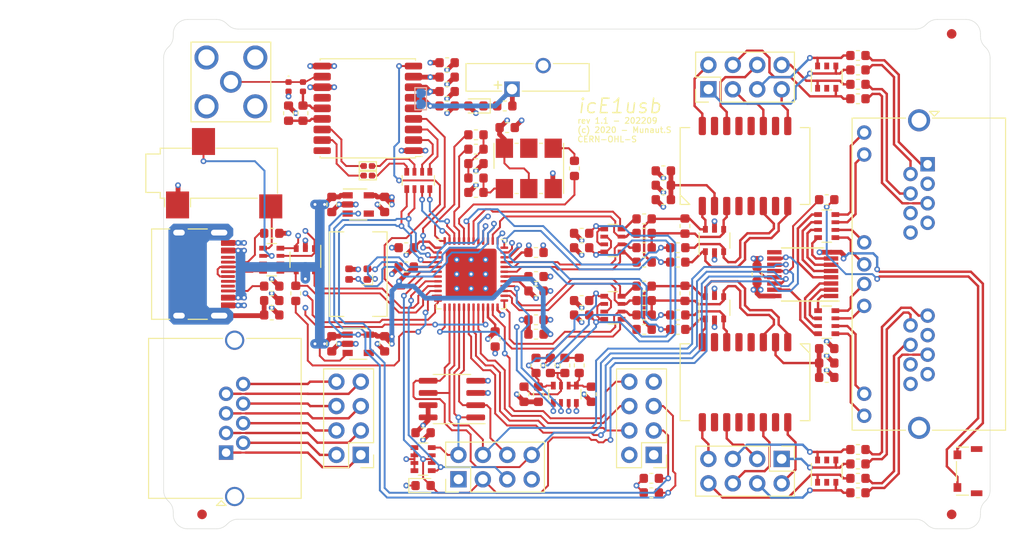
<source format=kicad_pcb>
(kicad_pcb (version 20211014) (generator pcbnew)
  (title_block (title "icE1usb") (date "2020-09-05") (rev "1.1"))
  (layers (0 "F.Cu" signal) (1 "In1.Cu" signal) (2 "In2.Cu" signal) (31 "B.Cu" signal) (34 "B.Paste" user) (35 "F.Paste" user) (36 "B.SilkS" user "B.Silkscreen") (37 "F.SilkS" user "F.Silkscreen") (38 "B.Mask" user) (39 "F.Mask" user) (44 "Edge.Cuts" user))
  (net 0 "")
  (net 1 "GND")
  (net 2 "Net-(D1-Pad1)")
  (net 3 "Net-(D1-Pad2)")
  (net 4 "Net-(D1-Pad4)")
  (net 5 "/e1A/rx_bias_p")
  (net 6 "/e1A/rx_bias_n")
  (net 7 "Net-(J4-Pad2)")
  (net 8 "Net-(J5-Pad6)")
  (net 9 "Net-(J5-Pad2)")
  (net 10 "Net-(J5-Pad7)")
  (net 11 "Net-(J5-Pad3)")
  (net 12 "/e1A/rx_hi_p")
  (net 13 "/e1A/rx_hi_n")
  (net 14 "/e1A/rx_lo_p")
  (net 15 "/e1A/rx_lo_n")
  (net 16 "Net-(R3-Pad2)")
  (net 17 "Net-(R2-Pad2)")
  (net 18 "/e1A_rj1")
  (net 19 "/e1B_rj1")
  (net 20 "Net-(C1-Pad2)")
  (net 21 "+3V3")
  (net 22 "Net-(C5-Pad1)")
  (net 23 "+1V2")
  (net 24 "/gps/RF")
  (net 25 "/e1B_rj7")
  (net 26 "/e1B_rj6")
  (net 27 "/e1B_rj5")
  (net 28 "/e1B_rj4")
  (net 29 "/e1B_rj8")
  (net 30 "/e1B_rj2")
  (net 31 "/e1B_rj3")
  (net 32 "/e1_led2")
  (net 33 "/e1_led0")
  (net 34 "/e1_led1")
  (net 35 "/e1A_rj8")
  (net 36 "/e1A_rj6")
  (net 37 "/e1A_rj4")
  (net 38 "/e1A_rj2")
  (net 39 "/e1A_rj7")
  (net 40 "/e1A_rj5")
  (net 41 "/e1A_rj3")
  (net 42 "+5V")
  (net 43 "Net-(F1-Pad2)")
  (net 44 "Net-(F2-Pad2)")
  (net 45 "Net-(F3-Pad2)")
  (net 46 "Net-(F4-Pad2)")
  (net 47 "Net-(F5-Pad2)")
  (net 48 "Net-(F6-Pad2)")
  (net 49 "Net-(F7-Pad2)")
  (net 50 "Net-(F8-Pad2)")
  (net 51 "/fpga/flash_mosi")
  (net 52 "/fpga/flash_miso")
  (net 53 "/fpga/~{creset}")
  (net 54 "/fpga/cdone")
  (net 55 "/fpga/~{flash_cs}")
  (net 56 "/fpga/~{boot_sw}")
  (net 57 "/fpga/flash_sck")
  (net 58 "/e1bias/bias_1")
  (net 59 "/usb_dn")
  (net 60 "/usb_dp")
  (net 61 "/dbg_rx")
  (net 62 "/dbg_tx")
  (net 63 "Net-(J4-Pad7)")
  (net 64 "Net-(J4-Pad6)")
  (net 65 "Net-(J4-Pad3)")
  (net 66 "/fpga/clk_tune_lo")
  (net 67 "/fpga/clk_tune_hi")
  (net 68 "Net-(RN1-Pad4)")
  (net 69 "Net-(RN1-Pad2)")
  (net 70 "Net-(RN1-Pad3)")
  (net 71 "Net-(RN1-Pad1)")
  (net 72 "/fpga/clk_30m72")
  (net 73 "Net-(C17-Pad1)")
  (net 74 "Net-(C10-Pad1)")
  (net 75 "Net-(J1-Pad8)")
  (net 76 "Net-(J1-Pad7)")
  (net 77 "Net-(J1-Pad6)")
  (net 78 "Net-(J1-Pad5)")
  (net 79 "Net-(J1-Pad4)")
  (net 80 "Net-(J1-Pad3)")
  (net 81 "Net-(J1-Pad2)")
  (net 82 "Net-(J1-Pad1)")
  (net 83 "Net-(RN2-Pad4)")
  (net 84 "Net-(RN2-Pad2)")
  (net 85 "Net-(RN2-Pad3)")
  (net 86 "Net-(RN2-Pad1)")
  (net 87 "/e1B/rx_hi_p")
  (net 88 "/e1B/rx_hi_n")
  (net 89 "/e1B/rx_lo_p")
  (net 90 "/e1B/rx_lo_n")
  (net 91 "/e1A/tx_hi")
  (net 92 "/e1A/tx_lo")
  (net 93 "/e1B/tx_hi")
  (net 94 "/e1B/tx_lo")
  (net 99 "/fpga/i2c_scl")
  (net 100 "/gpio2")
  (net 101 "/fpga/i2c_sda")
  (net 102 "/gpio1")
  (net 103 "/gpio0")
  (net 108 "/fpga/~{gps_reset}")
  (net 109 "/fpga/gps_pps")
  (net 110 "/fpga/gps_tx")
  (net 111 "/fpga/gps_rx")
  (net 112 "/fpga/usb_pu_i")
  (net 113 "/fpga/usb_dp_i")
  (net 114 "/e1_led3")
  (net 115 "/e1_led7")
  (net 116 "/e1_led6")
  (net 117 "/e1_led4")
  (net 118 "/e1_led5")
  (net 119 "/fpga/usb_dn_i")
  (net 120 "/fpga/dbg_rx_i")
  (net 121 "/fpga/dbg_tx_i")
  (net 122 "/fpga/e1_led_rclk")
  (net 123 "/gps/vbackup")
  (net 124 "Net-(D4-Pad1)")
  (net 125 "Net-(L1-Pad1)")
  (net 126 "Net-(C11-Pad1)")
  (net 127 "Net-(C16-Pad1)")
  (net 128 "Net-(C20-Pad1)")
  (net 129 "Net-(C21-Pad2)")
  (net 130 "/e1bias/bias_fixed")
  (net 131 "/e1bias/bias_0")
  (net 132 "Net-(C35-Pad1)")
  (net 133 "Net-(C36-Pad1)")
  (net 134 "Net-(C39-Pad1)")
  (net 135 "Net-(R16-Pad1)")
  (net 136 "Net-(R27-Pad1)")
  (net 137 "/e1bias/bias1")
  (net 138 "/e1bias/bias0")
  (net 149 "Net-(R12-Pad2)")
  (net 150 "Net-(R17-Pad1)")
  (net 151 "Net-(R28-Pad1)")
  (net 152 "Net-(RN6-Pad4)")
  (net 153 "Net-(RN6-Pad2)")
  (net 154 "Net-(RN6-Pad3)")
  (net 155 "Net-(RN6-Pad1)")
  (net 156 "Net-(U8-Pad16)")
  (net 157 "Net-(U8-Pad17)")
  (footprint "Package_SO:SOIC-8_3.9x4.9mm_P1.27mm" (layer "F.Cu") (at -13 13 180)
    (fp_text reference "U5" hide)
    (fp_text value "W25Q80")
  )
  (footprint "s47-device:LED_RGB_2020" (layer "F.Cu") (at -22.75 0 180)
    (fp_text reference "D1")
    (fp_text value "STATUS")
  )
  (footprint "s47-misc:LUMEX_LPF-C011303S" (layer "F.Cu") (at -22.75 0 -90)
    (fp_text reference "LP1" hide)
    (fp_text value "LightPipe")
  )
  (footprint "s47-misc:SW_HYP_1TS003B" (layer "F.Cu") (at 41 20.5 -90)
    (fp_text reference "SW1" hide)
    (fp_text value "SW_Push")
  )
  (footprint "s47-misc:PULSE_BH" (layer "F.Cu") (at 17.5 -11.25 90)
    (fp_text reference "TR1" hide)
    (fp_text value "PULSE_T1094NL")
  )
  (footprint "s47-misc:Oscillator_SMD_VCXO-6Pin_7.0x5.0mm_P2.54mm" (layer "F.Cu") (at -5 -11 90)
    (fp_text reference "U4" hide)
    (fp_text value "30M72")
  )
  (footprint "s47-misc:ublox_MAX" (layer "F.Cu") (at -21.75 -17.25 180)
    (fp_text reference "U8" hide)
    (fp_text value "MAX-M8W")
  )
  (footprint "s47-misc:PULSE_BH" (layer "F.Cu") (at 17.5 11.25 -90)
    (fp_text reference "TR2" hide)
    (fp_text value "PULSE_T1094NL")
  )
  (footprint "Capacitor_SMD:C_0603_1608Metric" (layer "F.Cu") (at -31.75 2.75 180)
    (fp_text reference "C1" hide)
    (fp_text value "100n")
  )
  (footprint "Capacitor_SMD:C_0603_1608Metric" (layer "F.Cu") (at -17.75 -2.75 180)
    (fp_text reference "C2" hide)
    (fp_text value "100n")
  )
  (footprint "Capacitor_SMD:C_0603_1608Metric" (layer "F.Cu") (at -4.25 -2.25)
    (fp_text reference "C4" hide)
    (fp_text value "100n")
  )
  (footprint "Capacitor_SMD:C_0603_1608Metric" (layer "F.Cu") (at -4.25 4.75)
    (fp_text reference "C5" hide)
    (fp_text value "1u")
  )
  (footprint "Capacitor_SMD:C_0603_1608Metric" (layer "F.Cu") (at -4.25 1.75)
    (fp_text reference "C6" hide)
    (fp_text value "100n")
  )
  (footprint "Capacitor_SMD:C_0603_1608Metric" (layer "F.Cu") (at -4.25 0.25)
    (fp_text reference "C8" hide)
    (fp_text value "100n")
  )
  (footprint "Capacitor_SMD:C_0603_1608Metric" (layer "F.Cu") (at -16 16.5)
    (fp_text reference "C13" hide)
    (fp_text value "100n")
  )
  (footprint "Connector_PinHeader_2.54mm:PinHeader_2x04_P2.54mm_Vertical" (layer "F.Cu") (at 13.69 -19.23 90)
    (fp_text reference "J4" hide)
    (fp_text value "NT/TE")
  )
  (footprint "Resistor_SMD:R_0603_1608Metric" (layer "F.Cu") (at -31.75 4.25)
    (fp_text reference "R1" hide)
    (fp_text value "91k")
  )
  (footprint "Resistor_SMD:R_0603_1608Metric" (layer "F.Cu") (at -31.75 -4.25 180)
    (fp_text reference "R2" hide)
    (fp_text value "5k1")
  )
  (footprint "Resistor_SMD:R_0603_1608Metric" (layer "F.Cu") (at -31.75 1.25 180)
    (fp_text reference "R3" hide)
    (fp_text value "5k1")
  )
  (footprint "Resistor_SMD:R_0603_1608Metric" (layer "F.Cu") (at -4.25 6.25)
    (fp_text reference "R4" hide)
    (fp_text value "120R")
  )
  (footprint "Package_SO:TSOP-6_1.65x3.05mm_P0.95mm" (layer "F.Cu") (at -28.25 -1.5 -90)
    (fp_text reference "U2" hide)
    (fp_text value "IP4220CZ6")
  )
  (footprint "Package_SO:TSOP-6_1.65x3.05mm_P0.95mm" (layer "F.Cu") (at 14.325 -3.5 90)
    (fp_text reference "U6" hide)
    (fp_text value "IP4220CZ6")
  )
  (footprint "Package_SO:TSOP-6_1.65x3.05mm_P0.95mm" (layer "F.Cu") (at 26 -20.5 90)
    (fp_text reference "U7" hide)
    (fp_text value "IP4220CZ6")
  )
  (footprint "Connector_PinHeader_2.54mm:PinHeader_2x04_P2.54mm_Vertical" (layer "F.Cu") (at -12.32 21.35 90)
    (fp_text reference "J3" hide)
    (fp_text value "SPI")
  )
  (footprint "Capacitor_SMD:C_0603_1608Metric" (layer "F.Cu") (at -7.25 -15.25)
    (fp_text reference "C12" hide)
    (fp_text value "100n")
  )
  (footprint "Capacitor_SMD:C_0603_1608Metric" (layer "F.Cu") (at -10.5 -11.5)
    (fp_text reference "C10" hide)
    (fp_text value "1u")
  )
  (footprint "Capacitor_SMD:C_0603_1608Metric" (layer "F.Cu") (at -10.5 -8.5 180)
    (fp_text reference "C11" hide)
    (fp_text value "1u")
  )
  (footprint "Capacitor_SMD:C_0603_1608Metric" (layer "F.Cu") (at -25.5 7.25 -90)
    (fp_text reference "C29" hide)
    (fp_text value "1u")
  )
  (footprint "Capacitor_SMD:C_0603_1608Metric" (layer "F.Cu") (at -20 7.25 -90)
    (fp_text reference "C30" hide)
    (fp_text value "1u")
  )
  (footprint "Fuse:Fuse_0603_1608Metric" (layer "F.Cu") (at 29.25 -21.25 180)
    (fp_text reference "F2" hide)
    (fp_text value "300mA")
  )
  (footprint "Fuse:Fuse_0603_1608Metric" (layer "F.Cu") (at 29.25 -19.75 180)
    (fp_text reference "F3" hide)
    (fp_text value "300mA")
  )
  (footprint "Fuse:Fuse_0603_1608Metric" (layer "F.Cu") (at 29.25 -18.25 180)
    (fp_text reference "F4" hide)
    (fp_text value "300mA")
  )
  (footprint "Fuse:Fuse_0603_1608Metric" (layer "F.Cu") (at 29.25 18.25 180)
    (fp_text reference "F5" hide)
    (fp_text value "300mA")
  )
  (footprint "Fuse:Fuse_0603_1608Metric" (layer "F.Cu") (at 29.25 19.75 180)
    (fp_text reference "F6" hide)
    (fp_text value "300mA")
  )
  (footprint "Fuse:Fuse_0603_1608Metric" (layer "F.Cu") (at 29.25 21.25 180)
    (fp_text reference "F7" hide)
    (fp_text value "300mA")
  )
  (footprint "Fuse:Fuse_0603_1608Metric" (layer "F.Cu") (at 29.25 22.75 180)
    (fp_text reference "F8" hide)
    (fp_text value "300mA")
  )
  (footprint "Package_TO_SOT_SMD:SOT-23-5" (layer "F.Cu") (at -22.75 7.25)
    (fp_text reference "U9" hide)
    (fp_text value "MIC5504-1.2YM5")
  )
  (footprint "LED_SMD:LED_0603_1608Metric" (layer "F.Cu") (at -16 22)
    (fp_text reference "D2" hide)
    (fp_text value "DONE")
  )
  (footprint "Connector_PinHeader_2.54mm:PinHeader_2x04_P2.54mm_Vertical" (layer "F.Cu") (at -22.48 18.81 180)
    (fp_text reference "J1" hide)
    (fp_text value "EXT_OUT")
  )
  (footprint "Resistor_SMD:R_0603_1608Metric" (layer "F.Cu") (at -29.25 2 -90)
    (fp_text reference "R5" hide)
    (fp_text value "1k5")
  )
  (footprint "Resistor_SMD:R_0603_1608Metric" (layer "F.Cu") (at -10.5 -13 180)
    (fp_text reference "R9" hide)
    (fp_text value "91k")
  )
  (footprint "Resistor_SMD:R_0603_1608Metric" (layer "F.Cu") (at -10.5 -10 180)
    (fp_text reference "R11" hide)
    (fp_text value "1k5")
  )
  (footprint "Resistor_SMD:R_0603_1608Metric" (layer "F.Cu") (at 10.5 -1.25 180)
    (fp_text reference "R17" hide)
    (fp_text value "27R")
  )
  (footprint "Resistor_SMD:R_0603_1608Metric" (layer "F.Cu") (at 10.5 5.75 180)
    (fp_text reference "R28" hide)
    (fp_text value "27R")
  )
  (footprint "Resistor_SMD:R_0603_1608Metric" (layer "F.Cu") (at 10.5 4.25 180)
    (fp_text reference "R27" hide)
    (fp_text value "27R")
  )
  (footprint "Resistor_SMD:R_Array_Convex_4x0603" (layer "F.Cu") (at -16 19.25 180)
    (fp_text reference "RN4" hide)
    (fp_text value "10k")
  )
  (footprint "Connector_PinHeader_2.54mm:PinHeader_2x04_P2.54mm_Vertical" (layer "F.Cu") (at 8 18.81 180)
    (fp_text reference "J2" hide)
    (fp_text value "EXT_IN")
  )
  (footprint "Resistor_SMD:R_Array_Convex_4x0603" (layer "F.Cu") (at -31.75 -1.5)
    (fp_text reference "RN3" hide)
    (fp_text value "33R")
  )
  (footprint "s47-conn:SMA_TEConnectivity_619540-1_Horizontal" (layer "F.Cu") (at -36 -20 90)
    (fp_text reference "X1" hide)
    (fp_text value "GPS")
  )
  (footprint "s47-conn:USB_C_Receptacle_HRO_TYPE-C-31-M-12" (layer "F.Cu") (at -40.35 0 -90)
    (fp_text reference "X4" hide)
    (fp_text value "USB")
  )
  (footprint "Connector_RJ:RJ45_Amphenol_RJHSE5380" (layer "F.Cu") (at -36.5 18.57 90)
    (fp_text reference "X3" hide)
    (fp_text value "GPIO")
  )
  (footprint "Connector_PinHeader_2.54mm:PinHeader_2x04_P2.54mm_Vertical" (layer "F.Cu") (at 21.31 19.23 -90)
    (fp_text reference "J5" hide)
    (fp_text value "NT/TE")
  )
  (footprint "Resistor_SMD:R_0603_1608Metric" (layer "F.Cu") (at 11.25 2 90)
    (fp_text reference "R26" hide)
    (fp_text value "120R")
  )
  (footprint "Capacitor_SMD:C_0603_1608Metric" (layer "F.Cu") (at 7 5.75 180)
    (fp_text reference "C35" hide)
    (fp_text value "100n")
  )
  (footprint "Capacitor_SMD:C_0603_1608Metric" (layer "F.Cu") (at 7 1.25 180)
    (fp_text reference "C38" hide)
    (fp_text value "100n")
  )
  (footprint "Capacitor_SMD:C_0603_1608Metric" (layer "F.Cu") (at 7 2.75 180)
    (fp_text reference "C37" hide)
    (fp_text value "100n")
  )
  (footprint "Capacitor_SMD:C_0603_1608Metric" (layer "F.Cu") (at 7 4.25 180)
    (fp_text reference "C36" hide)
    (fp_text value "100n")
  )
  (footprint "Package_SO:TSOP-6_1.65x3.05mm_P0.95mm" (layer "F.Cu") (at 14.325 3.5 90)
    (fp_text reference "U11" hide)
    (fp_text value "IP4220CZ6")
  )
  (footprint "Package_SO:TSSOP-16_4.4x5mm_P0.65mm" (layer "F.Cu") (at 23.5 0 180)
    (fp_text reference "U3" hide)
    (fp_text value "74HC595")
  )
  (footprint "Resistor_SMD:R_Array_Convex_4x0603" (layer "F.Cu") (at 26 -5 180)
    (fp_text reference "RN1" hide)
    (fp_text value "33R")
  )
  (footprint "Resistor_SMD:R_Array_Convex_4x0603" (layer "F.Cu") (at 26 5 180)
    (fp_text reference "RN2" hide)
    (fp_text value "33R")
  )
  (footprint "Connector_RJ:RJ45_Amphenol_RJHSE538X-02" (layer "F.Cu") (at 36.5 -11.435 -90)
    (fp_text reference "X5" hide)
    (fp_text value "E1")
  )
  (footprint "Capacitor_SMD:C_0603_1608Metric" (layer "F.Cu") (at 18.75 0 90)
    (fp_text reference "C9" hide)
    (fp_text value "100n")
  )
  (footprint "Battery:Battery_Panasonic_CR1220-VCN_Vertical_CircularHoles" (layer "F.Cu") (at -6.75 -19.25)
    (fp_text reference "BT1" hide)
    (fp_text value "VL-1220/VCN" hide)
  )
  (footprint "Capacitor_SMD:C_0603_1608Metric" (layer "F.Cu") (at -30 -16.75 -90)
    (fp_text reference "C21" hide)
    (fp_text value "100n" hide)
  )
  (footprint "Capacitor_SMD:C_0603_1608Metric" (layer "F.Cu") (at -13.5 -20.5)
    (fp_text reference "C22" hide)
    (fp_text value "100n")
  )
  (footprint "Capacitor_SMD:C_0603_1608Metric" (layer "F.Cu") (at -13.5 -19)
    (fp_text reference "C23" hide)
    (fp_text value "100n")
  )
  (footprint "Capacitor_SMD:C_0603_1608Metric" (layer "F.Cu") (at -13.5 -22)
    (fp_text reference "C24" hide)
    (fp_text value "1u")
  )
  (footprint "Capacitor_SMD:C_0603_1608Metric" (layer "F.Cu") (at -13.5 -17.5)
    (fp_text reference "C25" hide)
    (fp_text value "100n")
  )
  (footprint "Diode_SMD:D_0402_1005Metric" (layer "F.Cu") (at -30 -19.5 -90)
    (fp_text reference "D3" hide)
    (fp_text value "PESD0402-140")
  )
  (footprint "Inductor_SMD:L_0402_1005Metric" (layer "F.Cu") (at -28.5 -19.5 90)
    (fp_text reference "L1" hide)
    (fp_text value "47n")
  )
  (footprint "Resistor_SMD:R_0603_1608Metric" (layer "F.Cu") (at -28.5 -16.75 90)
    (fp_text reference "R18" hide)
    (fp_text value "10R" hide)
  )
  (footprint "Resistor_SMD:R_0603_1608Metric" (layer "F.Cu") (at -7.5 -17.5)
    (fp_text reference "R19" hide)
    (fp_text value "330R" hide)
  )
  (footprint "Resistor_SMD:R_0603_1608Metric" (layer "F.Cu") (at 7.75 22.75 180)
    (fp_text reference "R6" hide)
    (fp_text value "5k1")
  )
  (footprint "Resistor_SMD:R_0603_1608Metric" (layer "F.Cu") (at 7.75 21.25 180)
    (fp_text reference "R8" hide)
    (fp_text value "5k1")
  )
  (footprint "Resistor_SMD:R_0603_1608Metric" (layer "F.Cu") (at -0.25 -11 90)
    (fp_text reference "R12" hide)
    (fp_text value "27R")
  )
  (footprint "Capacitor_SMD:C_0603_1608Metric" (layer "F.Cu") (at 7 -2.75 180)
    (fp_text reference "C18" hide)
    (fp_text value "100n")
  )
  (footprint "Capacitor_SMD:C_0603_1608Metric" (layer "F.Cu") (at 7 -4.25 180)
    (fp_text reference "C17" hide)
    (fp_text value "100n")
  )
  (footprint "Capacitor_SMD:C_0603_1608Metric" (layer "F.Cu") (at 7 -5.75 180)
    (fp_text reference "C16" hide)
    (fp_text value "100n")
  )
  (footprint "Capacitor_SMD:C_0603_1608Metric" (layer "F.Cu") (at 7 -1.25 180)
    (fp_text reference "C19" hide)
    (fp_text value "100n")
  )
  (footprint "Resistor_SMD:R_Array_Convex_4x0603" (layer "F.Cu") (at 3.75 -3.5)
    (fp_text reference "RN5" hide)
    (fp_text value "10k")
  )
  (footprint "Resistor_SMD:R_Array_Convex_4x0603" (layer "F.Cu") (at 3.75 3.5)
    (fp_text reference "RN8" hide)
    (fp_text value "10k")
  )
  (footprint "Capacitor_SMD:C_0603_1608Metric" (layer "F.Cu") (at 0.5 -4.25 180)
    (fp_text reference "C14" hide)
    (fp_text value "100n")
  )
  (footprint "Capacitor_SMD:C_0603_1608Metric" (layer "F.Cu") (at 0.5 -2.75 180)
    (fp_text reference "C15" hide)
    (fp_text value "100n")
  )
  (footprint "Capacitor_SMD:C_0603_1608Metric" (layer "F.Cu") (at 9 -9.25 180)
    (fp_text reference "C20" hide)
    (fp_text value "100n")
  )
  (footprint "Capacitor_SMD:C_0603_1608Metric" (layer "F.Cu") (at 0.5 4.25 180)
    (fp_text reference "C33" hide)
    (fp_text value "100n")
  )
  (footprint "Capacitor_SMD:C_0603_1608Metric" (layer "F.Cu") (at 26 9.25)
    (fp_text reference "C39" hide)
    (fp_text value "100n")
  )
  (footprint "Capacitor_SMD:C_0603_1608Metric" (layer "F.Cu") (at 0.5 2.75 180)
    (fp_text reference "C34" hide)
    (fp_text value "100n")
  )
  (footprint "Resistor_SMD:R_0603_1608Metric" (layer "F.Cu") (at 9 -7.75 180)
    (fp_text reference "R13" hide)
    (fp_text value "5k1")
  )
  (footprint "Resistor_SMD:R_0603_1608Metric" (layer "F.Cu") (at 9 -10.75)
    (fp_text reference "R14" hide)
    (fp_text value "5k1")
  )
  (footprint "Resistor_SMD:R_0603_1608Metric" (layer "F.Cu") (at 26 10.75 180)
    (fp_text reference "R25" hide)
    (fp_text value "5k1")
  )
  (footprint "Capacitor_SMD:C_0603_1608Metric" (layer "F.Cu") (at -4 12.5 -90)
    (fp_text reference "C28" hide)
    (fp_text value "1u")
  )
  (footprint "Capacitor_SMD:C_0603_1608Metric" (layer "F.Cu") (at -5.5 12.5 -90)
    (fp_text reference "C27" hide)
    (fp_text value "1u")
  )
  (footprint "Resistor_SMD:R_0603_1608Metric" (layer "F.Cu") (at -1.25 9.5 -90)
    (fp_text reference "R21" hide)
    (fp_text value "0R" hide)
  )
  (footprint "Resistor_SMD:R_0603_1608Metric" (layer "F.Cu") (at -4.25 9.5 -90)
    (fp_text reference "R23" hide)
    (fp_text value "0R" hide)
  )
  (footprint "Capacitor_SMD:C_0603_1608Metric" (layer "F.Cu") (at 1.5 12.5 -90)
    (fp_text reference "C26" hide)
    (fp_text value "1u")
  )
  (footprint "Resistor_SMD:R_Array_Convex_4x0603" (layer "F.Cu") (at -1.25 12.5 -90)
    (fp_text reference "RN7" hide)
    (fp_text value "10k")
  )
  (footprint "Resistor_SMD:R_0603_1608Metric" (layer "F.Cu") (at -2.75 9.5 -90)
    (fp_text reference "R22" hide)
    (fp_text value "0R")
  )
  (footprint "Capacitor_SMD:C_0603_1608Metric" (layer "F.Cu") (at -17.75 -0.75 180)
    (fp_text reference "C7" hide)
    (fp_text value "100n")
  )
  (footprint "Capacitor_SMD:C_0603_1608Metric" (layer "F.Cu") (at -8.5 6.75 -90)
    (fp_text reference "C3" hide)
    (fp_text value "100n")
  )
  (footprint "Package_DFN_QFN:QFN-48-1EP_7x7mm_P0.5mm_EP5.3x5.3mm" (layer "F.Cu") (at -11 0)
    (fp_text reference "U1" hide)
    (fp_text value "ICE40UP5K-SG48")
  )
  (footprint "Capacitor_SMD:C_0603_1608Metric" (layer "F.Cu") (at -20 -7.25 -90)
    (fp_text reference "C32" hide)
    (fp_text value "1u")
  )
  (footprint "Package_TO_SOT_SMD:SOT-23-5" (layer "F.Cu") (at -22.75 -7.25)
    (fp_text reference "U10" hide)
    (fp_text value "MIC5504-3.3YM5")
  )
  (footprint "Capacitor_SMD:C_0603_1608Metric" (layer "F.Cu") (at -25.5 -7.25 -90)
    (fp_text reference "C31" hide)
    (fp_text value "1u")
  )
  (footprint "s47-conn:Jack_2.5mm_CUI_SJ-2523-SMT_Horizontal" (layer "F.Cu") (at -37.25 -10.5 90)
    (fp_text reference "X2" hide)
    (fp_text value "Serial")
  )
  (footprint "Fuse:Fuse_0603_1608Metric" (layer "F.Cu") (at 29.25 -22.75 180)
    (fp_text reference "F1" hide)
    (fp_text value "300mA")
  )
  (footprint "Package_SO:TSOP-6_1.65x3.05mm_P0.95mm" (layer "F.Cu") (at 26 20.5 90)
    (fp_text reference "U12" hide)
    (fp_text value "IP4220CZ6")
  )
  (footprint "Resistor_SMD:R_0603_1608Metric" (layer "F.Cu") (at 26 7.75)
    (fp_text reference "R24" hide)
    (fp_text value "5k1")
  )
  (footprint "Resistor_SMD:R_0603_1608Metric" (layer "F.Cu") (at 26 -7.75)
    (fp_text reference "R7" hide)
    (fp_text value "1k5")
  )
  (footprint "Resistor_SMD:R_0603_1608Metric" (layer "F.Cu") (at 0.25 9.5 -90)
    (fp_text reference "R20" hide)
    (fp_text value "0R")
  )
  (footprint "Diode_SMD:D_0603_1608Metric" (layer "F.Cu") (at -10.5 -17.5 180)
    (fp_text reference "D4" hide)
    (fp_text value "SDM02U30LP3" hide)
  )
  (footprint "Resistor_SMD:R_0603_1608Metric" (layer "F.Cu") (at -10.5 -14.5 180)
    (fp_text reference "R10" hide)
    (fp_text value "1k5")
  )
  (footprint "Resistor_SMD:R_Array_Convex_4x0603" (layer "F.Cu") (at -16.5 -9.75 -90)
    (fp_text reference "RN6" hide)
    (fp_text value "33R")
  )
  (footprint "Resistor_SMD:R_0603_1608Metric" (layer "F.Cu") (at 10.5 -2.75 180)
    (fp_text reference "R16" hide)
    (fp_text value "27R")
  )
  (footprint "Resistor_SMD:R_0603_1608Metric" (layer "F.Cu") (at 11.25 -5 90)
    (fp_text reference "R15" hide)
    (fp_text value "120R")
  )
  (footprint "Fiducial:Fiducial_1mm_Mask2mm" (layer "F.Cu") (at 39 -25)
    (fp_text reference "FID_TR" hide)
    (fp_text value "Fiducial_1mm_Mask2mm" hide)
  )
  (footprint "s47-misc:J_0402" (layer "F.Cu") (at -21.75 -11.25)
    (fp_text reference "JP2" hide)
    (fp_text value "GPS SDA")
  )
  (footprint "Fiducial:Fiducial_1mm_Mask2mm" (layer "F.Cu") (at -39 25)
    (fp_text reference "FID_BL" hide)
    (fp_text value "Fiducial_1mm_Mask2mm" hide)
  )
  (footprint "s47-misc:J_0402" (layer "F.Cu") (at -21.75 -10.25)
    (fp_text reference "JP3" hide)
    (fp_text value "GPS SCL")
  )
  (footprint "Fiducial:Fiducial_1mm_Mask2mm" (layer "F.Cu") (at 39 25)
    (fp_text reference "FID_BR" hide)
    (fp_text value "Fiducial_1mm_Mask2mm" hide)
  )
  (footprint "s47-misc:J_NC_0603_30" (layer "B.Cu") (at -16.25 -18.25 -90)
    (fp_text reference "JP1")
    (fp_text value "BatBypass")
  )
  (gr_line (start -43 22.5) (end -43 -22.5) (layer "Edge.Cuts") (width 0.05))
  (gr_line (start 37.5 26.5) (end 40.5 26.5) (layer "Edge.Cuts") (width 0.05))
  (gr_arc (start 42 24.75) (mid 42.114181 24.175975) (end 42.43934 23.68934) (layer "Edge.Cuts") (width 0.05))
  (gr_arc (start 42 25) (mid 41.56066 26.06066) (end 40.5 26.5) (layer "Edge.Cuts") (width 0.05))
  (gr_arc (start 37.5 26.5) (mid 36.925975 26.385819) (end 36.43934 26.06066) (layer "Edge.Cuts") (width 0.05))
  (gr_line (start 36.31066 25.93934) (end 36.43934 26.06066) (layer "Edge.Cuts") (width 0.05))
  (gr_line (start 42.56066 23.56066) (end 42.43934 23.68934) (layer "Edge.Cuts") (width 0.05))
  (gr_line (start 42 24.75) (end 42 25) (layer "Edge.Cuts") (width 0.05))
  (gr_arc (start -36.31066 25.93934) (mid -35.824025 25.614181) (end -35.25 25.5) (layer "Edge.Cuts") (width 0.05))
  (gr_line (start -37.5 26.5) (end -40.5 26.5) (layer "Edge.Cuts") (width 0.05))
  (gr_arc (start -36.43934 26.06066) (mid -36.925975 26.385819) (end -37.5 26.5) (layer "Edge.Cuts") (width 0.05))
  (gr_line (start -42 24.75) (end -42 25) (layer "Edge.Cuts") (width 0.05))
  (gr_line (start -36.31066 25.93934) (end -36.43934 26.06066) (layer "Edge.Cuts") (width 0.05))
  (gr_arc (start -40.5 26.5) (mid -41.56066 26.06066) (end -42 25) (layer "Edge.Cuts") (width 0.05))
  (gr_line (start -42.56066 23.56066) (end -42.43934 23.68934) (layer "Edge.Cuts") (width 0.05))
  (gr_arc (start -42.43934 23.68934) (mid -42.114181 24.175975) (end -42 24.75) (layer "Edge.Cuts") (width 0.05))
  (gr_arc (start -42.56066 23.56066) (mid -42.885819 23.074025) (end -43 22.5) (layer "Edge.Cuts") (width 0.05))
  (gr_line (start 37.5 -26.5) (end 40.5 -26.5) (layer "Edge.Cuts") (width 0.05))
  (gr_arc (start 36.43934 -26.06066) (mid 36.925975 -26.385819) (end 37.5 -26.5) (layer "Edge.Cuts") (width 0.05))
  (gr_line (start 36.31066 -25.93934) (end 36.43934 -26.06066) (layer "Edge.Cuts") (width 0.05))
  (gr_line (start 42 -24.75) (end 42 -25) (layer "Edge.Cuts") (width 0.05))
  (gr_arc (start 36.31066 -25.93934) (mid 35.824025 -25.614181) (end 35.25 -25.5) (layer "Edge.Cuts") (width 0.05))
  (gr_arc (start 40.5 -26.5) (mid 41.56066 -26.06066) (end 42 -25) (layer "Edge.Cuts") (width 0.05))
  (gr_line (start 42.56066 -23.56066) (end 42.43934 -23.68934) (layer "Edge.Cuts") (width 0.05))
  (gr_arc (start 42.43934 -23.68934) (mid 42.114181 -24.175975) (end 42 -24.75) (layer "Edge.Cuts") (width 0.05))
  (gr_arc (start 42.56066 -23.56066) (mid 42.885819 -23.074025) (end 43 -22.5) (layer "Edge.Cuts") (width 0.05))
  (gr_arc (start -37.5 -26.5) (mid -36.925975 -26.385819) (end -36.43934 -26.06066) (layer "Edge.Cuts") (width 0.05))
  (gr_line (start -42 -24.75) (end -42 -25) (layer "Edge.Cuts") (width 0.05))
  (gr_arc (start 35.25 25.5) (mid 35.824025 25.614181) (end 36.31066 25.93934) (layer "Edge.Cuts") (width 0.05))
  (gr_line (start -37.5 -26.5) (end -40.5 -26.5) (layer "Edge.Cuts") (width 0.05))
  (gr_arc (start -42 -25) (mid -41.56066 -26.06066) (end -40.5 -26.5) (layer "Edge.Cuts") (width 0.05))
  (gr_line (start -42.56066 -23.56066) (end -42.43934 -23.68934) (layer "Edge.Cuts") (width 0.05))
  (gr_arc (start -35.25 -25.5) (mid -35.824025 -25.614181) (end -36.31066 -25.93934) (layer "Edge.Cuts") (width 0.05))
  (gr_arc (start -43 -22.5) (mid -42.885819 -23.074025) (end -42.56066 -23.56066) (layer "Edge.Cuts") (width 0.05))
  (gr_line (start 43 -22.5) (end 43 22.5) (layer "Edge.Cuts") (width 0.05))
  (gr_line (start -36.31066 -25.93934) (end -36.43934 -26.06066) (layer "Edge.Cuts") (width 0.05))
  (gr_arc (start -42 -24.75) (mid -42.114181 -24.175975) (end -42.43934 -23.68934) (layer "Edge.Cuts") (width 0.05))
  (gr_line (start 35.25 25.5) (end -35.25 25.5) (layer "Edge.Cuts") (width 0.05))
  (gr_arc (start 43 22.5) (mid 42.885819 23.074025) (end 42.56066 23.56066) (layer "Edge.Cuts") (width 0.05))
  (gr_line (start -35.25 -25.5) (end 35.25 -25.5) (layer "Edge.Cuts") (width 0.05))
  (gr_text "rev 1.1 - 202209\n(c) 2020 - Munaut.S\nCERN-OHL-S" (at 0 -15) (layer "F.SilkS") (effects (font (size 0.6 0.6) (thickness 0.1)) (justify left)))
  (gr_text "icE1usb" (at 0 -17.5) (layer "F.SilkS") (effects (font (size 1.5 1.5) (thickness 0.15) italic) (justify left)))
  (segment (start -0.85 13.4) (end -0.85 14.25) (width 0.2) (layer "F.Cu") (net 1))
  (segment (start -8.5 7.5375) (end -8.5 8.25) (width 0.5) (layer "F.Cu") (net 1))
  (segment (start 39.6 18.15) (end 42.25 15.5) (width 0.25) (layer "F.Cu") (net 1))
  (segment (start -3.4625 -2.25) (end -3.5 -2.2875) (width 0.5) (layer "F.Cu") (net 1))
  (segment (start -26.5 -19.45) (end -25.25 -19.45) (width 0.5) (layer "F.Cu") (net 1))
  (segment (start -30.9625 1.25) (end -31 1.25) (width 0.5) (layer "F.Cu") (net 1))
  (segment (start -18.5375 -0.75) (end -18.5375 -0.7125) (width 0.5) (layer "F.Cu") (net 1))
  (segment (start -23.85 -7.25) (end -23 -7.25) (width 0.5) (layer "F.Cu") (net 1))
  (segment (start -23.85 7.25) (end -24.75 7.25) (width 0.5) (layer "F.Cu") (net 1))
  (segment (start -10.525 11.095) (end -9.25 11.095) (width 0.5) (layer "F.Cu") (net 1))
  (segment (start 14.325 4.66) (end 14.325 5.5) (width 0.5) (layer "F.Cu") (net 1))
  (segment (start 18.75 -0.7875) (end 18.75 -0.5) (width 0.25) (layer "F.Cu") (net 1))
  (segment (start -11.25 -8.5) (end -10.5 -9.25) (width 0.5) (layer "F.Cu") (net 1))
  (segment (start -12.7125 -19) (end -12.75 -19) (width 0.5) (layer "F.Cu") (net 1))
  (segment (start -20 8.0375) (end -20 8) (width 0.5) (layer "F.Cu") (net 1))
  (segment (start -0.2875 -2.75) (end -0.25 -2.75) (width 0.5) (layer "F.Cu") (net 1))
  (segment (start -35.25 -3.25) (end -34.625 -3.25) (width 0.5) (layer "F.Cu") (net 1))
  (segment (start -41.5 -7.25) (end -41.5 -9.25) (width 0.5) (layer "F.Cu") (net 1))
  (segment (start 26.45 -2.275) (end 25.25 -2.275) (width 0.5) (layer "F.Cu") (net 1))
  (segment (start -23.85 -7.25) (end -24.75 -7.25) (width 0.5) (layer "F.Cu") (net 1))
  (segment (start -31 4.25) (end -31.75 3.5) (width 0.5) (layer "F.Cu") (net 1))
  (segment (start 41 -0.25) (end 31.5 -0.25) (width 0.25) (layer "F.Cu") (net 1))
  (segment (start 31.5 -0.25) (end 31.25 -0.5) (width 0.25) (layer "F.Cu") (net 1))
  (segment (start 42.25 15.5) (end 42.25 1) (width 0.25) (layer "F.Cu") (net 1))
  (segment (start -20 -6.4625) (end -20 -6.5) (width 0.5) (layer "F.Cu") (net 1))
  (segment (start -25.5 -6.5) (end -24.75 -7.25) (width 0.5) (layer "F.Cu") (net 1))
  (segment (start -3.4625 1.75) (end -2.75 1.75) (width 0.5) (layer "F.Cu") (net 1))
  (segment (start -20 8) (end -20.75 7.25) (width 0.5) (layer "F.Cu") (net 1))
  (segment (start 39.6 18.8) (end 39.6 18.15) (width 0.25) (layer "F.Cu") (net 1))
  (segment (start -30.9625 4.25) (end -31 4.25) (width 0.5) (layer "F.Cu") (net 1))
  (segment (start 26.75 10.75) (end 26 10) (width 0.5) (layer "F.Cu") (net 1))
  (segment (start -12.7125 -17.5) (end -12.75 -17.5) (width 0.5) (layer "F.Cu") (net 1))
  (segment (start -34.625 3.25) (end -35.25 3.25) (width 0.5) (layer "F.Cu") (net 1))
  (segment (start -30 -19.015) (end -30 -18.5) (width 0.5) (layer "F.Cu") (net 1))
  (segment (start 26.75 9.25) (end 26 8.5) (width 0.5) (layer "F.Cu") (net 1))
  (segment (start -5.5 13.2875) (end -5.5 13.25) (width 0.5) (layer "F.Cu") (net 1))
  (segment (start 8.2125 -9.25) (end 8.25 -9.25) (width 0.5) (layer "F.Cu") (net 1))
  (segment (start -25.5 -6.4625) (end -25.5 -6.5) (width 0.5) (layer "F.Cu") (net 1))
  (segment (start -41.55 -7.2) (end -41.5 -7.25) (width 0.5) (layer "F.Cu") (net 1))
  (segment (start -25.5 8.0375) (end -25.5 8) (width 0.5) (layer "F.Cu") (net 1))
  (segment (start -5.5 13.2875) (end -4 13.2875) (width 0.5) (layer "F.Cu") (net 1))
  (segment (start -16.7875 22) (end -17.75 22) (width 0.2) (layer "F.Cu") (net 1))
  (segment (start -3.5 -2.2875) (end -3.5 -3) (width 0.5) (layer "F.Cu") (net 1))
  (segment (start 42.25 1) (end 41 -0.25) (width 0.25) (layer "F.Cu") (net 1))
  (segment (start -0.25 -2.75) (end 0.5 -2) (width 0.5) (layer "F.Cu") (net 1))
  (segment (start -12.75 -22) (end -13.5 -21.25) (width 0.5) (layer "F.Cu") (net 1))
  (segment (start -30.9625 2.75) (end -31 2.75) (width 0.5) (layer "F.Cu") (net 1))
  (segment (start -0.25 -4.25) (end 0.5 -3.5) (width 0.5) (layer "F.Cu") (net 1))
  (segment (start -26.5 -21.65) (end -27.75 -21.65) (width 0.5) (layer "F.Cu") (net 1))
  (segment (start -12.75 -19) (end -13.5 -18.25) (width 0.5) (layer "F.Cu") (net 1))
  (segment (start -17 -12.85) (end -15.75 -12.85) (width 0.5) (layer "F.Cu") (net 1))
  (segment (start 8.25 -10.75) (end 9 -10) (width 0.5) (layer "F.Cu") (net 1))
  (segment (start -30 -17.5375) (end -30 -17.5) (width 0.5) (layer "F.Cu") (net 1))
  (segment (start 26.7875 10.75) (end 26.75 10.75) (width 0.5) (layer "F.Cu") (net 1))
  (segment (start -17 -12.85) (end -18.25 -12.85) (width 0.5) (layer "F.Cu") (net 1))
  (segment (start -12.7125 -20.5) (end -12.75 -20.5) (width 0.5) (layer "F.Cu") (net 1))
  (segment (start 19.575 0.325) (end 18.75 -0.5) (width 0.25) (layer "F.Cu") (net 1))
  (segment (start -30 -17.5) (end -29.25 -16.75) (width 0.5) (layer "F.Cu") (net 1))
  (segment (start -11.2875 -8.5) (end -11.25 -8.5) (width 0.5) (layer "F.Cu") (net 1))
  (segment (start -12.75 -17.5) (end -13.5 -16.75) (width 0.5) (layer "F.Cu") (net 1))
  (segment (start -0.2875 2.75) (end -0.25 2.75) (width 0.5) (layer "F.Cu") (net 1))
  (segment (start -25.5 8) (end -24.75 7.25) (width 0.5) (layer "F.Cu") (net 1))
  (segment (start 20.55 0.325) (end 19.575 0.325) (width 0.25) (layer "F.Cu") (net 1))
  (segment (start -31 2.75) (end -31.75 2) (width 0.5) (layer "F.Cu") (net 1))
  (segment (start -6.4625 -15.2875) (end -5.75 -16) (width 0.5) (layer "F.Cu") (net 1))
  (segment (start 26.7875 9.25) (end 26.75 9.25) (width 0.5) (layer "F.Cu") (net 1))
  (segment (start -23.85 7.25) (end -23 7.25) (width 0.5) (layer "F.Cu") (net 1))
  (segment (start -15.25 16.5) (end -16 17.25) (width 0.5) (layer "F.Cu") (net 1))
  (segment (start -36.305 -3.25) (end -35.25 -3.25) (width 0.5) (layer "F.Cu") (net 1))
  (segment (start -3.4625 4.75) (end -2.75 4.75) (width 0.5) (layer "F.Cu") (net 1))
  (segment (start -2.46 -8.9) (end -2.5 -8.94) (width 0.5) (layer "F.Cu") (net 1))
  (segment (start -20 -6.5) (end -20.75 -7.25) (width 0.5) (layer "F.Cu") (net 1))
  (segment (start -18.5375 -2.75) (end -19.25 -2.75) (width 0.5) (layer "F.Cu") (net 1))
  (segment (start 8.25 -9.25) (end 9 -8.5) (width 0.5) (layer "F.Cu") (net 1))
  (segment (start 1.5 13.25) (end 0.75 12.5) (width 0.5) (layer "F.Cu") (net 1))
  (segment (start -12.7125 -22) (end -12.75 -22) (width 0.5) (layer "F.Cu") (net 1))
  (segment (start 1.5 13.2875) (end 1.5 13.25) (width 0.5) (layer "F.Cu") (net 1))
  (segment (start -18.5375 -0.7125) (end -19.25 0) (width 0.5) (layer "F.Cu") (net 1))
  (segment (start -9.75 -11.5) (end -10.5 -10.75) (width 0.5) (layer "F.Cu") (net 1))
  (segment (start -26.5 -21.65) (end -25.25 -21.65) (width 0.5) (layer "F.Cu") (net 1))
  (segment (start 14.325 -2.34) (end 14.325 -1.5) (width 0.5) (layer "F.Cu") (net 1))
  (segment (start 18.75 -0.7875) (end 18.75 -1.25) (width 0.5) (layer "F.Cu") (net 1))
  (segment (start -2.5 -8.94) (end -2.5 -10.5) (width 0.5) (layer "F.Cu") (net 1))
  (segment (start -0.25 2.75) (end 0.5 3.5) (width 0.5) (layer "F.Cu") (net 1))
  (segment (start -5.5 13.25) (end -6.25 12.5) (width 0.5) (layer "F.Cu") (net 1))
  (segment (start -26.5 -19.45) (end -27.75 -19.45) (width 0.5) (layer "F.Cu") (net 1))
  (segment (start -9.7125 -11.5) (end -9.75 -11.5) (width 0.5) (layer "F.Cu") (net 1))
  (segment (start -0.2875 4.25) (end -0.25 4.25) (width 0.5) (layer "F.Cu") (net 1))
  (segment (start -0.2875 -4.25) (end -0.25 -4.25) (width 0.5) (layer "F.Cu") (net 1))
  (segment (start 26.45 -2.275) (end 27.475 -2.275) (width 0.5) (layer "F.Cu") (net 1))
  (segment (start 8.2125 -10.75) (end 8.25 -10.75) (width 0.5) (layer "F.Cu") (net 1))
  (segment (start -31 1.25) (end -31.75 0.5) (width 0.5) (layer "F.Cu") (net 1))
  (segment (start 27.75 -2) (end 27.75 -1.625) (width 0.5) (layer "F.Cu") (net 1))
  (segment (start 18.75 -1.25) (end 19.125 -1.625) (width 0.5) (layer "F.Cu") (net 1))
  (segment (start -3.4625 0.25) (end -2.75 0.25) (width 0.5) (layer "F.Cu") (net 1))
  (segment (start -0.25 4.25) (end 0.5 5) (width 0.5) (layer "F.Cu") (net 1))
  (segment (start 18.75 -1.25) (end 18.375 -1.625) (width 0.5) (layer "F.Cu") (net 1))
  (segment (start 27.475 -2.275) (end 27.75 -2) (width 0.5) (layer "F.Cu") (net 1))
  (segment (start -6.4625 -15.25) (end -6.4625 -15.2875) (width 0.5) (layer "F.Cu") (net 1))
  (segment (start -36.305 3.25) (end -35.25 3.25) (width 0.5) (layer "F.Cu") (net 1))
  (segment (start -12.75 -20.5) (end -13.5 -19.75) (width 0.5) (layer "F.Cu") (net 1))
  (segment (start -30.9625 -4.25) (end -30 -4.25) (width 0.5) (layer "F.Cu") (net 1))
  (segment (start -28.25 -2.66) (end -28.25 -3.5) (width 0.5) (layer "F.Cu") (net 1))
  (segment (start 18.375 -1.625) (end 19.125 -1.625) (width 0.5) (layer "F.Cu") (net 1))
  (segment (start -15.2125 16.5) (end -15.25 16.5) (width 0.5) (layer "F.Cu") (net 1))
  (via (at 27.75 -1.625) (size 0.6) (drill 0.3) (layers "F.Cu" "B.Cu") (net 1))
  (via (at -35.25 3.25) (size 0.6) (drill 0.3) (layers "F.Cu" "B.Cu") (net 1))
  (via (at -35.25 -3.25) (size 0.6) (drill 0.3) (layers "F.Cu" "B.Cu") (net 1))
  (via (at -30 -4.25) (size 0.6) (drill 0.3) (layers "F.Cu" "B.Cu") (net 1))
  (via (at -2.75 1.75) (size 0.6) (drill 0.3) (layers "F.Cu" "B.Cu") (net 1))
  (via (at 0.75 12.5) (size 0.6) (drill 0.3) (layers "F.Cu" "B.Cu") (net 1))
  (via (at -0.85 14.25) (size 0.6) (drill 0.3) (layers "F.Cu" "B.Cu") (net 1))
  (via (at -6.25 12.5) (size 0.6) (drill 0.3) (layers "F.Cu" "B.Cu") (net 1))
  (via (at -19.25 -2.75) (size 0.6) (drill 0.3) (layers "F.Cu" "B.Cu") (net 1))
  (via (at -19.25 0) (size 0.6) (drill 0.3) (layers "F.Cu" "B.Cu") (net 1))
  (via (at -8.5 8.25) (size 0.6) (drill 0.3) (layers "F.Cu" "B.Cu") (net 1))
  (via (at -2.75 4.75) (size 0.6) (drill 0.3) (layers "F.Cu" "B.Cu") (net 1))
  (via (at -5.75 -16) (size 0.6) (drill 0.3) (layers "F.Cu" "B.Cu") (net 1))
  (via (at -10.5 -10.75) (size 0.6) (drill 0.3) (layers "F.Cu" "B.Cu") (net 1))
  (via (at -10.5 -9.25) (size 0.6) (drill 0.3) (layers "F.Cu" "B.Cu") (net 1))
  (via (at -41.5 -9.25) (size 0.6) (drill 0.3) (layers "F.Cu" "B.Cu") (net 1))
  (via (at -13.5 -18.25) (size 0.6) (drill 0.3) (layers "F.Cu" "B.Cu") (net 1))
  (via (at -34.625 -3.25) (size 0.6) (drill 0.3) (layers "F.Cu" "B.Cu") (net 1))
  (via (at -20.75 7.25) (size 0.6) (drill 0.3) (layers "F.Cu" "B.Cu") (net 1))
  (via (at -13.5 -16.75) (size 0.6) (drill 0.3) (layers "F.Cu" "B.Cu") (net 1))
  (via (at -27.75 -19.45) (size 0.6) (drill 0.3) (layers "F.Cu" "B.Cu") (net 1))
  (via (at -24.75 7.25) (size 0.6) (drill 0.3) (layers "F.Cu" "B.Cu") (net 1))
  (via (at 26 10) (size 0.6) (drill 0.3) (layers "F.Cu" "B.Cu") (net 1))
  (via (at -28.25 -3.5) (size 0.6) (drill 0.3) (layers "F.Cu" "B.Cu") (net 1))
  (via (at -25.25 -21.65) (size 0.6) (drill 0.3) (layers "F.Cu" "B.Cu") (net 1))
  (via (at 9 -10) (size 0.6) (drill 0.3) (layers "F.Cu" "B.Cu") (net 1))
  (via (at -23 -7.25) (size 0.6) (drill 0.3) (layers "F.Cu" "B.Cu") (net 1))
  (via (at -29.25 -16.75) (size 0.6) (drill 0.3) (layers "F.Cu" "B.Cu") (net 1))
  (via (at -18.25 -12.85) (size 0.6) (drill 0.3) (layers "F.Cu" "B.Cu") (net 1))
  (via locked (at 14.325 -1.5) (size 0.6) (drill 0.3) (layers "F.Cu" "B.Cu") (net 1))
  (via (at -15.75 -12.85) (size 0.6) (drill 0.3) (layers "F.Cu" "B.Cu") (net 1))
  (via (at -12.5 0) (size 0.6) (drill 0.3) (layers "F.Cu" "B.Cu") (net 1))
  (via (at 0.5 5) (size 0.6) (drill 0.3) (layers "F.Cu" "B.Cu") (net 1))
  (via (at -12.5 -1.5) (size 0.6) (drill 0.3) (layers "F.Cu" "B.Cu") (net 1))
  (via (at 31.25 -0.5) (size 0.6) (drill 0.3) (layers "F.Cu" "B.Cu") (net 1))
  (via (at 0.5 -3.5) (size 0.6) (drill 0.3) (layers "F.Cu" "B.Cu") (net 1))
  (via (at -9.5 1.5) (size 0.6) (drill 0.3) (layers "F.Cu" "B.Cu") (net 1))
  (via (at -16 17.25) (size 0.6) (drill 0.3) (layers "F.Cu" "B.Cu") (net 1))
  (via locked (at 14.325 5.5) (size 0.6) (drill 0.3) (layers "F.Cu" "B.Cu") (net 1))
  (via (at -24.75 -7.25) (size 0.6) (drill 0.3) (layers "F.Cu" "B.Cu") (net 1))
  (via (at -9.25 11.095) (size 0.6) (drill 0.3) (layers "F.Cu" "B.Cu") (net 1))
  (via (at -23 7.25) (size 0.6) (drill 0.3) (layers "F.Cu" "B.Cu") (net 1))
  (via (at -13.5 -21.25) (size 0.6) (drill 0.3) (layers "F.Cu" "B.Cu") (net 1))
  (via (at -30 -18.5) (size 0.6) (drill 0.3) (layers "F.Cu" "B.Cu") (net 1))
  (via (at -11 -1.5) (size 0.6) (drill 0.3) (layers "F.Cu" "B.Cu") (net 1))
  (via (at 18.375 -1.625) (size 0.6) (drill 0.3) (layers "F.Cu" "B.Cu") (net 1))
  (via (at -9.5 -1.5) (size 0.6) (drill 0.3) (layers "F.Cu" "B.Cu") (net 1))
  (via (at -3.5 -3) (size 0.6) (drill 0.3) (layers "F.Cu" "B.Cu") (net 1))
  (via (at -17.75 22) (size 0.6) (drill 0.3) (layers "F.Cu" "B.Cu") (net 1))
  (via (at -11 1.5) (size 0.6) (drill 0.3) (layers "F.Cu" "B.Cu") (net 1))
  (via (at -20.75 -7.25) (size 0.6) (drill 0.3) (layers "F.Cu" "B.Cu") (net 1))
  (via (at -11 0) (size 0.6) (drill 0.3) (layers "F.Cu" "B.Cu") (net 1))
  (via (at -9.5 0) (size 0.6) (drill 0.3) (layers "F.Cu" "B.Cu") (net 1))
  (via (at 0.5 -2) (size 0.6) (drill 0.3) (layers "F.Cu" "B.Cu") (net 1))
  (via (at -31.75 0.5) (size 0.6) (drill 0.3) (layers "F.Cu" "B.Cu") (net 1))
  (via (at -2.5 -10.5) (size 0.6) (drill 0.3) (layers "F.Cu" "B.Cu") (net 1))
  (via (at -2.75 0.25) (size 0.6) (drill 0.3) (layers "F.Cu" "B.Cu") (net 1))
  (via (at 19.125 -1.625) (size 0.6) (drill 0.3) (layers "F.Cu" "B.Cu") (net 1))
  (via (at 26 8.5) (size 0.6) (drill 0.3) (layers "F.Cu" "B.Cu") (net 1))
  (via (at 0.5 3.5) (size 0.6) (drill 0.3) (layers "F.Cu" "B.Cu") (net 1))
  (via (at -25.25 -19.45) (size 0.6) (drill 0.3) (layers "F.Cu" "B.Cu") (net 1))
  (via (at 25.25 -2.275) (size 0.6) (drill 0.3) (layers "F.Cu" "B.Cu") (net 1))
  (via (at -27.75 -21.65) (size 0.6) (drill 0.3) (layers "F.Cu" "B.Cu") (net 1))
  (via (at -31.75 3.5) (size 0.6) (drill 0.3) (layers "F.Cu" "B.Cu") (net 1))
  (via (at -12.5 1.5) (size 0.6) (drill 0.3) (layers "F.Cu" "B.Cu") (net 1))
  (via (at -34.625 3.25) (size 0.6) (drill 0.3) (layers "F.Cu" "B.Cu") (net 1))
  (via (at -13.5 -19.75) (size 0.6) (drill 0.3) (layers "F.Cu" "B.Cu") (net 1))
  (via (at -31.75 2) (size 0.6) (drill 0.3) (layers "F.Cu" "B.Cu") (net 1))
  (via (at 9 -8.5) (size 0.6) (drill 0.3) (layers "F.Cu" "B.Cu") (net 1))
  (segment (start 30.84 -2.16) (end 31.25 -1.75) (width 0.25) (layer "B.Cu") (net 1))
  (segment (start -35.25 3.25) (end -34.625 3.25) (width 0.5) (layer "B.Cu") (net 1))
  (segment (start 27.75 -1.625) (end 28.285 -2.16) (width 0.25) (layer "B.Cu") (net 1))
  (segment (start 31.25 -1.75) (end 31.25 -0.5) (width 0.25) (layer "B.Cu") (net 1))
  (segment (start -35.25 -3.25) (end -34.625 -3.25) (width 0.5) (layer "B.Cu") (net 1))
  (segment (start 28.285 -2.16) (end 30.84 -2.16) (width 0.25) (layer "B.Cu") (net 1))
  (segment (start -21.75 0.5) (end -21 0.5) (width 0.2) (layer "F.Cu") (net 2))
  (segment (start -21.8 0.55) (end -21.75 0.5) (width 0.2) (layer "F.Cu") (net 2))
  (segment (start -10.25 -3.45) (end -10.25 -5.25) (width 0.2) (layer "F.Cu") (net 2))
  (segment (start -9.5 -6) (end -9.25 -6) (width 0.2) (layer "F.Cu") (net 2))
  (segment (start -10.25 -5.25) (end -9.5 -6) (width 0.2) (layer "F.Cu") (net 2))
  (via (at -21 0.5) (size 0.6) (drill 0.3) (layers "F.Cu" "B.Cu") (net 2))
  (via locked (at -9.25 -6) (size 0.6) (drill 0.3) (layers "F.Cu" "B.Cu") (net 2))
  (segment (start -21.75 0) (end -21.25 0.5) (width 0.2) (layer "B.Cu") (net 2))
  (segment (start -21.25 0.5) (end -21 0.5) (width 0.2) (layer "B.Cu") (net 2))
  (segment (start -21.75 -0.75) (end -21.75 0) (width 0.2) (layer "B.Cu") (net 2))
  (segment (start -20.75 -1.75) (end -21.75 -0.75) (width 0.2) (layer "B.Cu") (net 2))
  (segment (start -15.5 -0.75) (end -17.5 -0.75) (width 0.2) (layer "B.Cu") (net 2))
  (segment (start -9.25 -6) (end -9.5 -6) (width 0.2) (layer "B.Cu") (net 2))
  (segment (start -20.75 -1.75) (end -18.5 -1.75) (width 0.2) (layer "B.Cu") (net 2))
  (segment (start -9.5 -6) (end -10.25 -5.25) (width 0.2) (layer "B.Cu") (net 2))
  (segment (start -10.25 -3.75) (end -10.75 -3.25) (width 0.2) (layer "B.Cu") (net 2))
  (segment (start -14.5 -1.75) (end -15.5 -0.75) (width 0.2) (layer "B.Cu") (net 2))
  (segment (start -14.5 -2.25) (end -14.5 -1.75) (width 0.2) (layer "B.Cu") (net 2))
  (segment (start -10.25 -5.25) (end -10.25 -3.75) (width 0.2) (layer "B.Cu") (net 2))
  (segment (start -17.5 -0.75) (end -18.5 -1.75) (width 0.2) (layer "B.Cu") (net 2))
  (segment (start -13.5 -3.25) (end -14.5 -2.25) (width 0.2) (layer "B.Cu") (net 2))
  (segment (start -10.75 -3.25) (end -13.5 -3.25) (width 0.2) (layer "B.Cu") (net 2))
  (segment (start -9.25 -4.25) (end -8.625 -4.875) (width 0.2) (layer "F.Cu") (net 3))
  (segment (start -23.65 0.5) (end -22.75 0.5) (width 0.2) (layer "F.Cu") (net 3))
  (segment (start -8.625 -4.875) (end -8.625 -5.25) (width 0.2) (layer "F.Cu") (net 3))
  (segment (start -9.25 -3.45) (end -9.25 -4.25) (width 0.2) (layer "F.Cu") (net 3))
  (segment (start -23.7 0.55) (end -23.65 0.5) (width 0.2) (layer "F.Cu") (net 3))
  (via locked (at -8.625 -5.25) (size 0.6) (drill 0.3) (layers "F.Cu" "B.Cu") (net 3))
  (via (at -22.75 0.5) (size 0.6) (drill 0.3) (layers "F.Cu" "B.Cu") (net 3))
  (segment (start -20.25 -0.5) (end -20.25 0.75) (width 0.2) (layer "B.Cu") (net 3))
  (segment (start -20 -0.75) (end -20.25 -0.5) (width 0.2) (layer "B.Cu") (net 3))
  (segment (start -22.75 0.5) (end -22 1.25) (width 0.2) (layer "B.Cu") (net 3))
  (segment (start -20.75 1.25) (end -22 1.25) (width 0.2) (layer "B.Cu") (net 3))
  (segment (start -20.25 0.75) (end -20.75 1.25) (width 0.2) (layer "B.Cu") (net 3))
  (segment (start -8.625 -4.875) (end -9.25 -4.25) (width 0.2) (layer "B.Cu") (net 3))
  (segment (start -20 -0.75) (end -19 -0.75) (width 0.2) (layer "B.Cu") (net 3))
  (segment (start -13.5 -1.75) (end -13.5 -1.25) (width 0.2) (layer "B.Cu") (net 3))
  (segment (start -9.25 -3.25) (end -10.25 -2.25) (width 0.2) (layer "B.Cu") (net 3))
  (segment (start -13 -2.25) (end -13.5 -1.75) (width 0.2) (layer "B.Cu") (net 3))
  (segment (start -15 0.25) (end -18 0.25) (width 0.2) (layer "B.Cu") (net 3))
  (segment (start -13.5 -1.25) (end -15 0.25) (width 0.2) (layer "B.Cu") (net 3))
  (segment (start -18 0.25) (end -19 -0.75) (width 0.2) (layer "B.Cu") (net 3))
  (segment (start -10.25 -2.25) (end -13 -2.25) (width 0.2) (layer "B.Cu") (net 3))
  (segment (start -8.625 -5.25) (end -8.625 -4.875) (width 0.2) (layer "B.Cu") (net 3))
  (segment (start -9.25 -4.25) (end -9.25 -3.25) (width 0.2) (layer "B.Cu") (net 3))
  (segment (start -9.5 -4.75) (end -9.5 -5) (width 0.2) (layer "F.Cu") (net 4))
  (segment (start -9.75 -3.45) (end -9.75 -4.5) (width 0.2) (layer "F.Cu") (net 4))
  (segment (start -21.8 -0.55) (end -21.75 -0.5) (width 0.2) (layer "F.Cu") (net 4))
  (segment (start -9.75 -4.5) (end -9.5 -4.75) (width 0.2) (layer "F.Cu") (net 4))
  (segment (start -21.75 -0.5) (end -21 -0.5) (width 0.2) (layer "F.Cu") (net 4))
  (via locked (at -9.5 -5) (size 0.6) (drill 0.3) (layers "F.Cu" "B.Cu") (net 4))
  (via (at -21 -0.5) (size 0.6) (drill 0.3) (layers "F.Cu" "B.Cu") (net 4))
  (segment (start -21 -0.5) (end -20.25 -1.25) (width 0.2) (layer "B.Cu") (net 4))
  (segment (start -14 -2) (end -13.25 -2.75) (width 0.2) (layer "B.Cu") (net 4))
  (segment (start -20.25 -1.25) (end -18.75 -1.25) (width 0.2) (layer "B.Cu") (net 4))
  (segment (start -9.75 -4.5) (end -9.5 -4.75) (width 0.2) (layer "B.Cu") (net 4))
  (segment (start -9.75 -3.5) (end -9.75 -4.5) (width 0.2) (layer "B.Cu") (net 4))
  (segment (start -9.5 -4.75) (end -9.5 -5) (width 0.2) (layer "B.Cu") (net 4))
  (segment (start -13.25 -2.75) (end -10.5 -2.75) (width 0.2) (layer "B.Cu") (net 4))
  (segment (start -18.75 -1.25) (end -17.75 -0.25) (width 0.2) (layer "B.Cu") (net 4))
  (segment (start -14 -1.5) (end -14 -2) (width 0.2) (layer "B.Cu") (net 4))
  (segment (start -17.75 -0.25) (end -15.25 -0.25) (width 0.2) (layer "B.Cu") (net 4))
  (segment (start -15.25 -0.25) (end -14 -1.5) (width 0.2) (layer "B.Cu") (net 4))
  (segment (start -10.5 -2.75) (end -9.75 -3.5) (width 0.2) (layer "B.Cu") (net 4))
  (segment (start -1.25 8.7125) (end 0.25 8.7125) (width 0.2) (layer "F.Cu") (net 5))
  (segment (start -1.25 8.75) (end -2 9.5) (width 0.2) (layer "F.Cu") (net 5))
  (segment (start -1.25 8.7125) (end -1.25 8.75) (width 0.2) (layer "F.Cu") (net 5))
  (segment (start 1.2875 -4.25) (end 1.2875 -4.2875) (width 0.2) (layer "F.Cu") (net 5))
  (segment (start 2.125 -4.375) (end 2.45 -4.7) (width 0.2) (layer "F.Cu") (net 5))
  (segment (start 2.85 -3.1) (end 2.4 -3.1) (width 0.2) (layer "F.Cu") (net 5))
  (segment (start 2.4 3.1) (end 2.85 3.1) (width 0.2) (layer "F.Cu") (net 5))
  (segment (start 2.4 -3.1) (end 2.125 -3.375) (width 0.2) (layer "F.Cu") (net 5))
  (segment (start 2.3 -4.7) (end 2 -5) (width 0.2) (layer "F.Cu") (net 5))
  (segment (start 2.3 4.7) (end 2 5) (width 0.2) (layer "F.Cu") (net 5))
  (segment (start 2.125 4.375) (end 2.125 3.375) (width 0.2) (layer "F.Cu") (net 5))
  (segment (start 2.125 3.375) (end 2.4 3.1) (width 0.2) (layer "F.Cu") (net 5))
  (segment (start 1.2875 4.2875) (end 2 5) (width 0.2) (layer "F.Cu") (net 5))
  (segment (start 2.125 -3.375) (end 2.125 -4.375) (width 0.2) (layer "F.Cu") (net 5))
  (segment (start 2.45 4.7) (end 2.125 4.375) (width 0.2) (layer "F.Cu") (net 5))
  (segment (start 1.2875 4.25) (end 1.2875 4.2875) (width 0.2) (layer "F.Cu") (net 5))
  (segment (start 1.2875 -4.2875) (end 2 -5) (width 0.2) (layer "F.Cu") (net 5))
  (segment (start 2.3 -4.7) (end 2.85 -4.7) (width 0.2) (layer "F.Cu") (net 5))
  (segment (start 2.3 4.7) (end 2.85 4.7) (width 0.2) (layer "F.Cu") (net 5))
  (via (at 2 -5) (size 0.6) (drill 0.3) (layers "F.Cu" "B.Cu") (net 5))
  (via (at -2 9.5) (size 0.6) (drill 0.3) (layers "F.Cu" "B.Cu") (net 5))
  (via (at 2 5) (size 0.6) (drill 0.3) (layers "F.Cu" "B.Cu") (net 5))
  (segment (start 5.75 -4) (end 4.75 -5) (width 0.2) (layer "B.Cu") (net 5))
  (segment (start 4.75 -5) (end 2 -5) (width 0.2) (layer "B.Cu") (net 5))
  (segment (start 4.5 5) (end 6.5 7) (width 0.2) (layer "B.Cu") (net 5))
  (segment (start 2 5.5) (end 2 5) (width 0.2) (layer "B.Cu") (net 5))
  (segment (start 10.25 6.25) (end 10.25 -3.25) (width 0.2) (layer "B.Cu") (net 5))
  (segment (start 10.25 -3.25) (end 9.5 -4) (width 0.2) (layer "B.Cu") (net 5))
  (segment (start 6.5 7) (end 9.5 7) (width 0.2) (layer "B.Cu") (net 5))
  (segment (start 2 5) (end 4.5 5) (width 0.2) (layer "B.Cu") (net 5))
  (segment (start -2 9.5) (end 2 5.5) (width 0.2) (layer "B.Cu") (net 5))
  (segment (start 9.5 7) (end 10.25 6.25) (width 0.2) (layer "B.Cu") (net 5))
  (segment (start 9.5 -4) (end 5.75 -4) (width 0.2) (layer "B.Cu") (net 5))
  (segment (start -2.75 8.7125) (end -2.75 8.75) (width 0.2) (layer "F.Cu") (net 6))
  (segment (start -4.25 8.7125) (end -2.75 8.7125) (width 0.2) (layer "F.Cu") (net 6))
  (segment (start -2.75 8.75) (end -3.5 9.5) (width 0.2) (layer "F.Cu") (net 6))
  (segment (start 1.2875 -2.7125) (end 2 -2) (width 0.2) (layer "F.Cu") (net 6))
  (segment (start 3.55 -3.45) (end 3.1 -3.9) (width 0.2) (layer "F.Cu") (net 6))
  (segment (start 2.85 -2.3) (end 3.05 -2.3) (width 0.15) (layer "F.Cu") (net 6))
  (segment (start 3.1 -3.9) (end 2.85 -3.9) (width 0.15) (layer "F.Cu") (net 6))
  (segment (start 3.55 -2.8) (end 3.55 -3.45) (width 0.2) (layer "F.Cu") (net 6))
  (segment (start 1.2875 -2.75) (end 1.2875 -2.7125) (width 0.2) (layer "F.Cu") (net 6))
  (segment (start 3.05 -2.3) (end 3.55 -2.8) (width 0.2) (layer "F.Cu") (net 6))
  (segment (start 2.85 -2.3) (end 2.3 -2.3) (width 0.2) (layer "F.Cu") (net 6))
  (segment (start 2.3 -2.3) (end 2 -2) (width 0.2) (layer "F.Cu") (net 6))
  (via (at -3.5 9.5) (size 0.6) (drill 0.3) (layers "F.Cu" "B.Cu") (net 6))
  (via (at 2 -2) (size 0.6) (drill 0.3) (layers "F.Cu" "B.Cu") (net 6))
  (segment (start 6.75 6.5) (end 4.5 4.25) (width 0.2) (layer "B.Cu") (net 6))
  (segment (start 9.75 6) (end 9.25 6.5) (width 0.2) (layer "B.Cu") (net 6))
  (segment (start 1.25 5.25) (end -3 9.5) (width 0.2) (layer "B.Cu") (net 6))
  (segment (start 1.75 4.25) (end 1.25 4.75) (width 0.2) (layer "B.Cu") (net 6))
  (segment (start -3 9.5) (end -3.5 9.5) (width 0.2) (layer "B.Cu") (net 6))
  (segment (start 4.5 4.25) (end 1.75 4.25) (width 0.2) (layer "B.Cu") (net 6))
  (segment (start 9.25 -3.5) (end 9.75 -3) (width 0.2) (layer "B.Cu") (net 6))
  (segment (start 1.25 4.75) (end 1.25 5.25) (width 0.2) (layer "B.Cu") (net 6))
  (segment (start 4.25 -2) (end 5.75 -3.5) (width 0.2) (layer "B.Cu") (net 6))
  (segment (start 9.25 6.5) (end 6.75 6.5) (width 0.2) (layer "B.Cu") (net 6))
  (segment (start 2 -2) (end 4.25 -2) (width 0.2) (layer "B.Cu") (net 6))
  (segment (start 9.75 -3) (end 9.75 6) (width 0.2) (layer "B.Cu") (net 6))
  (segment (start 5.75 -3.5) (end 9.25 -3.5) (width 0.2) (layer "B.Cu") (net 6))
  (segment (start 12.25 -17.5) (end 12.25 -20.33) (width 0.25) (layer "F.Cu") (net 7))
  (segment (start 13.055 -16.695) (end 12.25 -17.5) (width 0.25) (layer "F.Cu") (net 7))
  (segment (start 12.25 -20.33) (end 13.69 -21.77) (width 0.25) (layer "F.Cu") (net 7))
  (segment (start 13.055 -15.415) (end 13.055 -16.695) (width 0.25) (layer "F.Cu") (net 7))
  (segment (start 17.5 20.5) (end 16.23 21.77) (width 0.25) (layer "F.Cu") (net 8))
  (segment (start 19.405 15.415) (end 19.405 16.865) (width 0.25) (layer "F.Cu") (net 8))
  (segment (start 19.405 16.865) (end 20.04 17.5) (width 0.25) (layer "F.Cu") (net 8))
  (segment (start 20.04 17.5) (end 20.04 20) (width 0.25) (layer "F.Cu") (net 8))
  (segment (start 19.54 20.5) (end 17.5 20.5) (width 0.25) (layer "F.Cu") (net 8))
  (segment (start 20.04 20) (end 19.54 20.5) (width 0.25) (layer "F.Cu") (net 8))
  (segment (start 22.75 17.5) (end 22.75 20.33) (width 0.25) (layer "F.Cu") (net 9))
  (segment (start 21.945 16.695) (end 22.75 17.5) (width 0.25) (layer "F.Cu") (net 9))
  (segment (start 21.945 15.415) (end 21.945 16.695) (width 0.25) (layer "F.Cu") (net 9))
  (segment (start 22.75 20.33) (end 21.31 21.77) (width 0.25) (layer "F.Cu") (net 9))
  (segment (start 13.055 17.055) (end 13.055 15.415) (width 0.25) (layer "F.Cu") (net 10))
  (segment (start 13.69 17.69) (end 13.055 17.055) (width 0.25) (layer "F.Cu") (net 10))
  (segment (start 13.69 19.23) (end 13.69 17.69) (width 0.25) (layer "F.Cu") (net 10))
  (segment (start 18.77 19.23) (end 17.29 17.75) (width 0.25) (layer "F.Cu") (net 11))
  (segment (start 15.595 17.095) (end 16.25 17.75) (width 0.25) (layer "F.Cu") (net 11))
  (segment (start 15.595 15.415) (end 15.595 17.095) (width 0.25) (layer "F.Cu") (net 11))
  (segment (start 17.29 17.75) (end 16.25 17.75) (width 0.25) (layer "F.Cu") (net 11))
  (segment (start -10.75 -5.5) (end -9.5 -6.75) (width 0.2) (layer "F.Cu") (net 12))
  (segment (start -9.5 -6.75) (end -9 -6.75) (width 0.2) (layer "F.Cu") (net 12))
  (segment (start -9 -6.75) (end -8.75 -6.5) (width 0.2) (layer "F.Cu") (net 12))
  (segment (start 4.5 -5.75) (end 4.5 -4.85) (width 0.2) (layer "F.Cu") (net 12))
  (segment (start 4.95 -4.7) (end 6 -5.75) (width 0.25) (layer "F.Cu") (net 12))
  (segment (start 3.75 -6.5) (end 4.5 -5.75) (width 0.2) (layer "F.Cu") (net 12))
  (segment (start -10.75 -3.45) (end -10.75 -5.5) (width 0.2) (layer "F.Cu") (net 12))
  (segment (start -8.75 -6.5) (end 3.75 -6.5) (width 0.2) (layer "F.Cu") (net 12))
  (segment (start 4.5 -4.85) (end 4.65 -4.7) (width 0.2) (layer "F.Cu") (net 12))
  (segment (start 4.65 -4.7) (end 4.95 -4.7) (width 0.25) (layer "F.Cu") (net 12))
  (segment (start -8.75 -3.45) (end -8.75 -4.125) (width 0.2) (layer "F.Cu") (net 13))
  (segment (start 6.2125 -4.25) (end 5.5 -4.25) (width 0.25) (layer "F.Cu") (net 13))
  (segment (start 3.5 -6) (end 4 -5.5) (width 0.2) (layer "F.Cu") (net 13))
  (segment (start -8.75 -4.125) (end -8 -4.875) (width 0.2) (layer "F.Cu") (net 13))
  (segment (start 4.65 -3.9) (end 5.15 -3.9) (width 0.25) (layer "F.Cu") (net 13))
  (segment (start 5.15 -3.9) (end 5.5 -4.25) (width 0.25) (layer "F.Cu") (net 13))
  (segment (start 3.875 -5) (end 3.875 -4.375) (width 0.2) (layer "F.Cu") (net 13))
  (segment (start 4 -5.125) (end 3.875 -5) (width 0.2) (layer "F.Cu") (net 13))
  (segment (start -7.5 -6) (end 3.5 -6) (width 0.2) (layer "F.Cu") (net 13))
  (segment (start 3.875 -4.375) (end 4.35 -3.9) (width 0.2) (layer "F.Cu") (net 13))
  (segment (start 4.35 -3.9) (end 4.65 -3.9) (width 0.2) (layer "F.Cu") (net 13))
  (segment (start -8 -5.5) (end -7.5 -6) (width 0.2) (layer "F.Cu") (net 13))
  (segment (start 4 -5.5) (end 4 -5.125) (width 0.2) (layer "F.Cu") (net 13))
  (segment (start -8 -4.875) (end -8 -5.5) (width 0.2) (layer "F.Cu") (net 13))
  (segment (start -6 -1.25) (end -6.5 -0.75) (width 0.2) (layer "F.Cu") (net 14))
  (segment (start -6.5 -0.75) (end -7.55 -0.75) (width 0.2) (layer "F.Cu") (net 14))
  (segment (start 4 -1.5) (end 3.5 -1) (width 0.2) (layer "F.Cu") (net 14))
  (segment (start 4.35 -3.1) (end 3.9375 -2.6875) (width 0.2) (layer "F.Cu") (net 14))
  (segment (start 6.2125 -2.75) (end 5.5 -2.75) (width 0.25) (layer "F.Cu") (net 14))
  (segment (start 3.9375 -2.6875) (end 3.9375 -1.9375) (width 0.2) (layer "F.Cu") (net 14))
  (segment (start 3.9375 -1.9375) (end 4 -1.875) (width 0.2) (layer "F.Cu") (net 14))
  (segment (start -1.75 -1) (end -2 -1.25) (width 0.2) (layer "F.Cu") (net 14))
  (segment (start 4.65 -3.1) (end 4.35 -3.1) (width 0.2) (layer "F.Cu") (net 14))
  (segment (start 4.65 -3.1) (end 5.15 -3.1) (width 0.25) (layer "F.Cu") (net 14))
  (segment (start 4 -1.875) (end 4 -1.5) (width 0.2) (layer "F.Cu") (net 14))
  (segment (start 5.15 -3.1) (end 5.5 -2.75) (width 0.25) (layer "F.Cu") (net 14))
  (segment (start 3.5 -1) (end -1.75 -1) (width 0.2) (layer "F.Cu") (net 14))
  (segment (start -2 -1.25) (end -6 -1.25) (width 0.2) (layer "F.Cu") (net 14))
  (segment (start -2.25 -0.75) (end -5.75 -0.75) (width 0.2) (layer "F.Cu") (net 15))
  (segment (start 3.75 -0.5) (end -2 -0.5) (width 0.2) (layer "F.Cu") (net 15))
  (segment (start -5.75 -0.75) (end -6.25 -0.25) (width 0.2) (layer "F.Cu") (net 15))
  (segment (start 4.65 -2.3) (end 4.95 -2.3) (width 0.25) (layer "F.Cu") (net 15))
  (segment (start 4.5 -2.15) (end 4.5 -1.25) (width 0.2) (layer "F.Cu") (net 15))
  (segment (start 4.5 -1.25) (end 3.75 -0.5) (width 0.2) (layer "F.Cu") (net 15))
  (segment (start 4.65 -2.3) (end 4.5 -2.15) (width 0.2) (layer "F.Cu") (net 15))
  (segment (start 4.95 -2.3) (end 6 -1.25) (width 0.25) (layer "F.Cu") (net 15))
  (segment (start -2 -0.5) (end -2.25 -0.75) (width 0.2) (layer "F.Cu") (net 15))
  (segment (start -7.55 -0.25) (end -6.25 -0.25) (width 0.2) (layer "F.Cu") (net 15))
  (segment (start -32.5375 1.25) (end -33.75 1.25) (width 0.2) (layer "F.Cu") (net 16))
  (segment (start -36.305 1.75) (end -34.25 1.75) (width 0.2) (layer "F.Cu") (net 16))
  (segment (start -34.25 1.75) (end -33.75 1.25) (width 0.2) (layer "F.Cu") (net 16))
  (segment (start -33.5 -3.75) (end -33.5 -2) (width 0.2) (layer "F.Cu") (net 17))
  (segment (start -33 -4.25) (end -33.5 -3.75) (width 0.2) (layer "F.Cu") (net 17))
  (segment (start -36.305 -1.25) (end -34.25 -1.25) (width 0.2) (layer "F.Cu") (net 17))
  (segment (start -32.5375 -4.25) (end -33 -4.25) (width 0.2) (layer "F.Cu") (net 17))
  (segment (start -33.5 -2) (end -34.25 -1.25) (width 0.2) (layer "F.Cu") (net 17))
  (segment (start 32 -22.25) (end 33.5 -20.75) (width 0.25) (layer "F.Cu") (net 18))
  (segment (start 35.815 -11.435) (end 36.5 -11.435) (width 0.25) (layer "F.Cu") (net 18))
  (segment (start 33.5 -20.75) (end 33.5 -13.75) (width 0.25) (layer "F.Cu") (net 18))
  (segment (start 33.5 -13.75) (end 35.815 -11.435) (width 0.25) (layer "F.Cu") (net 18))
  (segment (start 30.75 -22.25) (end 32 -22.25) (width 0.25) (layer "F.Cu") (net 18))
  (segment (start 30.0375 -22.75) (end 30.25 -22.75) (width 0.25) (layer "F.Cu") (net 18))
  (segment (start 30.25 -22.75) (end 30.75 -22.25) (width 0.25) (layer "F.Cu") (net 18))
  (segment (start 30.75 18.75) (end 30.25 18.25) (width 0.25) (layer "F.Cu") (net 19))
  (segment (start 35.565 4.315) (end 34.75 3.5) (width 0.25) (layer "F.Cu") (net 19))
  (segment (start 34.75 3.5) (end 33.75 3.5) (width 0.25) (layer "F.Cu") (net 19))
  (segment (start 33.75 3.5) (end 31.75 5.5) (width 0.25) (layer "F.Cu") (net 19))
  (segment (start 36.5 4.315) (end 35.565 4.315) (width 0.25) (layer "F.Cu") (net 19))
  (segment (start 30.25 18.25) (end 30.0375 18.25) (width 0.25) (layer "F.Cu") (net 19))
  (segment (start 31.5 18.75) (end 30.75 18.75) (width 0.25) (layer "F.Cu") (net 19))
  (segment (start 31.75 5.5) (end 31.75 18.5) (width 0.25) (layer "F.Cu") (net 19))
  (segment (start 31.75 18.5) (end 31.5 18.75) (width 0.25) (layer "F.Cu") (net 19))
  (segment (start -36.72 4.32) (end -32.75 4.32) (width 0.5) (layer "F.Cu") (net 20))
  (segment (start -32.5375 4.25) (end -32.5375 2.75) (width 0.5) (layer "F.Cu") (net 20))
  (segment (start -32.75 4.32) (end -32.75 4.25) (width 0.5) (layer "F.Cu") (net 20))
  (segment (start -0.05 13.4) (end -0.05 14.25) (width 0.2) (layer "F.Cu") (net 21))
  (segment (start -5.5 -11) (end -7 -11) (width 0.2) (layer "F.Cu") (net 21))
  (segment (start -20 -8.0375) (end -19.9625 -8) (width 0.5) (layer "F.Cu") (net 21))
  (segment (start -10.525 12.365) (end -9.25 12.365) (width 0.5) (layer "F.Cu") (net 21))
  (segment (start -17 -20.55) (end -16.95 -20.5) (width 0.5) (layer "F.Cu") (net 21))
  (segment (start -16.9 20.45) (end -16.9 19.65) (width 0.2) (layer "F.Cu") (net 21))
  (segment (start -15.475 15.225) (end -16 15.75) (width 0.5) (layer "F.Cu") (net 21))
  (segment (start -7.54 -14.04) (end -7.54 -13.1) (width 0.5) (layer "F.Cu") (net 21))
  (segment (start -14.75 -2.75) (end -15.375 -3.375) (width 0.25) (layer "F.Cu") (net 21))
  (segment (start -8.0375 -15.25) (end -8 -15.25) (width 0.5) (layer "F.Cu") (net 21))
  (segment (start 18.75 1.25) (end 18.5 1.5) (width 0.5) (layer "F.Cu") (net 21))
  (segment (start 6.9625 21.25) (end 6.95 21.25) (width 0.2) (layer "F.Cu") (net 21))
  (segment (start 18.75 0.7875) (end 18.75 1.25) (width 0.5) (layer "F.Cu") (net 21))
  (segment (start -8.25 3.45) (end -8.25 3.75) (width 0.25) (layer "F.Cu") (net 21))
  (segment (start -8.5 5.9625) (end -8.5 5.5) (width 0.25) (layer "F.Cu") (net 21))
  (segment (start 19.025 2.275) (end 18.75 2) (width 0.5) (layer "F.Cu") (net 21))
  (segment (start -23.65 -0.5) (end -22.75 -0.5) (width 0.5) (layer "F.Cu") (net 21))
  (segment (start -7.54 -11.54) (end -7 -11) (width 0.2) (layer "F.Cu") (net 21))
  (segment (start 8.25 -7.75) (end 9 -7) (width 0.5) (layer "F.Cu") (net 21))
  (segment (start -14.2875 -19) (end -15.25 -19) (width 0.5) (layer "F.Cu") (net 21))
  (segment (start -16.3375 -3.375) (end -15.375 -3.375) (width 0.25) (layer "F.Cu") (net 21))
  (segment (start -16.7875 16.5) (end -16.75 16.5) (width 0.5) (layer "F.Cu") (net 21))
  (segment (start 6.95 21.25) (end 6.2 22) (width 0.2) (layer "F.Cu") (net 21))
  (segment (start -5.0375 -2.25) (end -5 -2.2875) (width 0.5) (layer "F.Cu") (net 21))
  (segment (start -11.25 -17.5) (end -10.5 -16.75) (width 0.5) (layer "F.Cu") (net 21))
  (segment (start -21.65 -8.2) (end -20.95 -8.2) (width 0.5) (layer "F.Cu") (net 21))
  (segment (start -15.475 14.905) (end -15.475 15.225) (width 0.5) (layer "F.Cu") (net 21))
  (segment (start 26.7875 7.75) (end 26.75 7.75) (width 0.5) (layer "F.Cu") (net 21))
  (segment (start -8 -15.25) (end -7.25 -16) (width 0.5) (layer "F.Cu") (net 21))
  (segment (start -16.95 -20.5) (end -15.25 -20.5) (width 0.5) (layer "F.Cu") (net 21))
  (segment (start -17 -19.45) (end -15.7 -19.45) (width 0.5) (layer "F.Cu") (net 21))
  (segment (start -17 -2.75) (end -17.75 -2) (width 0.5) (layer "F.Cu") (net 21))
  (segment (start -14.2875 -22) (end -15.25 -22) (width 0.5) (layer "F.Cu") (net 21))
  (segment (start -15.475 14.905) (end -15.475 13.635) (width 0.5) (layer "F.Cu") (net 21))
  (segment (start -8.5 6) (end -9.25 6.75) (width 0.5) (layer "F.Cu") (net 21))
  (segment (start -16.9 19.65) (end -16.9 19.15) (width 0.2) (layer "F.Cu") (net 21))
  (segment (start -20 -8.0375) (end -20.7875 -8.0375) (width 0.5) (layer "F.Cu") (net 21))
  (segment (start -14.2875 -20.5) (end -15.25 -20.5) (width 0.5) (layer "F.Cu") (net 21))
  (segment (start -8.25 3.75) (end -7.75 4.25) (width 0.25) (layer "F.Cu") (net 21))
  (segment (start -16.9625 -2.75) (end -17 -2.75) (width 0.5) (layer "F.Cu") (net 21))
  (segment (start -14.45 -2.75) (end -14.75 -2.75) (width 0.25) (layer "F.Cu") (net 21))
  (segment (start -16.9 18.05) (end -16.9 18.85) (width 0.2) (layer "F.Cu") (net 21))
  (segment (start -11.2875 -17.5) (end -11.25 -17.5) (width 0.5) (layer "F.Cu") (net 21))
  (segment (start 18.75 2) (end 18.75 1.75) (width 0.5) (layer "F.Cu") (net 21))
  (segment (start -16.75 16.5) (end -16 15.75) (width 0.5) (layer "F.Cu") (net 21))
  (segment (start -9.25 4.5) (end -8.5 5.25) (width 0.25) (layer "F.Cu") (net 21))
  (segment (start 14.325 -4.66) (end 14.325 -5.5) (width 0.5) (layer "F.Cu") (net 21))
  (segment (start -5 -2.2875) (end -5 -3) (width 0.5) (layer "F.Cu") (net 21))
  (segment (start -23.7 -0.55) (end -23.65 -0.5) (width 0.5) (layer "F.Cu") (net 21))
  (segment (start 20.55 2.275) (end 19.025 2.275) (width 0.5) (layer "F.Cu") (net 21))
  (segment (start 18.375 1.625) (end 18.75 1.75) (width 0.5) (layer "F.Cu") (net 21))
  (segment (start -20.7875 -8.0375) (end -20.95 -8.2) (width 0.5) (layer "F.Cu") (net 21))
  (segment (start -20 -8) (end -19.25 -7.25) (width 0.5) (layer "F.Cu") (net 21))
  (segment (start -19.25 -8) (end -19.25 -7.25) (width 0.5) (layer "F.Cu") (net 21))
  (segment (start -20 -8.0375) (end -20 -8) (width 0.5) (layer "F.Cu") (net 21))
  (segment (start -5 -8.9) (end -5 -10.5) (width 0.2) (layer "F.Cu") (net 21))
  (segment (start -16.9 18.85) (end -16.9 19.15) (width 0.2) (layer "F.Cu") (net 21))
  (segment (start -7.54 -13.1) (end -7.54 -11.54) (width 0.2) (layer "F.Cu") (net 21))
  (segment (start -9.25 3.45) (end -9.25 4.5) (width 0.25) (layer "F.Cu") (net 21))
  (segment (start -15.7 -19.45) (end -15.25 -19) (width 0.5) (layer "F.Cu") (net 21))
  (segment (start 14.325 2.34) (end 14.325 1.5) (width 0.5) (layer "F.Cu") (net 21))
  (segment (start 18.75 1.25) (end 19 1.5) (width 0.5) (layer "F.Cu") (net 21))
  (segment (start 6.9625 22.75) (end 6.95 22.75) (width 0.2) (layer "F.Cu") (net 21))
  (segment (start 6.95 22.75) (end 6.2 22) (width 0.2) (layer "F.Cu") (net 21))
  (segment (start -5.75 -2.25) (end -5.0375 -2.25) (width 0.25) (layer "F.Cu") (net 21))
  (segment (start 26.75 7.75) (end 26 7) (width 0.5) (layer "F.Cu") (net 21))
  (segment (start -16.9625 -2.75) (end -16.3375 -3.375) (width 0.25) (layer "F.Cu") (net 21))
  (segment (start -19.9625 -8) (end -19.25 -8) (width 0.5) (layer "F.Cu") (net 21))
  (segment (start 18.75 1.75) (end 19.125 1.625) (width 0.5) (layer "F.Cu") (net 21))
  (segment (start -17.75 19.25) (end -16.9 19.25) (width 0.2) (layer "F.Cu") (net 21))
  (segment (start -8.5 5.9625) (end -8.5 6) (width 0.5) (layer "F.Cu") (net 21))
  (segment (start -5 -10.5) (end -5.5 -11) (width 0.2) (layer "F.Cu") (net 21))
  (segment (start -6.75 -1.25) (end -5.75 -2.25) (width 0.25) (layer "F.Cu") (net 21))
  (segment (start -8.0375 -15.25) (end -8.0375 -14.5375) (width 0.5) (layer "F.Cu") (net 21))
  (segment (start -8.5 5.25) (end -8.5 5.5) (width 0.25) (layer "F.Cu") (net 21))
  (segment (start -8.5 5.5) (end -8.5 5.75) (width 0.25) (layer "F.Cu") (net 21))
  (segment (start 8.2125 -7.75) (end 8.25 -7.75) (width 0.5) (layer "F.Cu") (net 21))
  (segment (start -7.55 -1.25) (end -6.75 -1.25) (width 0.25) (layer "F.Cu") (net 21))
  (segment (start -8.0375 -14.5375) (end -7.54 -14.04) (width 0.5) (layer "F.Cu") (net 21))
  (via (at 19.125 1.625) (size 0.6) (drill 0.3) (layers "F.Cu" "B.Cu") (net 21))
  (via (at -0.05 14.25) (size 0.6) (drill 0.3) (layers "F.Cu" "B.Cu") (net 21))
  (via (at -22.75 -0.5) (size 0.6) (drill 0.3) (layers "F.Cu" "B.Cu") (net 21))
  (via (at -9.25 6.75) (size 0.6) (drill 0.3) (layers "F.Cu" "B.Cu") (net 21))
  (via locked (at 14.325 1.5) (size 0.6) (drill 0.3) (layers "F.Cu" "B.Cu") (net 21))
  (via (at -17.75 -2) (size 0.6) (drill 0.3) (layers "F.Cu" "B.Cu") (net 21))
  (via (at -10.5 -16.75) (size 0.6) (drill 0.3) (layers "F.Cu" "B.Cu") (net 21))
  (via (at -7.25 -16) (size 0.6) (drill 0.3) (layers "F.Cu" "B.Cu") (net 21))
  (via (at -15.25 -19) (size 0.6) (drill 0.3) (layers "F.Cu" "B.Cu") (net 21))
  (via locked (at 14.325 -5.5) (size 0.6) (drill 0.3) (layers "F.Cu" "B.Cu") (net 21))
  (via (at 9 -7) (size 0.6) (drill 0.3) (layers "F.Cu" "B.Cu") (net 21))
  (via (at 26 7) (size 0.6) (drill 0.3) (layers "F.Cu" "B.Cu") (net 21))
  (via (at -19.25 -8) (size 0.6) (drill 0.3) (layers "F.Cu" "B.Cu") (net 21))
  (via (at 6.2 22) (size 0.6) (drill 0.3) (layers "F.Cu" "B.Cu") (net 21))
  (via (at -19.25 -7.25) (size 0.6) (drill 0.3) (layers "F.Cu" "B.Cu") (net 21))
  (via (at -15.25 -22) (size 0.6) (drill 0.3) (layers "F.Cu" "B.Cu") (net 21))
  (via (at -17.75 19.25) (size 0.6) (drill 0.3) (layers "F.Cu" "B.Cu") (net 21))
  (via (at -16 15.75) (size 0.6) (drill 0.3) (layers "F.Cu" "B.Cu") (net 21))
  (via (at -7.75 4.25) (size 0.6) (drill 0.3) (layers "F.Cu" "B.Cu") (net 21))
  (via (at 18.375 1.625) (size 0.6) (drill 0.3) (layers "F.Cu" "B.Cu") (net 21))
  (via (at -15.25 -20.5) (size 0.6) (drill 0.3) (layers "F.Cu" "B.Cu") (net 21))
  (via (at -9.25 12.365) (size 0.6) (drill 0.3) (layers "F.Cu" "B.Cu") (net 21))
  (via (at -5 -3) (size 0.6) (drill 0.3) (layers "F.Cu" "B.Cu") (net 21))
  (segment (start -16.25 -18.825) (end -15.425 -18.825) (width 0.5) (layer "B.Cu") (net 21))
  (segment (start -15.425 -18.825) (end -15.25 -19) (width 0.5) (layer "B.Cu") (net 21))
  (segment (start -5.0375 4.75) (end -5.0375 6.25) (width 0.5) (layer "F.Cu") (net 22))
  (segment (start -7.55 0.75) (end -6 0.75) (width 0.25) (layer "F.Cu") (net 22))
  (segment (start -5.0375 4.75) (end -5.75 4.75) (width 0.5) (layer "F.Cu") (net 22))
  (segment (start -5 1.75) (end -4.25 2.5) (width 0.5) (layer "F.Cu") (net 22))
  (segment (start -5.0375 1.75) (end -5 1.75) (width 0.5) (layer "F.Cu") (net 22))
  (segment (start -6 0.75) (end -5.25 1.5) (width 0.25) (layer "F.Cu") (net 22))
  (via (at -4.25 2.5) (size 0.6) (drill 0.3) (layers "F.Cu" "B.Cu") (net 22))
  (via (at -5.75 4.75) (size 0.6) (drill 0.3) (layers "F.Cu" "B.Cu") (net 22))
  (segment (start -21.65 6.3) (end -20.95 6.3) (width 0.5) (layer "F.Cu") (net 23))
  (segment (start -17 -0.75) (end -18.5 0.75) (width 0.5) (layer "F.Cu") (net 23))
  (segment (start -21.65 6.3) (end -22.75 6.3) (width 0.2) (layer "F.Cu") (net 23))
  (segment (start -5 0.25) (end -4.25 1) (width 0.5) (layer "F.Cu") (net 23))
  (segment (start -7.55 0.25) (end -5 0.25) (width 0.25) (layer "F.Cu") (net 23))
  (segment (start -20 6.5) (end -19.25 7.25) (width 0.5) (layer "F.Cu") (net 23))
  (segment (start -20.7875 6.4625) (end -20.95 6.3) (width 0.5) (layer "F.Cu") (net 23))
  (segment (start -16.9625 -0.75) (end -17 -0.75) (width 0.5) (layer "F.Cu") (net 23))
  (segment (start -3.4625 6.25) (end -2.75 6.25) (width 0.5) (layer "F.Cu") (net 23))
  (segment (start -5.0375 0.25) (end -5 0.25) (width 0.5) (layer "F.Cu") (net 23))
  (segment (start -20 6.4625) (end -20 6.5) (width 0.5) (layer "F.Cu") (net 23))
  (segment (start -20 6.4625) (end -19.9625 6.5) (width 0.5) (layer "F.Cu") (net 23))
  (segment (start -19.25 6.5) (end -19.25 7.25) (width 0.5) (layer "F.Cu") (net 23))
  (segment (start -16.9625 -0.75) (end -14.45 -0.75) (width 0.25) (layer "F.Cu") (net 23))
  (segment (start -19.9625 6.5) (end -19.25 6.5) (width 0.5) (layer "F.Cu") (net 23))
  (segment (start -20 6.4625) (end -20.7875 6.4625) (width 0.5) (layer "F.Cu") (net 23))
  (segment (start -23.85 -6.3) (end -22.75 -6.3) (width 0.2) (layer "F.Cu") (net 23))
  (via (at -4.25 1) (size 0.6) (drill 0.3) (layers "F.Cu" "B.Cu") (net 23))
  (via (at -18.5 0.75) (size 0.6) (drill 0.3) (layers "F.Cu" "B.Cu") (net 23))
  (via (at -2.75 6.25) (size 0.6) (drill 0.3) (layers "F.Cu" "B.Cu") (net 23))
  (via (at -22.75 6.3) (size 0.6) (drill 0.3) (layers "F.Cu" "B.Cu") (net 23))
  (via (at -19.25 6.5) (size 0.6) (drill 0.3) (layers "F.Cu" "B.Cu") (net 23))
  (via (at -22.75 -6.3) (size 0.6) (drill 0.3) (layers "F.Cu" "B.Cu") (net 23))
  (via (at -19.25 7.25) (size 0.6) (drill 0.3) (layers "F.Cu" "B.Cu") (net 23))
  (segment (start -2.75 6.25) (end -3.5 5.5) (width 0.5) (layer "B.Cu") (net 23))
  (segment (start -18.5 0.75) (end -18.5 1.2) (width 0.6) (layer "B.Cu") (net 23))
  (segment (start -25.75 5) (end -25.75 -5) (width 0.2) (layer "B.Cu") (net 23))
  (segment (start -25.75 -5) (end -24.45 -6.3) (width 0.2) (layer "B.Cu") (net 23))
  (segment (start -19.25 7.25) (end -19.25 6.5) (width 0.5) (layer "B.Cu") (net 23))
  (segment (start -19.25 1.75) (end -19.25 6.5) (width 0.5) (layer "B.Cu") (net 23))
  (segment (start -24.45 -6.3) (end -22.75 -6.3) (width 0.2) (layer "B.Cu") (net 23))
  (segment (start -3.5 5.5) (end -3.5 1.75) (width 0.5) (layer "B.Cu") (net 23))
  (segment (start -18.75 1.25) (end -19.25 1.75) (width 0.5) (layer "B.Cu") (net 23))
  (segment (start -17 1.25) (end -18.75 1.25) (width 0.5) (layer "B.Cu") (net 23))
  (segment (start -15.75 2.5) (end -17 1.25) (width 0.5) (layer "B.Cu") (net 23))
  (segment (start -6.75 0.5) (end -8.75 2.5) (width 0.5) (layer "B.Cu") (net 23))
  (segment (start -3.5 1.75) (end -4.75 0.5) (width 0.5) (layer "B.Cu") (net 23))
  (segment (start -24.45 6.3) (end -25.75 5) (width 0.2) (layer "B.Cu") (net 23))
  (segment (start -8.75 2.5) (end -15.75 2.5) (width 0.5) (layer "B.Cu") (net 23))
  (segment (start -4.75 0.5) (end -6.75 0.5) (width 0.5) (layer "B.Cu") (net 23))
  (segment (start -22.75 6.3) (end -24.45 6.3) (width 0.2) (layer "B.Cu") (net 23))
  (segment (start -26.5 -20.55) (end -27.25 -20.55) (width 0.3) (layer "F.Cu") (net 24))
  (segment (start -27.25 -20.55) (end -28.25 -19.985) (width 0.175) (layer "F.Cu") (net 24))
  (segment (start -30 -19.985) (end -28.25 -19.985) (width 0.175) (layer "F.Cu") (net 24))
  (segment (start -30 -19.985) (end -30.015 -20) (width 0.3) (layer "F.Cu") (net 24))
  (segment (start -36 -20) (end -30.015 -20) (width 0.175) (layer "F.Cu") (net 24))
  (segment (start 34.47 8.379) (end 34.97 8.379) (width 0.2) (layer "F.Cu") (net 27))
  (segment (start 33.871 8.379) (end 33.5 8.75) (width 0.25) (layer "F.Cu") (net 27))
  (segment (start 30.75 22.25) (end 30.25 22.75) (width 0.25) (layer "F.Cu") (net 27))
  (segment (start 33.5 20.75) (end 32 22.25) (width 0.25) (layer "F.Cu") (net 27))
  (segment (start 34.47 8.379) (end 33.871 8.379) (width 0.25) (layer "F.Cu") (net 27))
  (segment (start 30.25 22.75) (end 30.0375 22.75) (width 0.25) (layer "F.Cu") (net 27))
  (segment (start 33.5 8.75) (end 33.5 20.75) (width 0.25) (layer "F.Cu") (net 27))
  (segment (start 36.5 8.379) (end 34.97 8.379) (width 0.25) (layer "F.Cu") (net 27))
  (segment (start 32 22.25) (end 30.75 22.25) (width 0.25) (layer "F.Cu") (net 27))
  (segment (start 33 8.5) (end 33 20.5) (width 0.25) (layer "F.Cu") (net 28))
  (segment (start 34.72 7.363) (end 34.137 7.363) (width 0.25) (layer "F.Cu") (net 28))
  (segment (start 30.25 21.25) (end 30.0375 21.25) (width 0.25) (layer "F.Cu") (net 28))
  (segment (start 30.75 21.75) (end 30.25 21.25) (width 0.25) (layer "F.Cu") (net 28))
  (segment (start 31.75 21.75) (end 30.75 21.75) (width 0.25) (layer "F.Cu") (net 28))
  (segment (start 34.137 7.363) (end 33 8.5) (width 0.25) (layer "F.Cu") (net 28))
  (segment (start 33 20.5) (end 31.75 21.75) (width 0.25) (layer "F.Cu") (net 28))
  (segment (start 32.25 18.75) (end 31.75 19.25) (width 0.25) (layer "F.Cu") (net 30))
  (segment (start 34.72 4.22) (end 34.5 4) (width 0.25) (layer "F.Cu") (net 30))
  (segment (start 30.75 19.25) (end 30.25 19.75) (width 0.25) (layer "F.Cu") (net 30))
  (segment (start 32.25 5.75) (end 32.25 18.75) (width 0.25) (layer "F.Cu") (net 30))
  (segment (start 30.25 19.75) (end 30.0375 19.75) (width 0.25) (layer "F.Cu") (net 30))
  (segment (start 34.5 4) (end 34 4) (width 0.25) (layer "F.Cu") (net 30))
  (segment (start 31.75 19.25) (end 30.75 19.25) (width 0.25) (layer "F.Cu") (net 30))
  (segment (start 34 4) (end 32.25 5.75) (width 0.25) (layer "F.Cu") (net 30))
  (segment (start 34.72 5.331) (end 34.72 4.22) (width 0.25) (layer "F.Cu") (net 30))
  (segment (start 25.375 1.625) (end 24.25 2.75) (width 0.25) (layer "F.Cu") (net 32))
  (segment (start 24.6 4.6) (end 25.1 4.6) (width 0.25) (layer "F.Cu") (net 32))
  (segment (start 24.25 4.25) (end 24.6 4.6) (width 0.25) (layer "F.Cu") (net 32))
  (segment (start 24.25 2.75) (end 24.25 4.25) (width 0.25) (layer "F.Cu") (net 32))
  (segment (start 26.45 1.625) (end 25.375 1.625) (width 0.25) (layer "F.Cu") (net 32))
  (segment (start 24.7 6.2) (end 23.25 4.75) (width 0.25) (layer "F.Cu") (net 33))
  (segment (start 22.125 1.625) (end 23.25 2.75) (width 0.25) (layer "F.Cu") (net 33))
  (segment (start 23.25 4.75) (end 23.25 2.75) (width 0.25) (layer "F.Cu") (net 33))
  (segment (start 20.55 1.625) (end 22.125 1.625) (width 0.25) (layer "F.Cu") (net 33))
  (segment (start 25.1 6.2) (end 24.7 6.2) (width 0.25) (layer "F.Cu") (net 33))
  (segment (start 25.1 2.65) (end 25.1 3.8) (width 0.25) (layer "F.Cu") (net 34))
  (segment (start 25.475 2.275) (end 25.1 2.65) (width 0.25) (layer "F.Cu") (net 34))
  (segment (start 26.45 2.275) (end 25.475 2.275) (width 0.25) (layer "F.Cu") (net 34))
  (segment (start 32.25 -9.75) (end 32.25 -18.75) (width 0.25) (layer "F.Cu") (net 37))
  (segment (start 30.75 -19.25) (end 30.25 -19.75) (width 0.25) (layer "F.Cu") (net 37))
  (segment (start 30.25 -19.75) (end 30.0375 -19.75) (width 0.25) (layer "F.Cu") (net 37))
  (segment (start 34.72 -8.387) (end 33.613 -8.387) (width 0.25) (layer "F.Cu") (net 37))
  (segment (start 32.25 -18.75) (end 31.75 -19.25) (width 0.25) (layer "F.Cu") (net 37))
  (segment (start 33.613 -8.387) (end 32.25 -9.75) (width 0.25) (layer "F.Cu") (net 37))
  (segment (start 31.75 -19.25) (end 30.75 -19.25) (width 0.25) (layer "F.Cu") (net 37))
  (segment (start 31.75 -21.75) (end 30.75 -21.75) (width 0.25) (layer "F.Cu") (net 38))
  (segment (start 33 -20.5) (end 31.75 -21.75) (width 0.25) (layer "F.Cu") (net 38))
  (segment (start 30.25 -21.25) (end 30.0375 -21.25) (width 0.25) (layer "F.Cu") (net 38))
  (segment (start 33 -13.5) (end 33 -20.5) (width 0.25) (layer "F.Cu") (net 38))
  (segment (start 34.72 -10.419) (end 34.72 -11.78) (width 0.25) (layer "F.Cu") (net 38))
  (segment (start 34.72 -11.78) (end 33 -13.5) (width 0.25) (layer "F.Cu") (net 38))
  (segment (start 30.75 -21.75) (end 30.25 -21.25) (width 0.25) (layer "F.Cu") (net 38))
  (segment (start 34.97 -7.371) (end 34.47 -7.371) (width 0.2) (layer "F.Cu") (net 40))
  (segment (start 33.879 -7.371) (end 34.47 -7.371) (width 0.25) (layer "F.Cu") (net 40))
  (segment (start 31.75 -18.5) (end 31.75 -9.5) (width 0.25) (layer "F.Cu") (net 40))
  (segment (start 30.0375 -18.25) (end 30.25 -18.25) (width 0.25) (layer "F.Cu") (net 40))
  (segment (start 30.25 -18.25) (end 30.75 -18.75) (width 0.25) (layer "F.Cu") (net 40))
  (segment (start 31.75 -9.5) (end 33.879 -7.371) (width 0.25) (layer "F.Cu") (net 40))
  (segment (start 31.5 -18.75) (end 31.75 -18.5) (width 0.25) (layer "F.Cu") (net 40))
  (segment (start 36.5 -7.371) (end 34.97 -7.371) (width 0.25) (layer "F.Cu") (net 40))
  (segment (start 30.75 -18.75) (end 31.5 -18.75) (width 0.25) (layer "F.Cu") (net 40))
  (segment (start -27.25 -7.25) (end -26.25 -7.25) (width 0.5) (layer "F.Cu") (net 42))
  (segment (start -24.65 9) (end -26.25 9) (width 0.2) (layer "F.Cu") (net 42))
  (segment (start -25.5 -8.0375) (end -25.5 -8) (width 0.5) (layer "F.Cu") (net 42))
  (segment (start -24.7125 -8.0375) (end -24.55 -8.2) (width 0.5) (layer "F.Cu") (net 42))
  (segment (start -26.75 7.25) (end -26.25 7.25) (width 0.5) (layer "F.Cu") (net 42))
  (segment (start -23.85 6.3) (end -24.55 6.3) (width 0.5) (layer "F.Cu") (net 42))
  (segment (start -25.5 -8) (end -26.25 -7.25) (width 0.5) (layer "F.Cu") (net 42))
  (segment (start -28.25 -0.34) (end -28.25 0.5) (width 0.5) (layer "F.Cu") (net 42))
  (segment (start -35.25 -2.45) (end -34.625 -2.45) (width 0.5) (layer "F.Cu") (net 42))
  (segment (start -24.7125 6.4625) (end -24.55 6.3) (width 0.5) (layer "F.Cu") (net 42))
  (segment (start -27.25 7.25) (end -26.75 7.25) (width 0.5) (layer "F.Cu") (net 42))
  (segment (start -36.305 2.45) (end -35.25 2.45) (width 0.5) (layer "F.Cu") (net 42))
  (segment (start -23.85 -8.2) (end -24.55 -8.2) (width 0.5) (layer "F.Cu") (net 42))
  (segment (start -25.5 -8.0375) (end -24.7125 -8.0375) (width 0.5) (layer "F.Cu") (net 42))
  (segment (start -26.75 8.5) (end -26.75 7.25) (width 0.2) (layer "F.Cu") (net 42))
  (segment (start -25.5 6.5) (end -26.25 7.25) (width 0.5) (layer "F.Cu") (net 42))
  (segment (start -26.25 9) (end -26.75 8.5) (width 0.2) (layer "F.Cu") (net 42))
  (segment (start -35.25 -2.45) (end -36.305 -2.45) (width 0.5) (layer "F.Cu") (net 42))
  (segment (start -25.5 6.4625) (end -24.7125 6.4625) (width 0.5) (layer "F.Cu") (net 42))
  (segment (start -35.25 2.45) (end -34.625 2.45) (width 0.5) (layer "F.Cu") (net 42))
  (segment (start -23.85 8.2) (end -24.65 9) (width 0.2) (layer "F.Cu") (net 42))
  (segment (start -25.5 6.4625) (end -25.5 6.5) (width 0.5) (layer "F.Cu") (net 42))
  (via (at -35.25 2.45) (size 0.6) (drill 0.3) (layers "F.Cu" "B.Cu") (net 42))
  (via (at -35.25 -2.45) (size 0.6) (drill 0.3) (layers "F.Cu" "B.Cu") (net 42))
  (via (at -26.25 7.25) (size 0.6) (drill 0.3) (layers "F.Cu" "B.Cu") (net 42))
  (via (at -27.25 -7.25) (size 0.6) (drill 0.3) (layers "F.Cu" "B.Cu") (net 42))
  (via (at -28.25 0.5) (size 0.6) (drill 0.3) (layers "F.Cu" "B.Cu") (net 42))
  (via (at -34.625 2.45) (size 0.6) (drill 0.3) (layers "F.Cu" "B.Cu") (net 42))
  (via (at -34.625 -2.45) (size 0.6) (drill 0.3) (layers "F.Cu" "B.Cu") (net 42))
  (via (at -26.25 -7.25) (size 0.6) (drill 0.3) (layers "F.Cu" "B.Cu") (net 42))
  (via (at -27.25 7.25) (size 0.6) (drill 0.3) (layers "F.Cu" "B.Cu") (net 42))
  (segment (start -28.25 -0.75) (end -26.75 -0.75) (width 1) (layer "B.Cu") (net 42))
  (segment (start -35.25 -2.25) (end -35 -2) (width 0.5) (layer "B.Cu") (net 42))
  (segment (start -34.625 -2.45) (end -34.625 -2.375) (width 0.5) (layer "B.Cu") (net 42))
  (segment (start -35 -2) (end -35 -0.75) (width 1) (layer "B.Cu") (net 42))
  (segment (start -35.25 2.45) (end -34.625 2.45) (width 0.5) (layer "B.Cu") (net 42))
  (segment (start -26.25 -7.25) (end -27.25 -7.25) (width 1) (layer "B.Cu") (net 42))
  (segment (start -34.625 -2.375) (end -35 -2) (width 0.5) (layer "B.Cu") (net 42))
  (segment (start -35 -0.75) (end -35 1.75) (width 1) (layer "B.Cu") (net 42))
  (segment (start -34.625 -2.45) (end -35.25 -2.45) (width 0.5) (layer "B.Cu") (net 42))
  (segment (start -34.625 2.125) (end -35 1.75) (width 0.5) (layer "B.Cu") (net 42))
  (segment (start -35 -0.75) (end -28.25 -0.75) (width 1) (layer "B.Cu") (net 42))
  (segment (start -35.25 2) (end -35 1.75) (width 0.5) (layer "B.Cu") (net 42))
  (segment (start -27.25 7.25) (end -26.25 7.25) (width 1) (layer "B.Cu") (net 42))
  (segment (start -34.625 2.45) (end -34.625 2.125) (width 0.5) (layer "B.Cu") (net 42))
  (segment (start -35.25 2.45) (end -35.25 2) (width 0.5) (layer "B.Cu") (net 42))
  (segment (start -26.75 -7.25) (end -26.75 7.25) (width 1) (layer "B.Cu") (net 42))
  (segment (start -28.25 0.5) (end -28.25 -0.75) (width 1) (layer "B.Cu") (net 42))
  (segment (start -35.25 -2.45) (end -35.25 -2.25) (width 0.5) (layer "B.Cu") (net 42))
  (segment (start 28.4625 -22.75) (end 27.75 -22.75) (width 0.25) (layer "F.Cu") (net 43))
  (segment (start 25.05 -22.45) (end 25 -22.5) (width 0.25) (layer "F.Cu") (net 43))
  (segment (start 25 -22.5) (end 24.25 -22.5) (width 0.25) (layer "F.Cu") (net 43))
  (segment (start 27.75 -22.75) (end 27.5 -22.5) (width 0.25) (layer "F.Cu") (net 43))
  (segment (start 25.05 -21.66) (end 25.05 -22.45) (width 0.25) (layer "F.Cu") (net 43))
  (segment (start 27.5 -22.5) (end 25 -22.5) (width 0.25) (layer "F.Cu") (net 43))
  (via (at 24.25 -22.5) (size 0.6) (drill 0.3) (layers "F.Cu" "B.Cu") (net 43))
  (segment (start 22.25 -20.5) (end 24.25 -22.5) (width 0.25) (layer "B.Cu") (net 43))
  (segment (start 18.77 -19.23) (end 20.04 -20.5) (width 0.25) (layer "B.Cu") (net 43))
  (segment (start 20.04 -20.5) (end 22.25 -20.5) (width 0.25) (layer "B.Cu") (net 43))
  (segment (start 27 -20.875) (end 24.25 -20.875) (width 0.25) (layer "F.Cu") (net 44))
  (segment (start 27.75 -21.25) (end 27.375 -20.875) (width 0.25) (layer "F.Cu") (net 44))
  (segment (start 27.375 -20.875) (end 27 -20.875) (width 0.25) (layer "F.Cu") (net 44))
  (segment (start 28.4625 -21.25) (end 27.75 -21.25) (width 0.25) (layer "F.Cu") (net 44))
  (segment (start 26.95 -21.66) (end 26.95 -20.925) (width 0.25) (layer "F.Cu") (net 44))
  (segment (start 26.95 -20.925) (end 27 -20.875) (width 0.25) (layer "F.Cu") (net 44))
  (via (at 24.25 -20.875) (size 0.6) (drill 0.3) (layers "F.Cu" "B.Cu") (net 44))
  (segment (start 22.75 -19.5) (end 22.75 -18.25) (width 0.25) (layer "B.Cu") (net 44))
  (segment (start 15.17 -17.75) (end 13.69 -19.23) (width 0.25) (layer "B.Cu") (net 44))
  (segment (start 22.25 -17.75) (end 15.17 -17.75) (width 0.25) (layer "B.Cu") (net 44))
  (segment (start 22.75 -18.25) (end 22.25 -17.75) (width 0.25) (layer "B.Cu") (net 44))
  (segment (start 24.25 -20.875) (end 22.75 -19.5) (width 0.25) (layer "B.Cu") (net 44))
  (segment (start 25.05 -20.075) (end 25 -20.125) (width 0.25) (layer "F.Cu") (net 45))
  (segment (start 23.875 -20.125) (end 25 -20.125) (width 0.25) (layer "F.Cu") (net 45))
  (segment (start 27.75 -19.75) (end 27.375 -20.125) (width 0.25) (layer "F.Cu") (net 45))
  (segment (start 25.05 -19.34) (end 25.05 -20.075) (width 0.25) (layer "F.Cu") (net 45))
  (segment (start 22.23 -21.77) (end 23.875 -20.125) (width 0.25) (layer "F.Cu") (net 45))
  (segment (start 27.375 -20.125) (end 25 -20.125) (width 0.25) (layer "F.Cu") (net 45))
  (segment (start 28.4625 -19.75) (end 27.75 -19.75) (width 0.25) (layer "F.Cu") (net 45))
  (segment (start 21.31 -21.77) (end 22.23 -21.77) (width 0.25) (layer "F.Cu") (net 45))
  (segment (start 19.29 -23.25) (end 20.04 -22.5) (width 0.25) (layer "F.Cu") (net 46))
  (segment (start 26.95 -19.34) (end 26.95 -18.55) (width 0.25) (layer "F.Cu") (net 46))
  (segment (start 22.25 -20.5) (end 20.54 -20.5) (width 0.25) (layer "F.Cu") (net 46))
  (segment (start 27.5 -18.5) (end 27 -18.5) (width 0.25) (layer "F.Cu") (net 46))
  (segment (start 27.75 -18.25) (end 27.5 -18.5) (width 0.25) (layer "F.Cu") (net 46))
  (segment (start 20.54 -20.5) (end 20.04 -21) (width 0.25) (layer "F.Cu") (net 46))
  (segment (start 27 -18.5) (end 24.25 -18.5) (width 0.25) (layer "F.Cu") (net 46))
  (segment (start 28.4625 -18.25) (end 27.75 -18.25) (width 0.25) (layer "F.Cu") (net 46))
  (segment (start 16.23 -21.77) (end 17.71 -23.25) (width 0.25) (layer "F.Cu") (net 46))
  (segment (start 26.95 -18.55) (end 27 -18.5) (width 0.25) (layer "F.Cu") (net 46))
  (segment (start 20.04 -22.5) (end 20.04 -21) (width 0.25) (layer "F.Cu") (net 46))
  (segment (start 24.25 -18.5) (end 22.25 -20.5) (width 0.25) (layer "F.Cu") (net 46))
  (segment (start 17.71 -23.25) (end 19.29 -23.25) (width 0.25) (layer "F.Cu") (net 46))
  (segment (start 27.5 18.5) (end 25 18.5) (width 0.25) (layer "F.Cu") (net 47))
  (segment (start 25.05 18.55) (end 25 18.5) (width 0.25) (layer "F.Cu") (net 47))
  (segment (start 25.05 19.34) (end 25.05 18.55) (width 0.25) (layer "F.Cu") (net 47))
  (segment (start 25 18.5) (end 24.25 18.5) (width 0.25) (layer "F.Cu") (net 47))
  (segment (start 28.4625 18.25) (end 27.75 18.25) (width 0.25) (layer "F.Cu") (net 47))
  (segment (start 27.75 18.25) (end 27.5 18.5) (width 0.25) (layer "F.Cu") (net 47))
  (via (at 24.25 18.5) (size 0.6) (drill 0.3) (layers "F.Cu" "B.Cu") (net 47))
  (segment (start 23.5 17.75) (end 24.25 18.5) (width 0.25) (layer "B.Cu") (net 47))
  (segment (start 17.71 17.75) (end 23.5 17.75) (width 0.25) (layer "B.Cu") (net 47))
  (segment (start 16.23 19.23) (end 17.71 17.75) (width 0.25) (layer "B.Cu") (net 47))
  (segment (start 26.95 20.075) (end 27 20.125) (width 0.25) (layer "F.Cu") (net 48))
  (segment (start 27 20.125) (end 24.25 20.125) (width 0.25) (layer "F.Cu") (net 48))
  (segment (start 28.4625 19.75) (end 27.75 19.75) (width 0.25) (layer "F.Cu") (net 48))
  (segment (start 26.95 19.34) (end 26.95 20.075) (width 0.25) (layer "F.Cu") (net 48))
  (segment (start 27.375 20.125) (end 27 20.125) (width 0.25) (layer "F.Cu") (net 48))
  (segment (start 27.75 19.75) (end 27.375 20.125) (width 0.25) (layer "F.Cu") (net 48))
  (via (at 24.25 20.125) (size 0.6) (drill 0.3) (layers "F.Cu" "B.Cu") (net 48))
  (segment (start 21.31 19.23) (end 23.355 19.23) (width 0.25) (layer "B.Cu") (net 48))
  (segment (start 23.355 19.23) (end 24.25 20.125) (width 0.25) (layer "B.Cu") (net 48))
  (segment (start 27.375 20.875) (end 25 20.875) (width 0.25) (layer "F.Cu") (net 49))
  (segment (start 25.05 21.66) (end 25.05 20.925) (width 0.25) (layer "F.Cu") (net 49))
  (segment (start 27.75 21.25) (end 27.375 20.875) (width 0.25) (layer "F.Cu") (net 49))
  (segment (start 22 23.25) (end 24.375 20.875) (width 0.25) (layer "F.Cu") (net 49))
  (segment (start 24.375 20.875) (end 25 20.875) (width 0.25) (layer "F.Cu") (net 49))
  (segment (start 28.4625 21.25) (end 27.75 21.25) (width 0.25) (layer "F.Cu") (net 49))
  (segment (start 15.17 23.25) (end 22 23.25) (width 0.25) (layer "F.Cu") (net 49))
  (segment (start 25.05 20.925) (end 25 20.875) (width 0.25) (layer "F.Cu") (net 49))
  (segment (start 13.69 21.77) (end 15.17 23.25) (width 0.25) (layer "F.Cu") (net 49))
  (segment (start 24.25 22.5) (end 27 22.5) (width 0.25) (layer "F.Cu") (net 50))
  (segment (start 26.95 21.66) (end 26.95 22.45) (width 0.25) (layer "F.Cu") (net 50))
  (segment (start 26.95 22.45) (end 27 22.5) (width 0.25) (layer "F.Cu") (net 50))
  (segment (start 27.5 22.5) (end 27 22.5) (width 0.25) (layer "F.Cu") (net 50))
  (segment (start 27.75 22.75) (end 27.5 22.5) (width 0.25) (layer "F.Cu") (net 50))
  (segment (start 28.4625 22.75) (end 27.75 22.75) (width 0.25) (layer "F.Cu") (net 50))
  (via (at 24.25 22.5) (size 0.6) (drill 0.3) (layers "F.Cu" "B.Cu") (net 50))
  (segment (start 18.77 21.77) (end 20.25 23.25) (width 0.25) (layer "B.Cu") (net 50))
  (segment (start 20.25 23.25) (end 23.5 23.25) (width 0.25) (layer "B.Cu") (net 50))
  (segment (start 24.25 22.5) (end 23.5 23.25) (width 0.25) (layer "B.Cu") (net 50))
  (segment (start 20.55 0.975) (end 21.275 0.975) (width 0.25) (layer "F.Cu") (net 51))
  (segment (start -13.75 15.5) (end -13.75 13.5) (width 0.2) (layer "F.Cu") (net 51))
  (segment (start -5.97 20.08) (end -10.42 20.08) (width 0.2) (layer "F.Cu") (net 51))
  (segment (start -11.05 16.7) (end -11.5 16.25) (width 0.2) (layer "F.Cu") (net 51))
  (segment (start -13 16.25) (end -13.75 15.5) (width 0.2) (layer "F.Cu") (net 51))
  (segment (start -14.25 13) (end -16.75 13) (width 0.2) (layer "F.Cu") (net 51))
  (segment (start -11.05 19.45) (end -11.05 16.7) (width 0.2) (layer "F.Cu") (net 51))
  (segment (start -16.75 13) (end -17 12.75) (width 0.2) (layer "F.Cu") (net 51))
  (segment (start -14.25 11.095) (end -13.75 10.595) (width 0.2) (layer "F.Cu") (net 51))
  (segment (start -13.75 9.75) (end -13.25 9.25) (width 0.2) (layer "F.Cu") (net 51))
  (segment (start -17 11.345) (end -16.75 11.095) (width 0.2) (layer "F.Cu") (net 51))
  (segment (start 21.275 0.975) (end 21.75 0.5) (width 0.25) (layer "F.Cu") (net 51))
  (segment (start -13.75 10.595) (end -13.75 9.75) (width 0.2) (layer "F.Cu") (net 51))
  (segment (start -13.75 13.5) (end -14.25 13) (width 0.2) (layer "F.Cu") (net 51))
  (segment (start -11.5 16.25) (end -13 16.25) (width 0.2) (layer "F.Cu") (net 51))
  (segment (start -17 12.75) (end -17 11.345) (width 0.2) (layer "F.Cu") (net 51))
  (segment (start -16.75 11.095) (end -14.25 11.095) (width 0.2) (layer "F.Cu") (net 51))
  (segment (start -10.42 20.08) (end -11.05 19.45) (width 0.2) (layer "F.Cu") (net 51))
  (segment (start -4.7 18.81) (end -5.97 20.08) (width 0.2) (layer "F.Cu") (net 51))
  (segment (start -13.25 9.25) (end -13.25 3.45) (width 0.2) (layer "F.Cu") (net 51))
  (via (at 21.75 0.5) (size 0.6) (drill 0.3) (layers "F.Cu" "B.Cu") (net 51))
  (segment (start 20.5 -0.25) (end 21.25 0.5) (width 0.2) (layer "B.Cu") (net 51))
  (segment (start 12.5 0.75) (end 13.5 -0.25) (width 0.2) (layer "B.Cu") (net 51))
  (segment (start 2.5 15.75) (end 2.5 9.25) (width 0.2) (layer "B.Cu") (net 51))
  (segment (start -2.39 16.5) (end 1.75 16.5) (width 0.2) (layer "B.Cu") (net 51))
  (segment (start 3.5 8.25) (end 11.75 8.25) (width 0.2) (layer "B.Cu") (net 51))
  (segment (start 13.5 -0.25) (end 20.5 -0.25) (width 0.2) (layer "B.Cu") (net 51))
  (segment (start -4.7 18.81) (end -2.39 16.5) (width 0.2) (layer "B.Cu") (net 51))
  (segment (start 11.75 8.25) (end 12.5 7.5) (width 0.2) (layer "B.Cu") (net 51))
  (segment (start 2.5 9.25) (end 3.5 8.25) (width 0.2) (layer "B.Cu") (net 51))
  (segment (start 12.5 7.5) (end 12.5 0.75) (width 0.2) (layer "B.Cu") (net 51))
  (segment (start 1.75 16.5) (end 2.5 15.75) (width 0.2) (layer "B.Cu") (net 51))
  (segment (start 21.25 0.5) (end 21.75 0.5) (width 0.2) (layer "B.Cu") (net 51))
  (segment (start -11.75 10) (end -11.75 3.45) (width 0.2) (layer "F.Cu") (net 52))
  (segment (start -11.865 13.635) (end -12.25 13.25) (width 0.2) (layer "F.Cu") (net 52))
  (segment (start -10.525 13.635) (end -11.865 13.635) (width 0.2) (layer "F.Cu") (net 52))
  (segment (start -9.365 13.635) (end -10.525 13.635) (width 0.2) (layer "F.Cu") (net 52))
  (segment (start -12.25 10.5) (end -11.75 10) (width 0.2) (layer "F.Cu") (net 52))
  (segment (start -7.24 18.81) (end -9 17.05) (width 0.2) (layer "F.Cu") (net 52))
  (segment (start -9 14) (end -9.365 13.635) (width 0.2) (layer "F.Cu") (net 52))
  (segment (start -12.25 13.25) (end -12.25 10.5) (width 0.2) (layer "F.Cu") (net 52))
  (segment (start -9 17.05) (end -9 14) (width 0.2) (layer "F.Cu") (net 52))
  (segment (start -14.45 0.75) (end -15.75 0.75) (width 0.2) (layer "F.Cu") (net 53))
  (segment (start -15.1 20.45) (end -14.54 20.45) (width 0.2) (layer "F.Cu") (net 53))
  (segment (start -14.54 20.45) (end -14.17 20.08) (width 0.2) (layer "F.Cu") (net 53))
  (segment (start -17.25 2.25) (end -17.25 2.75) (width 0.2) (layer "F.Cu") (net 53))
  (segment (start -15.75 0.75) (end -17.25 2.25) (width 0.2) (layer "F.Cu") (net 53))
  (via (at -14.17 20.08) (size 0.6) (drill 0.3) (layers "F.Cu" "B.Cu") (net 53))
  (via (at -17.25 2.75) (size 0.6) (drill 0.3) (layers "F.Cu" "B.Cu") (net 53))
  (segment (start -17.5 16.75) (end -17.5 3.5) (width 0.2) (layer "B.Cu") (net 53))
  (segment (start -8.51 20.08) (end -14.17 20.08) (width 0.2) (layer "B.Cu") (net 53))
  (segment (start -14.17 20.08) (end -17.5 16.75) (width 0.2) (layer "B.Cu") (net 53))
  (segment (start -7.24 21.35) (end -8.51 20.08) (width 0.2) (layer "B.Cu") (net 53))
  (segment (start -17.25 3.25) (end -17.25 2.75) (width 0.2) (layer "B.Cu") (net 53))
  (segment (start -17.5 3.5) (end -17.25 3.25) (width 0.2) (layer "B.Cu") (net 53))
  (segment (start 21.375 -1.625) (end 21.5 -1.75) (width 0.25) (layer "F.Cu") (net 54))
  (segment (start -3 22) (end -3 17.5) (width 0.2) (layer "F.Cu") (net 54))
  (segment (start 2 17.25) (end 2.25 17.5) (width 0.2) (layer "F.Cu") (net 54))
  (segment (start 2.75 17.5) (end 3 17.25) (width 0.2) (layer "F.Cu") (net 54))
  (segment (start -16 21.2125) (end -16 19.5) (width 0.2) (layer "F.Cu") (net 54))
  (segment (start -15.75 19.25) (end -15.1 19.25) (width 0.2) (layer "F.Cu") (net 54))
  (segment (start -8.38 22.75) (end -3.75 22.75) (width 0.2) (layer "F.Cu") (net 54))
  (segment (start -15.2125 22) (end -14.4625 22.75) (width 0.2) (layer "F.Cu") (net 54))
  (segment (start -14.45 0.25) (end -16 0.25) (width 0.2) (layer "F.Cu") (net 54))
  (segment (start 21.5 -1.75) (end 21.75 -1.75) (width 0.25) (layer "F.Cu") (net 54))
  (segment (start 1.5 17.25) (end 2 17.25) (width 0.2) (layer "F.Cu") (net 54))
  (segment (start -3.75 22.75) (end -3 22) (width 0.2) (layer "F.Cu") (net 54))
  (segment (start -18 2.25) (end -16 0.25) (width 0.2) (layer "F.Cu") (net 54))
  (segment (start -15.1 18.85) (end -15.1 19.15) (width 0.2) (layer "F.Cu") (net 54))
  (segment (start 2.25 17.5) (end 2.75 17.5) (width 0.2) (layer "F.Cu") (net 54))
  (segment (start -16 19.5) (end -15.75 19.25) (width 0.2) (layer "F.Cu") (net 54))
  (segment (start -9.78 21.35) (end -8.38 22.75) (width 0.2) (layer "F.Cu") (net 54))
  (segment (start 20.55 -1.625) (end 21.375 -1.625) (width 0.25) (layer "F.Cu") (net 54))
  (segment (start 3 17.25) (end 3.5 17.25) (width 0.2) (layer "F.Cu") (net 54))
  (segment (start -14.4625 22.75) (end -11.18 22.75) (width 0.2) (layer "F.Cu") (net 54))
  (segment (start -3 17.5) (end -2.5 17) (width 0.2) (layer "F.Cu") (net 54))
  (segment (start -15.1 19.65) (end -15.1 19.15) (width 0.2) (layer "F.Cu") (net 54))
  (segment (start 1.25 17) (end 1.5 17.25) (width 0.2) (layer "F.Cu") (net 54))
  (segment (start -2.5 17) (end 1.25 17) (width 0.2) (layer "F.Cu") (net 54))
  (segment (start -11.18 22.75) (end -9.78 21.35) (width 0.2) (layer "F.Cu") (net 54))
  (segment (start -15.2125 22) (end -16 21.2125) (width 0.2) (layer "F.Cu") (net 54))
  (via (at 3.5 17.25) (size 0.6) (drill 0.3) (layers "F.Cu" "B.Cu") (net 54))
  (via (at -18 2.25) (size 0.6) (drill 0.3) (layers "F.Cu" "B.Cu") (net 54))
  (via (at -16 19.25) (size 0.6) (drill 0.3) (layers "F.Cu" "B.Cu") (net 54))
  (via (at 21.75 -1.75) (size 0.6) (drill 0.3) (layers "F.Cu" "B.Cu") (net 54))
  (segment (start 21 1.75) (end 22.25 1.75) (width 0.2) (layer "B.Cu") (net 54))
  (segment (start 14 0.75) (end 20 0.75) (width 0.2) (layer "B.Cu") (net 54))
  (segment (start 3.5 9.75) (end 4 9.25) (width 0.2) (layer "B.Cu") (net 54))
  (segment (start 12.25 9.25) (end 13.5 8) (width 0.2) (layer "B.Cu") (net 54))
  (segment (start 3.5 17.25) (end 3.5 9.75) (width 0.2) (layer "B.Cu") (net 54))
  (segment (start 20 0.75) (end 21 1.75) (width 0.2) (layer "B.Cu") (net 54))
  (segment (start -18 2.25) (end -18 17.25) (width 0.2) (layer "B.Cu") (net 54))
  (segment (start 22.25 1.75) (end 23 1) (width 0.2) (layer "B.Cu") (net 54))
  (segment (start 13.5 8) (end 13.5 1.25) (width 0.2) (layer "B.Cu") (net 54))
  (segment (start -18 17.25) (end -16 19.25) (width 0.2) (layer "B.Cu") (net 54))
  (segment (start 13.5 1.25) (end 14 0.75) (width 0.2) (layer "B.Cu") (net 54))
  (segment (start 23 -1) (end 22.25 -1.75) (width 0.2) (layer "B.Cu") (net 54))
  (segment (start 4 9.25) (end 12.25 9.25) (width 0.2) (layer "B.Cu") (net 54))
  (segment (start 23 1) (end 23 -1) (width 0.2) (layer "B.Cu") (net 54))
  (segment (start 22.25 -1.75) (end 21.75 -1.75) (width 0.2) (layer "B.Cu") (net 54))
  (segment (start -12.25 9.75) (end -12.25 3.45) (width 0.2) (layer "F.Cu") (net 55))
  (segment (start -13.44 18.81) (end -12.32 18.81) (width 0.2) (layer "F.Cu") (net 55))
  (segment (start -10.525 14.905) (end -12.345 14.905) (width 0.2) (layer "F.Cu") (net 55))
  (segment (start -12.345 14.905) (end -12.75 14.5) (width 0.2) (layer "F.Cu") (net 55))
  (segment (start -14.2 18.05) (end -13.44 18.81) (width 0.2) (layer "F.Cu") (net 55))
  (segment (start -12.75 10.25) (end -12.25 9.75) (width 0.2) (layer "F.Cu") (net 55))
  (segment (start -15.1 18.05) (end -14.2 18.05) (width 0.2) (layer "F.Cu") (net 55))
  (segment (start -12.75 14.5) (end -12.75 10.25) (width 0.2) (layer "F.Cu") (net 55))
  (via (at -12.32 14.905) (size 0.6) (drill 0.3) (layers "F.Cu" "B.Cu") (net 55))
  (segment (start -12.32 18.81) (end -12.32 14.905) (width 0.2) (layer "B.Cu") (net 55))
  (segment (start 39.6 21.1) (end 39.6 22.2) (width 0.25) (layer "F.Cu") (net 56))
  (segment (start 31.5 0.25) (end 40.75 0.25) (width 0.25) (layer "F.Cu") (net 56))
  (segment (start 41.75 15) (end 38.5 18.25) (width 0.25) (layer "F.Cu") (net 56))
  (segment (start 26.75 -7.75) (end 26 -7) (width 0.2) (layer "F.Cu") (net 56))
  (segment (start 40.75 0.25) (end 41.75 1.25) (width 0.25) (layer "F.Cu") (net 56))
  (segment (start 38.5 20) (end 39.6 21.1) (width 0.25) (layer "F.Cu") (net 56))
  (segment (start 41.75 1.25) (end 41.75 15) (width 0.25) (layer "F.Cu") (net 56))
  (segment (start 38.5 18.25) (end 38.5 20) (width 0.25) (layer "F.Cu") (net 56))
  (segment (start 26.7875 -7.75) (end 26.75 -7.75) (width 0.2) (layer "F.Cu") (net 56))
  (segment (start 31.25 0.5) (end 31.5 0.25) (width 0.25) (layer "F.Cu") (net 56))
  (via (at 31.25 0.5) (size 0.6) (drill 0.3) (layers "F.Cu" "B.Cu") (net 56))
  (via (at 26 -7) (size 0.6) (drill 0.3) (layers "F.Cu" "B.Cu") (net 56))
  (segment (start 30.75 0) (end 28 0) (width 0.2) (layer "B.Cu") (net 56))
  (segment (start 26 -2) (end 26 -7) (width 0.2) (layer "B.Cu") (net 56))
  (segment (start 28 0) (end 26 -2) (width 0.2) (layer "B.Cu") (net 56))
  (segment (start 31.25 0.5) (end 30.75 0) (width 0.2) (layer "B.Cu") (net 56))
  (segment (start -9.78 18.81) (end -9.78 17.22) (width 0.2) (layer "F.Cu") (net 57))
  (segment (start -13.25 10) (end -12.75 9.5) (width 0.2) (layer "F.Cu") (net 57))
  (segment (start -9.78 17.22) (end -11.25 15.75) (width 0.2) (layer "F.Cu") (net 57))
  (segment (start -13.25 15.25) (end -13.25 10) (width 0.2) (layer "F.Cu") (net 57))
  (segment (start 21.475 -0.975) (end 21.5 -1) (width 0.25) (layer "F.Cu") (net 57))
  (segment (start -12.75 15.75) (end -13.25 15.25) (width 0.2) (layer "F.Cu") (net 57))
  (segment (start -12.75 9.5) (end -12.75 3.45) (width 0.2) (layer "F.Cu") (net 57))
  (segment (start 20.55 -0.975) (end 21.475 -0.975) (width 0.25) (layer "F.Cu") (net 57))
  (segment (start -11.25 15.75) (end -12.75 15.75) (width 0.2) (layer "F.Cu") (net 57))
  (segment (start -15.475 12.365) (end -13.25 12.365) (width 0.2) (layer "F.Cu") (net 57))
  (segment (start 21.5 -1) (end 21.75 -1) (width 0.25) (layer "F.Cu") (net 57))
  (via (at 21.75 -1) (size 0.6) (drill 0.3) (layers "F.Cu" "B.Cu") (net 57))
  (segment (start 20.75 -1) (end 21.75 -1) (width 0.2) (layer "B.Cu") (net 57))
  (segment (start 2 15.5) (end 2 9) (width 0.2) (layer "B.Cu") (net 57))
  (segment (start 12 0.5) (end 13.25 -0.75) (width 0.2) (layer "B.Cu") (net 57))
  (segment (start 12 7.25) (end 12 0.5) (width 0.2) (layer "B.Cu") (net 57))
  (segment (start 2 9) (end 3.25 7.75) (width 0.2) (layer "B.Cu") (net 57))
  (segment (start -9.78 18.81) (end -6.97 16) (width 0.2) (layer "B.Cu") (net 57))
  (segment (start 13.25 -0.75) (end 20.5 -0.75) (width 0.2) (layer "B.Cu") (net 57))
  (segment (start 11.5 7.75) (end 12 7.25) (width 0.2) (layer "B.Cu") (net 57))
  (segment (start 1.5 16) (end 2 15.5) (width 0.2) (layer "B.Cu") (net 57))
  (segment (start 20.5 -0.75) (end 20.75 -1) (width 0.2) (layer "B.Cu") (net 57))
  (segment (start -6.97 16) (end 1.5 16) (width 0.2) (layer "B.Cu") (net 57))
  (segment (start 3.25 7.75) (end 11.5 7.75) (width 0.2) (layer "B.Cu") (net 57))
  (segment (start -4 11.7125) (end -4 11) (width 0.2) (layer "F.Cu") (net 58))
  (segment (start -4.25 10.2875) (end -4.25 10.75) (width 0.2) (layer "F.Cu") (net 58))
  (segment (start -4 11.7125) (end -3.2625 11.7125) (width 0.2) (layer "F.Cu") (net 58))
  (segment (start -3.2625 11.7125) (end -3.15 11.6) (width 0.2) (layer "F.Cu") (net 58))
  (segment (start -4.25 10.75) (end -4 11) (width 0.2) (layer "F.Cu") (net 58))
  (segment (start -4.25 10.25) (end -5 9.5) (width 0.2) (layer "F.Cu") (net 58))
  (segment (start -4.25 10.2875) (end -4.25 10.25) (width 0.2) (layer "F.Cu") (net 58))
  (segment (start -2.45 11.6) (end -3.15 11.6) (width 0.2) (layer "F.Cu") (net 58))
  (segment (start 3.55 2.8) (end 3.05 2.3) (width 0.2) (layer "F.Cu") (net 58))
  (segment (start 3.1 3.9) (end 3.55 3.45) (width 0.2) (layer "F.Cu") (net 58))
  (segment (start 2.85 3.9) (end 3.1 3.9) (width 0.2) (layer "F.Cu") (net 58))
  (segment (start 2.3 2.3) (end 2 2) (width 0.2) (layer "F.Cu") (net 58))
  (segment (start 3.55 3.45) (end 3.55 2.8) (width 0.2) (layer "F.Cu") (net 58))
  (segment (start 3.05 2.3) (end 2.85 2.3) (width 0.2) (layer "F.Cu") (net 58))
  (segment (start 2.85 2.3) (end 2.3 2.3) (width 0.2) (layer "F.Cu") (net 58))
  (segment (start 1.2875 2.7125) (end 2 2) (width 0.2) (layer "F.Cu") (net 58))
  (segment (start 1.2875 2.75) (end 1.2875 2.7125) (width 0.2) (layer "F.Cu") (net 58))
  (via (at -5 9.5) (size 0.6) (drill 0.3) (layers "F.Cu" "B.Cu") (net 58))
  (via (at 2 2) (size 0.6) (drill 0.3) (layers "F.Cu" "B.Cu") (net 58))
  (segment (start -3.25 8.75) (end -4.25 8.75) (width 0.2) (layer "B.Cu") (net 58))
  (segment (start 2 3.25) (end 1 4.25) (width 0.2) (layer "B.Cu") (net 58))
  (segment (start -4.25 8.75) (end -5 9.5) (width 0.2) (layer "B.Cu") (net 58))
  (segment (start -0.25 5.75) (end -3.25 8.75) (width 0.2) (layer "B.Cu") (net 58))
  (segment (start -0.25 4.75) (end -0.25 5.75) (width 0.2) (layer "B.Cu") (net 58))
  (segment (start 0.25 4.25) (end -0.25 4.75) (width 0.2) (layer "B.Cu") (net 58))
  (segment (start 2 2) (end 2 3.25) (width 0.2) (layer "B.Cu") (net 58))
  (segment (start 1 4.25) (end 0.25 4.25) (width 0.2) (layer "B.Cu") (net 58))
  (segment (start -37.375 -0.5) (end -37.375 0) (width 0.2) (layer "F.Cu") (net 59))
  (segment (start -37.125 -0.75) (end -37.375 -0.5) (width 0.2) (layer "F.Cu") (net 59))
  (segment (start -36.305 -0.75) (end -37.125 -0.75) (width 0.2) (layer "F.Cu") (net 59))
  (segment (start -37.125 0.25) (end -36.305 0.25) (width 0.2) (layer "F.Cu") (net 59))
  (segment (start -37.375 0) (end -37.125 0.25) (width 0.2) (layer "F.Cu") (net 59))
  (segment (start -36.305 -0.75) (end -34 -0.75) (width 0.2) (layer "F.Cu") (net 59))
  (segment (start -32.65 -1.1) (end -33.65 -1.1) (width 0.2) (layer "F.Cu") (net 59))
  (segment (start -33.65 -1.1) (end -34 -0.75) (width 0.2) (layer "F.Cu") (net 59))
  (segment (start -35.25 -0.25) (end -33.75 -0.25) (width 0.2) (layer "F.Cu") (net 60))
  (segment (start -35.5 0.75) (end -35.25 0.5) (width 0.2) (layer "F.Cu") (net 60))
  (segment (start -36.305 0.75) (end -35.5 0.75) (width 0.2) (layer "F.Cu") (net 60))
  (segment (start -33.7 -0.3) (end -32.65 -0.3) (width 0.2) (layer "F.Cu") (net 60))
  (segment (start -36.305 -0.25) (end -35.25 -0.25) (width 0.2) (layer "F.Cu") (net 60))
  (segment (start -33.75 -0.25) (end -33.7 -0.3) (width 0.2) (layer "F.Cu") (net 60))
  (segment (start -35.25 0.5) (end -35.25 -0.25) (width 0.2) (layer "F.Cu") (net 60))
  (segment (start -32.05 -2.7) (end -31.75 -3) (width 0.2) (layer "F.Cu") (net 61))
  (segment (start -31.75 -6.95) (end -31.85 -7.05) (width 0.2) (layer "F.Cu") (net 61))
  (segment (start -32.65 -2.7) (end -32.05 -2.7) (width 0.2) (layer "F.Cu") (net 61))
  (segment (start -31.75 -3) (end -31.75 -6.95) (width 0.2) (layer "F.Cu") (net 61))
  (segment (start -38.85 -13.8) (end -38.85 -11.75) (width 0.2) (layer "F.Cu") (net 62))
  (segment (start -32.65 -1.9) (end -31.75 -1.9) (width 0.2) (layer "F.Cu") (net 62))
  (via (at -38.85 -11.75) (size 0.6) (drill 0.3) (layers "F.Cu" "B.Cu") (net 62))
  (via (at -31.75 -1.9) (size 0.6) (drill 0.3) (layers "F.Cu" "B.Cu") (net 62))
  (segment (start -32.5 -2.5) (end -31.9 -1.9) (width 0.2) (layer "B.Cu") (net 62))
  (segment (start -33.5 -11.75) (end -32.5 -10.75) (width 0.2) (layer "B.Cu") (net 62))
  (segment (start -32.5 -10.75) (end -32.5 -2.5) (width 0.2) (layer "B.Cu") (net 62))
  (segment (start -38.85 -11.75) (end -33.5 -11.75) (width 0.2) (layer "B.Cu") (net 62))
  (segment (start -31.9 -1.9) (end -31.75 -1.9) (width 0.2) (layer "B.Cu") (net 62))
  (segment (start 21.31 -17.69) (end 21.945 -17.055) (width 0.25) (layer "F.Cu") (net 63))
  (segment (start 21.31 -19.23) (end 21.31 -17.69) (width 0.25) (layer "F.Cu") (net 63))
  (segment (start 21.945 -17.055) (end 21.945 -15.415) (width 0.25) (layer "F.Cu") (net 63))
  (segment (start 14.96 -17.5) (end 14.96 -20) (width 0.25) (layer "F.Cu") (net 64))
  (segment (start 15.595 -15.415) (end 15.595 -16.865) (width 0.25) (layer "F.Cu") (net 64))
  (segment (start 15.46 -20.5) (end 17.5 -20.5) (width 0.25) (layer "F.Cu") (net 64))
  (segment (start 14.96 -20) (end 15.46 -20.5) (width 0.25) (layer "F.Cu") (net 64))
  (segment (start 17.5 -20.5) (end 18.77 -21.77) (width 0.25) (layer "F.Cu") (net 64))
  (segment (start 15.595 -16.865) (end 14.96 -17.5) (width 0.25) (layer "F.Cu") (net 64))
  (segment (start 17.71 -17.75) (end 18.75 -17.75) (width 0.25) (layer "F.Cu") (net 65))
  (segment (start 19.405 -15.415) (end 19.405 -17.095) (width 0.25) (layer "F.Cu") (net 65))
  (segment (start 16.23 -19.23) (end 17.71 -17.75) (width 0.25) (layer "F.Cu") (net 65))
  (segment (start 19.405 -17.095) (end 18.75 -17.75) (width 0.25) (layer "F.Cu") (net 65))
  (segment (start -12.25 -4.5) (end -12.25 -3.45) (width 0.2) (layer "F.Cu") (net 66))
  (segment (start -12.25 -7) (end -12.75 -6.5) (width 0.2) (layer "F.Cu") (net 66))
  (segment (start -12.75 -6.5) (end -12.75 -5) (width 0.2) (layer "F.Cu") (net 66))
  (segment (start -11.5 -13) (end -12.25 -12.25) (width 0.2) (layer "F.Cu") (net 66))
  (segment (start -11.2875 -13) (end -11.5 -13) (width 0.2) (layer "F.Cu") (net 66))
  (segment (start -12.25 -12.25) (end -12.25 -7) (width 0.2) (layer "F.Cu") (net 66))
  (segment (start -12.75 -5) (end -12.25 -4.5) (width 0.2) (layer "F.Cu") (net 66))
  (segment (start -14.75 -5.25) (end -14.75 -4) (width 0.2) (layer "F.Cu") (net 67))
  (segment (start -11.2875 -14.5) (end -11.5 -14.5) (width 0.2) (layer "F.Cu") (net 67))
  (segment (start -11.5 -14.5) (end -12.75 -13.25) (width 0.2) (layer "F.Cu") (net 67))
  (segment (start -14.2 -3.45) (end -13.75 -3.45) (width 0.2) (layer "F.Cu") (net 67))
  (segment (start -12.75 -7.25) (end -14.75 -5.25) (width 0.2) (layer "F.Cu") (net 67))
  (segment (start -14.75 -4) (end -14.2 -3.45) (width 0.2) (layer "F.Cu") (net 67))
  (segment (start -12.75 -13.25) (end -12.75 -7.25) (width 0.2) (layer "F.Cu") (net 67))
  (segment (start 26.9 -6.2) (end 28.2 -6.2) (width 0.25) (layer "F.Cu") (net 68))
  (segment (start 28.2 -6.2) (end 28.5 -6.5) (width 0.25) (layer "F.Cu") (net 68))
  (segment (start 28.5 -13.335) (end 29.9 -14.735) (width 0.25) (layer "F.Cu") (net 68))
  (segment (start 28.5 -6.5) (end 28.5 -13.335) (width 0.25) (layer "F.Cu") (net 68))
  (segment (start 26.9 -4.6) (end 28.605 -4.6) (width 0.25) (layer "F.Cu") (net 69))
  (segment (start 29.9 -3.305) (end 28.605 -4.6) (width 0.25) (layer "F.Cu") (net 69))
  (segment (start 29 -11.545) (end 29.9 -12.445) (width 0.25) (layer "F.Cu") (net 70))
  (segment (start 28.15 -5.4) (end 29 -6.25) (width 0.25) (layer "F.Cu") (net 70))
  (segment (start 26.9 -5.4) (end 28.15 -5.4) (width 0.25) (layer "F.Cu") (net 70))
  (segment (start 29 -6.25) (end 29 -11.545) (width 0.25) (layer "F.Cu") (net 70))
  (segment (start 28.2 -3.8) (end 28.5 -3.5) (width 0.25) (layer "F.Cu") (net 71))
  (segment (start 26.9 -3.8) (end 28.2 -3.8) (width 0.25) (layer "F.Cu") (net 71))
  (segment (start 29.9 -1.015) (end 28.5 -2.415) (width 0.25) (layer "F.Cu") (net 71))
  (segment (start 28.5 -2.415) (end 28.5 -3.5) (width 0.25) (layer "F.Cu") (net 71))
  (segment (start -12.25 -5.25) (end -11.75 -4.75) (width 0.2) (layer "F.Cu") (net 72))
  (segment (start -1.25 -7.25) (end -10.75 -7.25) (width 0.2) (layer "F.Cu") (net 72))
  (segment (start -10.75 -7.25) (end -12.25 -5.75) (width 0.2) (layer "F.Cu") (net 72))
  (segment (start -12.25 -5.75) (end -12.25 -5.25) (width 0.2) (layer "F.Cu") (net 72))
  (segment (start -11.75 -4.75) (end -11.75 -3.45) (width 0.2) (layer "F.Cu") (net 72))
  (segment (start -0.25 -10.2125) (end -0.25 -8.25) (width 0.2) (layer "F.Cu") (net 72))
  (segment (start -0.25 -8.25) (end -1.25 -7.25) (width 0.2) (layer "F.Cu") (net 72))
  (segment (start 15.275 -4.66) (end 15.275 -4.275) (width 0.25) (layer "F.Cu") (net 73))
  (segment (start 15.275 -4.275) (end 14.875 -3.875) (width 0.25) (layer "F.Cu") (net 73))
  (segment (start 7.7875 -4.25) (end 7.7875 -2.7875) (width 0.25) (layer "F.Cu") (net 73))
  (segment (start 12.625 -3.875) (end 12.2875 -4.2125) (width 0.25) (layer "F.Cu") (net 73))
  (segment (start 15.275 -5.625) (end 15.595 -5.945) (width 0.25) (layer "F.Cu") (net 73))
  (segment (start 15.275 -4.66) (end 15.275 -5.625) (width 0.25) (layer "F.Cu") (net 73))
  (segment (start 12.2875 -4.2125) (end 11.25 -4.2125) (width 0.25) (layer "F.Cu") (net 73))
  (segment (start 14.875 -3.875) (end 12.625 -3.875) (width 0.25) (layer "F.Cu") (net 73))
  (segment (start 7.7875 -4.25) (end 11.25 -4.25) (width 0.25) (layer "F.Cu") (net 73))
  (segment (start 15.595 -5.945) (end 15.595 -7.085) (width 0.25) (layer "F.Cu") (net 73))
  (segment (start -11.2875 -11.5) (end -11.2875 -10) (width 0.2) (layer "F.Cu") (net 74))
  (segment (start -9.7125 -13) (end -9.7125 -14.5) (width 0.2) (layer "F.Cu") (net 74))
  (segment (start -9.75 -13) (end -11.25 -11.5) (width 0.2) (layer "F.Cu") (net 74))
  (segment (start -9.7125 -13) (end -9.75 -13) (width 0.2) (layer "F.Cu") (net 74))
  (segment (start -11.25 -11.5) (end -11.2875 -11.5) (width 0.2) (layer "F.Cu") (net 74))
  (segment (start -28 11.43) (end -34.72 11.43) (width 0.25) (layer "F.Cu") (net 75))
  (segment (start -27.76 11.19) (end -28 11.43) (width 0.25) (layer "F.Cu") (net 75))
  (segment (start -25.02 11.19) (end -27.76 11.19) (width 0.25) (layer "F.Cu") (net 75))
  (segment (start -28 12.45) (end -34.47 12.45) (width 0.25) (layer "F.Cu") (net 76))
  (segment (start -34.97 12.45) (end -34.47 12.45) (width 0.2) (layer "F.Cu") (net 76))
  (segment (start -27.99 12.46) (end -28 12.45) (width 0.25) (layer "F.Cu") (net 76))
  (segment (start -36.5 12.45) (end -34.97 12.45) (width 0.25) (layer "F.Cu") (net 76))
  (segment (start -23.75 12.46) (end -27.99 12.46) (width 0.25) (layer "F.Cu") (net 76))
  (segment (start -22.48 11.19) (end -23.75 12.46) (width 0.25) (layer "F.Cu") (net 76))
  (segment (start -27.74 13.73) (end -28 13.47) (width 0.25) (layer "F.Cu") (net 77))
  (segment (start -28 13.47) (end -34.72 13.47) (width 0.25) (layer "F.Cu") (net 77))
  (segment (start -25.02 13.73) (end -27.74 13.73) (width 0.25) (layer "F.Cu") (net 77))
  (segment (start -23.75 15) (end -27.49 15) (width 0.25) (layer "F.Cu") (net 78))
  (segment (start -34.97 14.49) (end -34.47 14.49) (width 0.2) (layer "F.Cu") (net 78))
  (segment (start -36.5 14.49) (end -34.97 14.49) (width 0.25) (layer "F.Cu") (net 78))
  (segment (start -27.49 15) (end -28 14.49) (width 0.25) (layer "F.Cu") (net 78))
  (segment (start -28 14.49) (end -34.47 14.49) (width 0.25) (layer "F.Cu") (net 78))
  (segment (start -22.48 13.73) (end -23.75 15) (width 0.25) (layer "F.Cu") (net 78))
  (segment (start -28 15.51) (end -34.72 15.51) (width 0.25) (layer "F.Cu") (net 79))
  (segment (start -25.02 16.27) (end -27.24 16.27) (width 0.25) (layer "F.Cu") (net 79))
  (segment (start -27.24 16.27) (end -28 15.51) (width 0.25) (layer "F.Cu") (net 79))
  (segment (start -26.99 17.54) (end -28 16.53) (width 0.25) (layer "F.Cu") (net 80))
  (segment (start -34.97 16.53) (end -34.47 16.53) (width 0.2) (layer "F.Cu") (net 80))
  (segment (start -22.48 16.27) (end -23.75 17.54) (width 0.25) (layer "F.Cu") (net 80))
  (segment (start -36.5 16.53) (end -34.97 16.53) (width 0.25) (layer "F.Cu") (net 80))
  (segment (start -28 16.53) (end -34.47 16.53) (width 0.25) (layer "F.Cu") (net 80))
  (segment (start -23.75 17.54) (end -26.99 17.54) (width 0.25) (layer "F.Cu") (net 80))
  (segment (start -28 17.55) (end -34.72 17.55) (width 0.25) (layer "F.Cu") (net 81))
  (segment (start -25.02 18.81) (end -26.74 18.81) (width 0.25) (layer "F.Cu") (net 81))
  (segment (start -26.74 18.81) (end -28 17.55) (width 0.25) (layer "F.Cu") (net 81))
  (segment (start -26.49 20.08) (end -28 18.57) (width 0.25) (layer "F.Cu") (net 82))
  (segment (start -34.97 18.57) (end -34.47 18.57) (width 0.2) (layer "F.Cu") (net 82))
  (segment (start -22.48 18.81) (end -23.75 20.08) (width 0.25) (layer "F.Cu") (net 82))
  (segment (start -28 18.57) (end -34.47 18.57) (width 0.25) (layer "F.Cu") (net 82))
  (segment (start -23.75 20.08) (end -26.49 20.08) (width 0.25) (layer "F.Cu") (net 82))
  (segment (start -36.5 18.57) (end -34.97 18.57) (width 0.25) (layer "F.Cu") (net 82))
  (segment (start 26.9 3.8) (end 28.2 3.8) (width 0.25) (layer "F.Cu") (net 83))
  (segment (start 29.9 1.015) (end 28.5 2.415) (width 0.25) (layer "F.Cu") (net 83))
  (segment (start 28.5 2.415) (end 28.5 3.5) (width 0.25) (layer "F.Cu") (net 83))
  (segment (start 28.2 3.8) (end 28.5 3.5) (width 0.25) (layer "F.Cu") (net 83))
  (segment (start 29 6.25) (end 29 11.545) (width 0.25) (layer "F.Cu") (net 84))
  (segment (start 28.15 5.4) (end 29 6.25) (width 0.25) (layer "F.Cu") (net 84))
  (segment (start 26.9 5.4) (end 28.15 5.4) (width 0.25) (layer "F.Cu") (net 84))
  (segment (start 29 11.545) (end 29.9 12.445) (width 0.25) (layer "F.Cu") (net 84))
  (segment (start 26.9 4.6) (end 28.605 4.6) (width 0.25) (layer "F.Cu") (net 85))
  (segment (start 29.9 3.305) (end 28.605 4.6) (width 0.25) (layer "F.Cu") (net 85))
  (segment (start 28.5 13.335) (end 29.9 14.735) (width 0.25) (layer "F.Cu") (net 86))
  (segment (start 28.5 6.5) (end 28.5 13.335) (width 0.25) (layer "F.Cu") (net 86))
  (segment (start 26.9 6.2) (end 28.2 6.2) (width 0.25) (layer "F.Cu") (net 86))
  (segment (start 28.2 6.2) (end 28.5 6.5) (width 0.25) (layer "F.Cu") (net 86))
  (segment (start 4.5 4.85) (end 4.65 4.7) (width 0.2) (layer "F.Cu") (net 87))
  (segment (start -8.75 3.45) (end -8.75 4.25) (width 0.2) (layer "F.Cu") (net 87))
  (segment (start -2.25 7.75) (end -1 6.5) (width 0.2) (layer "F.Cu") (net 87))
  (segment (start -7.5 5.5) (end -7.5 7) (width 0.2) (layer "F.Cu") (net 87))
  (segment (start 3.75 6.5) (end 4.5 5.75) (width 0.2) (layer "F.Cu") (net 87))
  (segment (start 4.95 4.7) (end 6 5.75) (width 0.25) (layer "F.Cu") (net 87))
  (segment (start -6.75 7.75) (end -2.25 7.75) (width 0.2) (layer "F.Cu") (net 87))
  (segment (start -8.75 4.25) (end -7.5 5.5) (width 0.2) (layer "F.Cu") (net 87))
  (segment (start -7.5 7) (end -6.75 7.75) (width 0.2) (layer "F.Cu") (net 87))
  (segment (start 4.5 5.75) (end 4.5 4.85) (width 0.2) (layer "F.Cu") (net 87))
  (segment (start -1 6.5) (end 3.75 6.5) (width 0.2) (layer "F.Cu") (net 87))
  (segment (start 4.65 4.7) (end 4.95 4.7) (width 0.25) (layer "F.Cu") (net 87))
  (segment (start 4.65 3.9) (end 5.15 3.9) (width 0.25) (layer "F.Cu") (net 88))
  (segment (start 5.15 3.9) (end 5.5 4.25) (width 0.25) (layer "F.Cu") (net 88))
  (segment (start 3.875 4.375) (end 4.35 3.9) (width 0.2) (layer "F.Cu") (net 88))
  (segment (start -7.55 3.45) (end -7 4) (width 0.2) (layer "F.Cu") (net 88))
  (segment (start -7 6.75) (end -6.5 7.25) (width 0.2) (layer "F.Cu") (net 88))
  (segment (start -2.5 7.25) (end -1.25 6) (width 0.2) (layer "F.Cu") (net 88))
  (segment (start 6.2125 4.25) (end 5.5 4.25) (width 0.25) (layer "F.Cu") (net 88))
  (segment (start -7 4) (end -7 6.75) (width 0.2) (layer "F.Cu") (net 88))
  (segment (start -1.25 6) (end 3.5 6) (width 0.2) (layer "F.Cu") (net 88))
  (segment (start 3.875 5) (end 3.875 4.375) (width 0.2) (layer "F.Cu") (net 88))
  (segment (start 4 5.5) (end 4 5.125) (width 0.2) (layer "F.Cu") (net 88))
  (segment (start 3.5 6) (end 4 5.5) (width 0.2) (layer "F.Cu") (net 88))
  (segment (start 4 5.125) (end 3.875 5) (width 0.2) (layer "F.Cu") (net 88))
  (segment (start -6.5 7.25) (end -2.5 7.25) (width 0.2) (layer "F.Cu") (net 88))
  (segment (start 4.35 3.9) (end 4.65 3.9) (width 0.2) (layer "F.Cu") (net 88))
  (segment (start -7.55 2.75) (end -7.55 3.45) (width 0.2) (layer "F.Cu") (net 88))
  (segment (start -6.75 2.5) (end -6.75 3) (width 0.2) (layer "F.Cu") (net 89))
  (segment (start 3.5 1) (end 4 1.5) (width 0.2) (layer "F.Cu") (net 89))
  (segment (start 4 1.5) (end 4 1.875) (width 0.2) (layer "F.Cu") (net 89))
  (segment (start 6.2125 2.75) (end 5.5 2.75) (width 0.25) (layer "F.Cu") (net 89))
  (segment (start 3.9375 2.6875) (end 4.35 3.1) (width 0.2) (layer "F.Cu") (net 89))
  (segment (start 5.15 3.1) (end 5.5 2.75) (width 0.25) (layer "F.Cu") (net 89))
  (segment (start -6.75 3) (end -6 3.75) (width 0.2) (layer "F.Cu") (net 89))
  (segment (start -7 2.25) (end -6.75 2.5) (width 0.2) (layer "F.Cu") (net 89))
  (segment (start -0.25 1) (end 3.5 1) (width 0.2) (layer "F.Cu") (net 89))
  (segment (start -7.55 2.25) (end -7 2.25) (width 0.2) (layer "F.Cu") (net 89))
  (segment (start 4.35 3.1) (end 4.65 3.1) (width 0.2) (layer "F.Cu") (net 89))
  (segment (start -3 3.75) (end -0.25 1) (width 0.2) (layer "F.Cu") (net 89))
  (segment (start -6 3.75) (end -3 3.75) (width 0.2) (layer "F.Cu") (net 89))
  (segment (start 3.9375 1.9375) (end 3.9375 2.6875) (width 0.2) (layer "F.Cu") (net 89))
  (segment (start 4.65 3.1) (end 5.15 3.1) (width 0.25) (layer "F.Cu") (net 89))
  (segment (start 4 1.875) (end 3.9375 1.9375) (width 0.2) (layer "F.Cu") (net 89))
  (segment (start 4.5 1.25) (end 4.5 2.15) (width 0.2) (layer "F.Cu") (net 90))
  (segment (start -6.25 2.75) (end -5.75 3.25) (width 0.2) (layer "F.Cu") (net 90))
  (segment (start 6 1.25) (end 4.95 2.3) (width 0.25) (layer "F.Cu") (net 90))
  (segment (start -5.75 3.25) (end -3.25 3.25) (width 0.2) (layer "F.Cu") (net 90))
  (segment (start -6.25 2.375) (end -6.25 2.75) (width 0.2) (layer "F.Cu") (net 90))
  (segment (start -6.875 1.75) (end -6.25 2.375) (width 0.2) (layer "F.Cu") (net 90))
  (segment (start -7.55 1.75) (end -6.875 1.75) (width 0.2) (layer "F.Cu") (net 90))
  (segment (start 3.75 0.5) (end -0.5 0.5) (width 0.2) (layer "F.Cu") (net 90))
  (segment (start 3.75 0.5) (end 4.5 1.25) (width 0.2) (layer "F.Cu") (net 90))
  (segment (start -3.25 3.25) (end -0.5 0.5) (width 0.2) (layer "F.Cu") (net 90))
  (segment (start 4.95 2.3) (end 4.65 2.3) (width 0.25) (layer "F.Cu") (net 90))
  (segment (start 4.5 2.15) (end 4.65 2.3) (width 0.2) (layer "F.Cu") (net 90))
  (segment (start 6.2125 1.25) (end 6 1.25) (width 0.25) (layer "F.Cu") (net 90))
  (segment (start 9.7125 -2.75) (end 8.75 -2.75) (width 0.25) (layer "F.Cu") (net 91))
  (segment (start -11.25 -5.25) (end -11.25 -3.45) (width 0.2) (layer "F.Cu") (net 91))
  (segment (start -11.5 -5.5) (end -11.25 -5.25) (width 0.2) (layer "F.Cu") (net 91))
  (via (at 8.75 -2.75) (size 0.6) (drill 0.3) (layers "F.Cu" "B.Cu") (net 91))
  (via (at -11.5 -5.5) (size 0.6) (drill 0.3) (layers "F.Cu" "B.Cu") (net 91))
  (segment (start -10.25 -6.75) (end -8.25 -6.75) (width 0.2) (layer "B.Cu") (net 91))
  (segment (start 0.5 -1) (end 6.25 -1) (width 0.2) (layer "B.Cu") (net 91))
  (segment (start -6.5 -5) (end -3.5 -5) (width 0.2) (layer "B.Cu") (net 91))
  (segment (start 6.25 -1) (end 7.5 -2.25) (width 0.2) (layer "B.Cu") (net 91))
  (segment (start -8.25 -6.75) (end -6.5 -5) (width 0.2) (layer "B.Cu") (net 91))
  (segment (start 8.25 -2.25) (end 8.75 -2.75) (width 0.2) (layer "B.Cu") (net 91))
  (segment (start -3.5 -5) (end 0.5 -1) (width 0.2) (layer "B.Cu") (net 91))
  (segment (start 7.5 -2.25) (end 8.25 -2.25) (width 0.2) (layer "B.Cu") (net 91))
  (segment (start -11.5 -5.5) (end -10.25 -6.75) (width 0.2) (layer "B.Cu") (net 91))
  (segment (start 9.7125 -1.25) (end 8.75 -1.25) (width 0.25) (layer "F.Cu") (net 92))
  (segment (start -7.55 -3.45) (end -7.5 -3.5) (width 0.2) (layer "F.Cu") (net 92))
  (segment (start -7.55 -2.75) (end -7.55 -3.45) (width 0.2) (layer "F.Cu") (net 92))
  (via locked (at -7.5 -3.5) (size 0.6) (drill 0.3) (layers "F.Cu" "B.Cu") (net 92))
  (via (at 8.75 -1.25) (size 0.6) (drill 0.3) (layers "F.Cu" "B.Cu") (net 92))
  (segment (start 7.75 -1.75) (end 6.5 -0.5) (width 0.2) (layer "B.Cu") (net 92))
  (segment (start 8.75 -1.25) (end 8.25 -1.75) (width 0.2) (layer "B.Cu") (net 92))
  (segment (start 8.25 -1.75) (end 7.75 -1.75) (width 0.2) (layer "B.Cu") (net 92))
  (segment (start -7.5 -3.5) (end -6.5 -4.5) (width 0.2) (layer "B.Cu") (net 92))
  (segment (start -3.75 -4.5) (end -6.5 -4.5) (width 0.2) (layer "B.Cu") (net 92))
  (segment (start 6.5 -0.5) (end 0.25 -0.5) (width 0.2) (layer "B.Cu") (net 92))
  (segment (start 0.25 -0.5) (end -3.75 -4.5) (width 0.2) (layer "B.Cu") (net 92))
  (segment (start -7.55 -1.75) (end -7 -1.75) (width 0.2) (layer "F.Cu") (net 93))
  (segment (start -7 -1.75) (end -6 -2.75) (width 0.2) (layer "F.Cu") (net 93))
  (segment (start -6 -2.75) (end -6 -3) (width 0.2) (layer "F.Cu") (net 93))
  (segment (start 9.7125 4.25) (end 9 4.25) (width 0.25) (layer "F.Cu") (net 93))
  (via locked (at -6 -3) (size 0.6) (drill 0.3) (layers "F.Cu" "B.Cu") (net 93))
  (via (at 8.75 4.25) (size 0.6) (drill 0.3) (layers "F.Cu" "B.Cu") (net 93))
  (segment (start -7 -1.75) (end -6.5 -1.25) (width 0.2) (layer "B.Cu") (net 93))
  (segment (start -7 -2) (end -7 -1.75) (width 0.2) (layer "B.Cu") (net 93))
  (segment (start -0.75 0.5) (end 6.5 0.5) (width 0.2) (layer "B.Cu") (net 93))
  (segment (start 7.75 4.75) (end 8.25 4.75) (width 0.2) (layer "B.Cu") (net 93))
  (segment (start -2.5 -1.25) (end -0.75 0.5) (width 0.2) (layer "B.Cu") (net 93))
  (segment (start 8.25 4.75) (end 8.75 4.25) (width 0.2) (layer "B.Cu") (net 93))
  (segment (start -6.5 -1.25) (end -2.5 -1.25) (width 0.2) (layer "B.Cu") (net 93))
  (segment (start 7.25 4.25) (end 7.75 4.75) (width 0.2) (layer "B.Cu") (net 93))
  (segment (start -6 -3) (end -7 -2) (width 0.2) (layer "B.Cu") (net 93))
  (segment (start 6.5 0.5) (end 7.25 1.25) (width 0.2) (layer "B.Cu") (net 93))
  (segment (start 7.25 1.25) (end 7.25 4.25) (width 0.2) (layer "B.Cu") (net 93))
  (segment (start -8.25 -3.75) (end -7.75 -4.25) (width 0.2) (layer "F.Cu") (net 94))
  (segment (start 9.7125 5.75) (end 9 5.75) (width 0.25) (layer "F.Cu") (net 94))
  (segment (start -8.25 -3.45) (end -8.25 -3.75) (width 0.2) (layer "F.Cu") (net 94))
  (via locked (at -7.75 -4.25) (size 0.6) (drill 0.3) (layers "F.Cu" "B.Cu") (net 94))
  (via (at 8.75 5.75) (size 0.6) (drill 0.3) (layers "F.Cu" "B.Cu") (net 94))
  (segment (start -8.25 -2.75) (end -7.5 -2) (width 0.2) (layer "B.Cu") (net 94))
  (segment (start 8.25 5.25) (end 8.75 5.75) (width 0.2) (layer "B.Cu") (net 94))
  (segment (start 6.25 1) (end 6.75 1.5) (width 0.2) (layer "B.Cu") (net 94))
  (segment (start -7.75 -4.25) (end -8.25 -3.75) (width 0.2) (layer "B.Cu") (net 94))
  (segment (start -8.25 -3.75) (end -8.25 -2.75) (width 0.2) (layer "B.Cu") (net 94))
  (segment (start 7.5 5.25) (end 8.25 5.25) (width 0.2) (layer "B.Cu") (net 94))
  (segment (start -1 1) (end 6.25 1) (width 0.2) (layer "B.Cu") (net 94))
  (segment (start -7.5 -2) (end -7.5 -1.5) (width 0.2) (layer "B.Cu") (net 94))
  (segment (start 6.75 4.5) (end 7.5 5.25) (width 0.2) (layer "B.Cu") (net 94))
  (segment (start -6.75 -0.75) (end -2.75 -0.75) (width 0.2) (layer "B.Cu") (net 94))
  (segment (start -7.5 -1.5) (end -6.75 -0.75) (width 0.2) (layer "B.Cu") (net 94))
  (segment (start -2.75 -0.75) (end -1 1) (width 0.2) (layer "B.Cu") (net 94))
  (segment (start 6.75 1.5) (end 6.75 4.5) (width 0.2) (layer "B.Cu") (net 94))
  (segment (start -16.25 -1.5) (end -16 -1.25) (width 0.2) (layer "F.Cu") (net 99))
  (segment (start -16 -1.25) (end -14.45 -1.25) (width 0.2) (layer "F.Cu") (net 99))
  (segment (start 9.5 16.79) (end 9.5 21.25) (width 0.2) (layer "F.Cu") (net 99))
  (segment (start -18.25 -6.5) (end -18.25 -5) (width 0.2) (layer "F.Cu") (net 99))
  (segment (start 8.98 16.27) (end 9.5 16.79) (width 0.2) (layer "F.Cu") (net 99))
  (segment (start -17.7 -7.05) (end -18.25 -6.5) (width 0.2) (layer "F.Cu") (net 99))
  (segment (start 8 16.27) (end 8.98 16.27) (width 0.2) (layer "F.Cu") (net 99))
  (segment (start -17.7 -8.85) (end -17.7 -7.05) (width 0.2) (layer "F.Cu") (net 99))
  (segment (start 8.5375 21.25) (end 9.25 21.25) (width 0.2) (layer "F.Cu") (net 99))
  (via (at 9.5 21.25) (size 0.6) (drill 0.3) (layers "F.Cu" "B.Cu") (net 99))
  (via (at -18.25 -5) (size 0.6) (drill 0.3) (layers "F.Cu" "B.Cu") (net 99))
  (via (at -16.25 -1.5) (size 0.6) (drill 0.3) (layers "F.Cu" "B.Cu") (net 99))
  (segment (start -18.875 -5.125) (end -18.75 -5) (width 0.2) (layer "B.Cu") (net 99))
  (segment (start 8 22.75) (end -19.5 22.75) (width 0.2) (layer "B.Cu") (net 99))
  (segment (start -24.125 -5.125) (end -18.875 -5.125) (width 0.2) (layer "B.Cu") (net 99))
  (segment (start 9.5 21.25) (end 8 22.75) (width 0.2) (layer "B.Cu") (net 99))
  (segment (start -24.75 -4.5) (end -24.125 -5.125) (width 0.2) (layer "B.Cu") (net 99))
  (segment (start -21.5 5.875) (end -22.25 5.125) (width 0.2) (layer "B.Cu") (net 99))
  (segment (start -22.25 5.125) (end -24.125 5.125) (width 0.2) (layer "B.Cu") (net 99))
  (segment (start -24.125 5.125) (end -24.75 4.5) (width 0.2) (layer "B.Cu") (net 99))
  (segment (start -17.25 -2.5) (end -17.25 -4) (width 0.2) (layer "B.Cu") (net 99))
  (segment (start -24.75 4.5) (end -24.75 -4.5) (width 0.2) (layer "B.Cu") (net 99))
  (segment (start -17.25 -4) (end -18.25 -5) (width 0.2) (layer "B.Cu") (net 99))
  (segment (start -16.25 -1.5) (end -17.25 -2.5) (width 0.2) (layer "B.Cu") (net 99))
  (segment (start -20 9.25) (end -21.5 7.75) (width 0.2) (layer "B.Cu") (net 99))
  (segment (start -19.5 22.75) (end -20 22.25) (width 0.2) (layer "B.Cu") (net 99))
  (segment (start -18.75 -5) (end -18.25 -5) (width 0.2) (layer "B.Cu") (net 99))
  (segment (start -20 22.25) (end -20 9.25) (width 0.2) (layer "B.Cu") (net 99))
  (segment (start -21.5 7.75) (end -21.5 5.875) (width 0.2) (layer "B.Cu") (net 99))
  (segment (start -8.75 9.5) (end -8 10.25) (width 0.2) (layer "F.Cu") (net 100))
  (segment (start -10.5 8.5) (end -9.5 9.5) (width 0.2) (layer "F.Cu") (net 100))
  (segment (start -9.5 9.5) (end -8.75 9.5) (width 0.2) (layer "F.Cu") (net 100))
  (segment (start -10.5 6.25) (end -10.5 8.5) (width 0.2) (layer "F.Cu") (net 100))
  (segment (start -8 10.25) (end -8 14.25) (width 0.2) (layer "F.Cu") (net 100))
  (segment (start -7 15.25) (end -4 15.25) (width 0.2) (layer "F.Cu") (net 100))
  (segment (start 3.02 16.27) (end 5.46 16.27) (width 0.2) (layer "F.Cu") (net 100))
  (segment (start -3.25 16) (end 2.75 16) (width 0.2) (layer "F.Cu") (net 100))
  (segment (start -4 15.25) (end -3.25 16) (width 0.2) (layer "F.Cu") (net 100))
  (segment (start -10.75 6) (end -10.5 6.25) (width 0.2) (layer "F.Cu") (net 100))
  (segment (start -8 14.25) (end -7 15.25) (width 0.2) (layer "F.Cu") (net 100))
  (segment (start 2.75 16) (end 3.02 16.27) (width 0.2) (layer "F.Cu") (net 100))
  (segment (start -10.75 3.45) (end -10.75 6) (width 0.2) (layer "F.Cu") (net 100))
  (segment (start -17.5 -6.25) (end -17.5 -5.75) (width 0.2) (layer "F.Cu") (net 101))
  (segment (start 8.98 13.73) (end 10 14.75) (width 0.2) (layer "F.Cu") (net 101))
  (segment (start 10.25 20.75) (end 10.25 22) (width 0.2) (layer "F.Cu") (net 101))
  (segment (start -16.9 -6.85) (end -17.5 -6.25) (width 0.2) (layer "F.Cu") (net 101))
  (segment (start -15.25 -1.75) (end -15.5 -2) (width 0.2) (layer "F.Cu") (net 101))
  (segment (start -14.45 -1.75) (end -15.25 -1.75) (width 0.2) (layer "F.Cu") (net 101))
  (segment (start 8 13.73) (end 8.98 13.73) (width 0.2) (layer "F.Cu") (net 101))
  (segment (start 10 14.75) (end 10 20.5) (width 0.2) (layer "F.Cu") (net 101))
  (segment (start 10 20.5) (end 10.25 20.75) (width 0.2) (layer "F.Cu") (net 101))
  (segment (start 8.5375 22.75) (end 9.5 22.75) (width 0.2) (layer "F.Cu") (net 101))
  (segment (start 10.25 22) (end 9.5 22.75) (width 0.2) (layer "F.Cu") (net 101))
  (segment (start -16.9 -8.85) (end -16.9 -6.85) (width 0.2) (layer "F.Cu") (net 101))
  (via (at -15.5 -2) (size 0.6) (drill 0.3) (layers "F.Cu" "B.Cu") (net 101))
  (via (at -17.5 -5.75) (size 0.6) (drill 0.3) (layers "F.Cu" "B.Cu") (net 101))
  (via (at 9.5 22.75) (size 0.6) (drill 0.3) (layers "F.Cu" "B.Cu") (net 101))
  (segment (start -25.25 -4.75) (end -24.375 -5.625) (width 0.2) (layer "B.Cu") (net 101))
  (segment (start -16.75 -4.25) (end -17.5 -5) (width 0.2) (layer "B.Cu") (net 101))
  (segment (start -25.25 4.75) (end -25.25 -4.75) (width 0.2) (layer "B.Cu") (net 101))
  (segment (start -24.375 -5.625) (end -18.875 -5.625) (width 0.2) (layer "B.Cu") (net 101))
  (segment (start -15.625 -2.125) (end -16.25 -2.125) (width 0.2) (layer "B.Cu") (net 101))
  (segment (start -20.5 22.5) (end -20.5 9.5) (width 0.2) (layer "B.Cu") (net 101))
  (segment (start -22.5 5.625) (end -24.375 5.625) (width 0.2) (layer "B.Cu") (net 101))
  (segment (start -19.75 23.25) (end -20.5 22.5) (width 0.2) (layer "B.Cu") (net 101))
  (segment (start -17.5 -5) (end -17.5 -5.75) (width 0.2) (layer "B.Cu") (net 101))
  (segment (start 9 23.25) (end -19.75 23.25) (width 0.2) (layer "B.Cu") (net 101))
  (segment (start -22 6.125) (end -22.5 5.625) (width 0.2) (layer "B.Cu") (net 101))
  (segment (start -24.375 5.625) (end -25.25 4.75) (width 0.2) (layer "B.Cu") (net 101))
  (segment (start -22 8) (end -22 6.125) (width 0.2) (layer "B.Cu") (net 101))
  (segment (start -20.5 9.5) (end -22 8) (width 0.2) (layer "B.Cu") (net 101))
  (segment (start 9.5 22.75) (end 9 23.25) (width 0.2) (layer "B.Cu") (net 101))
  (segment (start -16.75 -2.625) (end -16.75 -4.25) (width 0.2) (layer "B.Cu") (net 101))
  (segment (start -18.75 -5.75) (end -17.5 -5.75) (width 0.2) (layer "B.Cu") (net 101))
  (segment (start -15.5 -2) (end -15.625 -2.125) (width 0.2) (layer "B.Cu") (net 101))
  (segment (start -18.875 -5.625) (end -18.75 -5.75) (width 0.2) (layer "B.Cu") (net 101))
  (segment (start -16.25 -2.125) (end -16.75 -2.625) (width 0.2) (layer "B.Cu") (net 101))
  (segment (start -7.5 14) (end -7.5 10) (width 0.2) (layer "F.Cu") (net 102))
  (segment (start 2.75 15.5) (end -3 15.5) (width 0.2) (layer "F.Cu") (net 102))
  (segment (start -10 8.25) (end -10 6) (width 0.2) (layer "F.Cu") (net 102))
  (segment (start -10 6) (end -10.25 5.75) (width 0.2) (layer "F.Cu") (net 102))
  (segment (start -3.75 14.75) (end -6.75 14.75) (width 0.2) (layer "F.Cu") (net 102))
  (segment (start -6.75 14.75) (end -7.5 14) (width 0.2) (layer "F.Cu") (net 102))
  (segment (start -8.5 9) (end -9.25 9) (width 0.2) (layer "F.Cu") (net 102))
  (segment (start 5.46 13.73) (end 4.52 13.73) (width 0.2) (layer "F.Cu") (net 102))
  (segment (start 4.52 13.73) (end 2.75 15.5) (width 0.2) (layer "F.Cu") (net 102))
  (segment (start -7.5 10) (end -8.5 9) (width 0.2) (layer "F.Cu") (net 102))
  (segment (start -3 15.5) (end -3.75 14.75) (width 0.2) (layer "F.Cu") (net 102))
  (segment (start -9.25 9) (end -10 8.25) (width 0.2) (layer "F.Cu") (net 102))
  (segment (start -10.25 5.75) (end -10.25 3.45) (width 0.2) (layer "F.Cu") (net 102))
  (segment (start 5.46 11.19) (end 4.06 11.19) (width 0.2) (layer "F.Cu") (net 103))
  (segment (start -3.5 14.25) (end -6.5 14.25) (width 0.2) (layer "F.Cu") (net 103))
  (segment (start 3 12.25) (end 3 14.5) (width 0.2) (layer "F.Cu") (net 103))
  (segment (start -13.75 5.5) (end -14.25 6) (width 0.2) (layer "F.Cu") (net 103))
  (segment (start 2.5 15) (end -2.75 15) (width 0.2) (layer "F.Cu") (net 103))
  (segment (start -13.75 3.45) (end -13.75 5.5) (width 0.2) (layer "F.Cu") (net 103))
  (segment (start -7 13.75) (end -7 8.75) (width 0.2) (layer "F.Cu") (net 103))
  (segment (start -2.75 15) (end -3.5 14.25) (width 0.2) (layer "F.Cu") (net 103))
  (segment (start 3 14.5) (end 2.5 15) (width 0.2) (layer "F.Cu") (net 103))
  (segment (start 4.06 11.19) (end 3 12.25) (width 0.2) (layer "F.Cu") (net 103))
  (segment (start -6.5 14.25) (end -7 13.75) (width 0.2) (layer "F.Cu") (net 103))
  (segment (start -7 8.75) (end -7.5 8.25) (width 0.2) (layer "F.Cu") (net 103))
  (via (at -7.5 8.25) (size 0.6) (drill 0.3) (layers "F.Cu" "B.Cu") (net 103))
  (via (at -14.25 6) (size 0.6) (drill 0.3) (layers "F.Cu" "B.Cu") (net 103))
  (segment (start -7.5 7) (end -7.5 8.25) (width 0.2) (layer "B.Cu") (net 103))
  (segment (start -14.25 6) (end -8.5 6) (width 0.2) (layer "B.Cu") (net 103))
  (segment (start -8.5 6) (end -7.5 7) (width 0.2) (layer "B.Cu") (net 103))
  (segment (start -20 -3) (end -20 0.5) (width 0.2) (layer "F.Cu") (net 108))
  (segment (start -17.75 -3.75) (end -19.25 -3.75) (width 0.2) (layer "F.Cu") (net 108))
  (segment (start -20 0.5) (end -19 1.5) (width 0.2) (layer "F.Cu") (net 108))
  (segment (start -19 1.5) (end -18 1.5) (width 0.2) (layer "F.Cu") (net 108))
  (segment (start -14.25 -7.25) (end -17.75 -3.75) (width 0.2) (layer "F.Cu") (net 108))
  (segment (start -18.5 -9.75) (end -14.75 -9.75) (width 0.2) (layer "F.Cu") (net 108))
  (segment (start -14.25 -9.25) (end -14.25 -7.25) (width 0.2) (layer "F.Cu") (net 108))
  (segment (start -19.25 -3.75) (end -20 -3) (width 0.2) (layer "F.Cu") (net 108))
  (segment (start -14.75 -9.75) (end -14.25 -9.25) (width 0.2) (layer "F.Cu") (net 108))
  (segment (start -17 -21.65) (end -18.5 -21.65) (width 0.2) (layer "F.Cu") (net 108))
  (segment (start -16.25 -0.25) (end -14.45 -0.25) (width 0.2) (layer "F.Cu") (net 108))
  (segment (start -18 1.5) (end -16.25 -0.25) (width 0.2) (layer "F.Cu") (net 108))
  (via (at -18.5 -21.65) (size 0.6) (drill 0.3) (layers "F.Cu" "B.Cu") (net 108))
  (via (at -18.5 -9.75) (size 0.6) (drill 0.3) (layers "F.Cu" "B.Cu") (net 108))
  (segment (start -18.5 -21.65) (end -18.5 -13.75) (width 0.2) (layer "B.Cu") (net 108))
  (segment (start -19 -13.25) (end -19 -10.25) (width 0.2) (layer "B.Cu") (net 108))
  (segment (start -19 -10.25) (end -18.5 -9.75) (width 0.2) (layer "B.Cu") (net 108))
  (segment (start -18.5 -13.75) (end -19 -13.25) (width 0.2) (layer "B.Cu") (net 108))
  (segment (start -13.75 -14.25) (end -13.75 -7) (width 0.2) (layer "F.Cu") (net 109))
  (segment (start -17 -16.15) (end -15.65 -16.15) (width 0.2) (layer "F.Cu") (net 109))
  (segment (start -15.65 -16.15) (end -13.75 -14.25) (width 0.2) (layer "F.Cu") (net 109))
  (segment (start -13.75 -7) (end -16 -4.75) (width 0.2) (layer "F.Cu") (net 109))
  (segment (start -16 -4.75) (end -16 -4) (width 0.2) (layer "F.Cu") (net 109))
  (segment (start -14.45 -2.25) (end -14.875 -2.25) (width 0.2) (layer "F.Cu") (net 109))
  (segment (start -15.375 -2.75) (end -16 -2.75) (width 0.2) (layer "F.Cu") (net 109))
  (segment (start -14.875 -2.25) (end -15.375 -2.75) (width 0.2) (layer "F.Cu") (net 109))
  (via (at -16 -2.75) (size 0.6) (drill 0.3) (layers "F.Cu" "B.Cu") (net 109))
  (via (at -16 -4) (size 0.6) (drill 0.3) (layers "F.Cu" "B.Cu") (net 109))
  (segment (start -16 -4) (end -16 -2.75) (width 0.2) (layer "B.Cu") (net 109))
  (segment (start -12.75 -3.45) (end -12.75 -4.25) (width 0.2) (layer "F.Cu") (net 110))
  (segment (start -15.3 -8.85) (end -15.3 -7.75) (width 0.2) (layer "F.Cu") (net 110))
  (segment (start -13.5 -5) (end -13.5 -5.5) (width 0.2) (layer "F.Cu") (net 110))
  (segment (start -12.75 -4.25) (end -13.5 -5) (width 0.2) (layer "F.Cu") (net 110))
  (via (at -15.3 -7.75) (size 0.6) (drill 0.3) (layers "F.Cu" "B.Cu") (net 110))
  (via (at -13.5 -5.5) (size 0.6) (drill 0.3) (layers "F.Cu" "B.Cu") (net 110))
  (segment (start -15.3 -6.55) (end -14.25 -5.5) (width 0.2) (layer "B.Cu") (net 110))
  (segment (start -14.25 -5.5) (end -13.5 -5.5) (width 0.2) (layer "B.Cu") (net 110))
  (segment (start -15.3 -7.75) (end -15.3 -6.55) (width 0.2) (layer "B.Cu") (net 110))
  (segment (start -16.1 -8.85) (end -16.1 -7.75) (width 0.2) (layer "F.Cu") (net 111))
  (segment (start -13.25 -3.45) (end -13.25 -4) (width 0.2) (layer "F.Cu") (net 111))
  (segment (start -13.25 -4) (end -13.75 -4.5) (width 0.2) (layer "F.Cu") (net 111))
  (segment (start -13.75 -4.5) (end -14 -4.5) (width 0.2) (layer "F.Cu") (net 111))
  (via (at -14 -4.5) (size 0.6) (drill 0.3) (layers "F.Cu" "B.Cu") (net 111))
  (via (at -16.1 -7.75) (size 0.6) (drill 0.3) (layers "F.Cu" "B.Cu") (net 111))
  (segment (start -16.1 -7.75) (end -16.1 -6.6) (width 0.2) (layer "B.Cu") (net 111))
  (segment (start -16.1 -6.6) (end -14 -4.5) (width 0.2) (layer "B.Cu") (net 111))
  (segment (start -18.5 6.5) (end -18 6) (width 0.2) (layer "F.Cu") (net 112))
  (segment (start -29.25 4) (end -28 5.25) (width 0.2) (layer "F.Cu") (net 112))
  (segment (start -19 9.5) (end -18.5 9) (width 0.2) (layer "F.Cu") (net 112))
  (segment (start -14.45 2.25) (end -15 2.25) (width 0.2) (layer "F.Cu") (net 112))
  (segment (start -28 9) (end -27.5 9.5) (width 0.2) (layer "F.Cu") (net 112))
  (segment (start -15.5 3.75) (end -15.75 4) (width 0.2) (layer "F.Cu") (net 112))
  (segment (start -15 2.25) (end -15.5 2.75) (width 0.2) (layer "F.Cu") (net 112))
  (segment (start -27.5 9.5) (end -19 9.5) (width 0.2) (layer "F.Cu") (net 112))
  (segment (start -15.5 2.75) (end -15.5 3.75) (width 0.2) (layer "F.Cu") (net 112))
  (segment (start -28 5.25) (end -28 9) (width 0.2) (layer "F.Cu") (net 112))
  (segment (start -18.5 9) (end -18.5 6.5) (width 0.2) (layer "F.Cu") (net 112))
  (segment (start -18 6) (end -16.5 6) (width 0.2) (layer "F.Cu") (net 112))
  (segment (start -29.25 2.7875) (end -29.25 4) (width 0.2) (layer "F.Cu") (net 112))
  (via (at -16.5 6) (size 0.6) (drill 0.3) (layers "F.Cu" "B.Cu") (net 112))
  (via (at -15.75 4) (size 0.6) (drill 0.3) (layers "F.Cu" "B.Cu") (net 112))
  (segment (start -15.75 4) (end -15.75 5.25) (width 0.2) (layer "B.Cu") (net 112))
  (segment (start -15.75 5.25) (end -16.5 6) (width 0.2) (layer "B.Cu") (net 112))
  (segment (start -14.45 1.75) (end -15.25 1.75) (width 0.2) (layer "F.Cu") (net 113))
  (segment (start -29.25 1.2125) (end -29.25 -0.29) (width 0.2) (layer "F.Cu") (net 113))
  (segment (start -20.5 2) (end -27.25 2) (width 0.2) (layer "F.Cu") (net 113))
  (segment (start -16 2.5) (end -16 3.25) (width 0.2) (layer "F.Cu") (net 113))
  (segment (start -15.25 1.75) (end -16 2.5) (width 0.2) (layer "F.Cu") (net 113))
  (segment (start -30.85 -0.3) (end -29.24 -0.3) (width 0.2) (layer "F.Cu") (net 113))
  (segment (start -28.0375 1.2125) (end -29.25 1.2125) (width 0.2) (layer "F.Cu") (net 113))
  (segment (start -29.25 -0.29) (end -29.2 -0.34) (width 0.2) (layer "F.Cu") (net 113))
  (segment (start -18.5 4) (end -20.5 2) (width 0.2) (layer "F.Cu") (net 113))
  (segment (start -16 3.25) (end -16.75 4) (width 0.2) (layer "F.Cu") (net 113))
  (segment (start -16.75 4) (end -18.5 4) (width 0.2) (layer "F.Cu") (net 113))
  (segment (start -27.25 2) (end -28.0375 1.2125) (width 0.2) (layer "F.Cu") (net 113))
  (segment (start 26.45 0.975) (end 25.275 0.975) (width 0.25) (layer "F.Cu") (net 114))
  (segment (start 24.65 5.4) (end 25.1 5.4) (width 0.25) (layer "F.Cu") (net 114))
  (segment (start 23.75 4.5) (end 24.65 5.4) (width 0.25) (layer "F.Cu") (net 114))
  (segment (start 25.275 0.975) (end 23.75 2.5) (width 0.25) (layer "F.Cu") (net 114))
  (segment (start 23.75 2.5) (end 23.75 4.5) (width 0.25) (layer "F.Cu") (net 114))
  (segment (start 24.5 -3.2) (end 24.5 -2) (width 0.25) (layer "F.Cu") (net 115))
  (segment (start 24.875 -1.625) (end 26.45 -1.625) (width 0.25) (layer "F.Cu") (net 115))
  (segment (start 24.5 -2) (end 24.875 -1.625) (width 0.25) (layer "F.Cu") (net 115))
  (segment (start 25.1 -3.8) (end 24.5 -3.2) (width 0.25) (layer "F.Cu") (net 115))
  (segment (start 24 -4.25) (end 24 -1.75) (width 0.25) (layer "F.Cu") (net 116))
  (segment (start 24.35 -4.6) (end 24 -4.25) (width 0.25) (layer "F.Cu") (net 116))
  (segment (start 24.775 -0.975) (end 26.45 -0.975) (width 0.25) (layer "F.Cu") (net 116))
  (segment (start 25.1 -4.6) (end 24.35 -4.6) (width 0.25) (layer "F.Cu") (net 116))
  (segment (start 24 -1.75) (end 24.775 -0.975) (width 0.25) (layer "F.Cu") (net 116))
  (segment (start 23 -4.75) (end 23 -1.25) (width 0.25) (layer "F.Cu") (net 117))
  (segment (start 25.1 -6.2) (end 24.45 -6.2) (width 0.25) (layer "F.Cu") (net 117))
  (segment (start 24.45 -6.2) (end 23 -4.75) (width 0.25) (layer "F.Cu") (net 117))
  (segment (start 24.575 0.325) (end 26.45 0.325) (width 0.25) (layer "F.Cu") (net 117))
  (segment (start 23 -1.25) (end 24.575 0.325) (width 0.25) (layer "F.Cu") (net 117))
  (segment (start 24.4 -5.4) (end 23.5 -4.5) (width 0.25) (layer "F.Cu") (net 118))
  (segment (start 26.45 -0.325) (end 24.675 -0.325) (width 0.25) (layer "F.Cu") (net 118))
  (segment (start 25.1 -5.4) (end 24.4 -5.4) (width 0.25) (layer "F.Cu") (net 118))
  (segment (start 23.5 -4.5) (end 23.5 -1.5) (width 0.25) (layer "F.Cu") (net 118))
  (segment (start 24.675 -0.325) (end 23.5 -1.5) (width 0.25) (layer "F.Cu") (net 118))
  (segment (start -27.6 -1.1) (end -27.3 -0.8) (width 0.2) (layer "F.Cu") (net 119))
  (segment (start -27 1.5) (end -27.3 1.2) (width 0.2) (layer "F.Cu") (net 119))
  (segment (start -15.5 1.25) (end -16.5 2.25) (width 0.2) (layer "F.Cu") (net 119))
  (segment (start -20.25 1.5) (end -27 1.5) (width 0.2) (layer "F.Cu") (net 119))
  (segment (start -30.85 -1.1) (end -27.6 -1.1) (width 0.2) (layer "F.Cu") (net 119))
  (segment (start -18.25 3.5) (end -20.25 1.5) (width 0.2) (layer "F.Cu") (net 119))
  (segment (start -14.45 1.25) (end -15.5 1.25) (width 0.2) (layer "F.Cu") (net 119))
  (segment (start -16.5 3) (end -17 3.5) (width 0.2) (layer "F.Cu") (net 119))
  (segment (start -17 3.5) (end -18.25 3.5) (width 0.2) (layer "F.Cu") (net 119))
  (segment (start -27.3 -0.8) (end -27.3 -0.34) (width 0.2) (layer "F.Cu") (net 119))
  (segment (start -27.3 1.2) (end -27.3 -0.34) (width 0.2) (layer "F.Cu") (net 119))
  (segment (start -16.5 2.25) (end -16.5 3) (width 0.2) (layer "F.Cu") (net 119))
  (segment (start -28.25 4.25) (end -28.25 3.5) (width 0.2) (layer "F.Cu") (net 120))
  (segment (start -20.25 5.5) (end -27 5.5) (width 0.2) (layer "F.Cu") (net 120))
  (segment (start -20 5.25) (end -20.25 5.5) (width 0.2) (layer "F.Cu") (net 120))
  (segment (start -29.2 -2.66) (end -29.2 -3.05) (width 0.2) (layer "F.Cu") (net 120))
  (segment (start -29 -3.25) (end -29 -4) (width 0.2) (layer "F.Cu") (net 120))
  (segment (start -30.85 -2.7) (end -29.24 -2.7) (width 0.2) (layer "F.Cu") (net 120))
  (segment (start -29.2 -3.05) (end -29 -3.25) (width 0.2) (layer "F.Cu") (net 120))
  (segment (start -9.75 5) (end -9.5 5.25) (width 0.2) (layer "F.Cu") (net 120))
  (segment (start -14.75 5.25) (end -20 5.25) (width 0.2) (layer "F.Cu") (net 120))
  (segment (start -27 5.5) (end -28.25 4.25) (width 0.2) (layer "F.Cu") (net 120))
  (segment (start -29.2 -2.66) (end -29.24 -2.7) (width 0.2) (layer "F.Cu") (net 120))
  (segment (start -9.75 3.45) (end -9.75 5) (width 0.2) (layer "F.Cu") (net 120))
  (via (at -14.75 5.25) (size 0.6) (drill 0.3) (layers "F.Cu" "B.Cu") (net 120))
  (via (at -9.5 5.25) (size 0.6) (drill 0.3) (layers "F.Cu" "B.Cu") (net 120))
  (via (at -28.25 3.5) (size 0.6) (drill 0.3) (layers "F.Cu" "B.Cu") (net 120))
  (via (at -29 -4) (size 0.6) (drill 0.3) (layers "F.Cu" "B.Cu") (net 120))
  (segment (start -9.5 5.25) (end -14.75 5.25) (width 0.2) (layer "B.Cu") (net 120))
  (segment (start -14.75 4) (end -15.5 4.75) (width 0.2) (layer "F.Cu") (net 121))
  (segment (start -27.3 -2.66) (end -27.3 -3.55) (width 0.2) (layer "F.Cu") (net 121))
  (segment (start -20.5 5) (end -26.75 5) (width 0.2) (layer "F.Cu") (net 121))
  (segment (start -26.75 5) (end -27.5 4.25) (width 0.2) (layer "F.Cu") (net 121))
  (segment (start -14.45 2.95) (end -14.75 3.25) (width 0.2) (layer "F.Cu") (net 121))
  (segment (start -27.5 2.75) (end -28.25 2) (width 0.2) (layer "F.Cu") (net 121))
  (segment (start -27.5 4.25) (end -27.5 2.75) (width 0.2) (layer "F.Cu") (net 121))
  (segment (start -14.45 2.75) (end -14.45 2.95) (width 0.2) (layer "F.Cu") (net 121))
  (segment (start -27.3 -2.66) (end -27.3 -2.2) (width 0.2) (layer "F.Cu") (net 121))
  (segment (start -20.25 4.75) (end -20.5 5) (width 0.2) (layer "F.Cu") (net 121))
  (segment (start -27.3 -3.55) (end -28.25 -4.5) (width 0.2) (layer "F.Cu") (net 121))
  (segment (start -27.3 -2.2) (end -27.6 -1.9) (width 0.2) (layer "F.Cu") (net 121))
  (segment (start -30.85 -1.9) (end -27.6 -1.9) (width 0.2) (layer "F.Cu") (net 121))
  (segment (start -15.5 4.75) (end -20.25 4.75) (width 0.2) (layer "F.Cu") (net 121))
  (segment (start -14.75 3.25) (end -14.75 4) (width 0.2) (layer "F.Cu") (net 121))
  (via (at -28.25 2) (size 0.6) (drill 0.3) (layers "F.Cu" "B.Cu") (net 121))
  (via (at -28.25 -4.5) (size 0.6) (drill 0.3) (layers "F.Cu" "B.Cu") (net 121))
  (segment (start -4.25 15.75) (end -3.5 16.5) (width 0.2) (layer "F.Cu") (net 122))
  (segment (start -11.25 3.45) (end -11.25 6.25) (width 0.2) (layer "F.Cu") (net 122))
  (segment (start -11 8.75) (end -9.75 10) (width 0.2) (layer "F.Cu") (net 122))
  (segment (start -11 6.5) (end -11 8.75) (width 0.2) (layer "F.Cu") (net 122))
  (segment (start -9 10) (end -8.5 10.5) (width 0.2) (layer "F.Cu") (net 122))
  (segment (start 22 -0.25) (end 21.75 -0.25) (width 0.2) (layer "F.Cu") (net 122))
  (segment (start -9.75 10) (end -9 10) (width 0.2) (layer "F.Cu") (net 122))
  (segment (start -8.5 14.5) (end -7.25 15.75) (width 0.2) (layer "F.Cu") (net 122))
  (segment (start -7.25 15.75) (end -4.25 15.75) (width 0.2) (layer "F.Cu") (net 122))
  (segment (start 25.2125 -7.7125) (end 22.5 -5) (width 0.2) (layer "F.Cu") (net 122))
  (segment (start 21.5 -0.25) (end 21.75 -0.25) (width 0.25) (layer "F.Cu") (net 122))
  (segment (start -3.5 16.5) (end 1.5 16.5) (width 0.2) (layer "F.Cu") (net 122))
  (segment (start 1.5 16.5) (end 1.75 16.75) (width 0.2) (layer "F.Cu") (net 122))
  (segment (start 20.55 -0.325) (end 21.425 -0.325) (width 0.25) (layer "F.Cu") (net 122))
  (segment (start 22.5 -5) (end 22.5 -0.75) (width 0.2) (layer "F.Cu") (net 122))
  (segment (start 21.425 -0.325) (end 21.5 -0.25) (width 0.25) (layer "F.Cu") (net 122))
  (segment (start 25.2125 -7.75) (end 25.2125 -7.7125) (width 0.2) (layer "F.Cu") (net 122))
  (segment (start -11.25 6.25) (end -11 6.5) (width 0.2) (layer "F.Cu") (net 122))
  (segment (start 22.5 -0.75) (end 22 -0.25) (width 0.2) (layer "F.Cu") (net 122))
  (segment (start 1.75 16.75) (end 2.5 16.75) (width 0.2) (layer "F.Cu") (net 122))
  (segment (start -8.5 10.5) (end -8.5 14.5) (width 0.2) (layer "F.Cu") (net 122))
  (via (at 2.5 16.75) (size 0.6) (drill 0.3) (layers "F.Cu" "B.Cu") (net 122))
  (via (at 21.75 -0.25) (size 0.6) (drill 0.3) (layers "F.Cu" "B.Cu") (net 122))
  (segment (start 3.75 8.75) (end 3 9.5) (width 0.2) (layer "B.Cu") (net 122))
  (segment (start 13.75 0.25) (end 13 1) (width 0.2) (layer "B.Cu") (net 122))
  (segment (start 21.75 -0.25) (end 22.25 -0.25) (width 0.2) (layer "B.Cu") (net 122))
  (segment (start 13 7.75) (end 12 8.75) (width 0.2) (layer "B.Cu") (net 122))
  (segment (start 21.25 1.25) (end 20.25 0.25) (width 0.2) (layer "B.Cu") (net 122))
  (segment (start 22.5 0) (end 22.5 0.75) (width 0.2) (layer "B.Cu") (net 122))
  (segment (start 3 16.25) (end 2.5 16.75) (width 0.2) (layer "B.Cu") (net 122))
  (segment (start 13 1) (end 13 7.75) (width 0.2) (layer "B.Cu") (net 122))
  (segment (start 12 8.75) (end 3.75 8.75) (width 0.2) (layer "B.Cu") (net 122))
  (segment (start 3 9.5) (end 3 16.25) (width 0.2) (layer "B.Cu") (net 122))
  (segment (start 22 1.25) (end 21.25 1.25) (width 0.2) (layer "B.Cu") (net 122))
  (segment (start 22.25 -0.25) (end 22.5 0) (width 0.2) (layer "B.Cu") (net 122))
  (segment (start 20.25 0.25) (end 13.75 0.25) (width 0.2) (layer "B.Cu") (net 122))
  (segment (start 22.5 0.75) (end 22 1.25) (width 0.2) (layer "B.Cu") (net 122))
  (segment (start -6.7125 -17.5) (end -6.7125 -19.2125) (width 0.5) (layer "F.Cu") (net 123))
  (segment (start -14.2875 -17.5) (end -15.25 -17.5) (width 0.5) (layer "F.Cu") (net 123))
  (segment (start -16.1 -18.35) (end -15.25 -17.5) (width 0.5) (layer "F.Cu") (net 123))
  (segment (start -17 -18.35) (end -16.1 -18.35) (width 0.5) (layer "F.Cu") (net 123))
  (segment (start -6.7125 -19.2125) (end -6.75 -19.25) (width 0.5) (layer "F.Cu") (net 123))
  (via (at -15.25 -17.5) (size 0.6) (drill 0.3) (layers "F.Cu" "B.Cu") (net 123))
  (segment (start -16.25 -17.675) (end -15.425 -17.675) (width 0.5) (layer "B.Cu") (net 123))
  (segment (start -15.25 -17.5) (end -8.5 -17.5) (width 0.5) (layer "B.Cu") (net 123))
  (segment (start -8.5 -17.5) (end -6.75 -19.25) (width 0.5) (layer "B.Cu") (net 123))
  (segment (start -15.425 -17.675) (end -15.25 -17.5) (width 0.5) (layer "B.Cu") (net 123))
  (segment (start -9.7125 -17.5) (end -8.2875 -17.5) (width 0.5) (layer "F.Cu") (net 124))
  (segment (start -28.5 -17.5375) (end -27.7875 -17.5375) (width 0.25) (layer "F.Cu") (net 125))
  (segment (start -28.5 -19.015) (end -28.5 -17.5375) (width 0.25) (layer "F.Cu") (net 125))
  (segment (start -26.5 -17.25) (end -27.5 -17.25) (width 0.25) (layer "F.Cu") (net 125))
  (segment (start -27.7875 -17.5375) (end -27.5 -17.25) (width 0.25) (layer "F.Cu") (net 125))
  (segment (start -9.7125 -10) (end -9.7125 -8.5) (width 0.2) (layer "F.Cu") (net 126))
  (segment (start -9 -8.5) (end -8.6 -8.9) (width 0.2) (layer "F.Cu") (net 126))
  (segment (start -8.6 -8.9) (end -8.5 -8.9) (width 0.2) (layer "F.Cu") (net 126))
  (segment (start -9.7125 -8.5) (end -9 -8.5) (width 0.2) (layer "F.Cu") (net 126))
  (segment (start -8.5 -8.9) (end -7.54 -8.9) (width 0.2) (layer "F.Cu") (net 126))
  (segment (start 13.055 -5.945) (end 13.055 -7.085) (width 0.25) (layer "F.Cu") (net 127))
  (segment (start 13.375 -4.66) (end 13.375 -5.625) (width 0.25) (layer "F.Cu") (net 127))
  (segment (start 7.7875 -5.75) (end 7.75 -5.75) (width 0.25) (layer "F.Cu") (net 127))
  (segment (start 13.375 -5.625) (end 13.055 -5.945) (width 0.25) (layer "F.Cu") (net 127))
  (segment (start 7.75 -5.75) (end 7 -5) (width 0.25) (layer "F.Cu") (net 127))
  (segment (start 7.7875 -5.75) (end 11.25 -5.75) (width 0.25) (layer "F.Cu") (net 127))
  (segment (start 11.7125 -5.7875) (end 11.25 -5.7875) (width 0.25) (layer "F.Cu") (net 127))
  (segment (start 7.75 -1.25) (end 7 -2) (width 0.25) (layer "F.Cu") (net 127))
  (segment (start 13.375 -4.66) (end 12.84 -4.66) (width 0.25) (layer "F.Cu") (net 127))
  (segment (start 7.7875 -1.25) (end 7.75 -1.25) (width 0.25) (layer "F.Cu") (net 127))
  (segment (start 7 -5) (end 7 -2) (width 0.25) (layer "F.Cu") (net 127))
  (segment (start 12.84 -4.66) (end 11.7125 -5.7875) (width 0.25) (layer "F.Cu") (net 127))
  (segment (start 14.325 -7.085) (end 14.325 -8.425) (width 0.25) (layer "F.Cu") (net 128))
  (segment (start 14.325 -8.425) (end 13.5 -9.25) (width 0.25) (layer "F.Cu") (net 128))
  (segment (start 9.7875 -7.75) (end 9.7875 -9.25) (width 0.5) (layer "F.Cu") (net 128))
  (segment (start 9.7875 -9.25) (end 13.5 -9.25) (width 0.25) (layer "F.Cu") (net 128))
  (segment (start 9.7875 -10.75) (end 9.7875 -9.25) (width 0.5) (layer "F.Cu") (net 128))
  (segment (start -30 -15.9625) (end -28.5 -15.9625) (width 0.25) (layer "F.Cu") (net 129))
  (segment (start -27.7875 -15.9625) (end -27.6 -16.15) (width 0.25) (layer "F.Cu") (net 129))
  (segment (start -26.5 -16.15) (end -27.6 -16.15) (width 0.25) (layer "F.Cu") (net 129))
  (segment (start -28.5 -15.9625) (end -27.7875 -15.9625) (width 0.25) (layer "F.Cu") (net 129))
  (segment (start -0.85 11.6) (end -0.05 11.6) (width 0.2) (layer "F.Cu") (net 130))
  (segment (start 0.7125 11.7125) (end 0.6 11.6) (width 0.2) (layer "F.Cu") (net 130))
  (segment (start 1.5 11.7125) (end 0.7125 11.7125) (width 0.2) (layer "F.Cu") (net 130))
  (segment (start -0.05 11.3) (end 0.25 11) (width 0.2) (layer "F.Cu") (net 130))
  (segment (start 0.25 10.2875) (end 0.25 11) (width 0.2) (layer "F.Cu") (net 130))
  (segment (start -0.05 11.6) (end -0.05 11.3) (width 0.2) (layer "F.Cu") (net 130))
  (segment (start -0.05 11.6) (end 0.6 11.6) (width 0.2) (layer "F.Cu") (net 130))
  (segment (start -1.65 11.6) (end -1.65 12.15) (width 0.2) (layer "F.Cu") (net 131))
  (segment (start -2 12.5) (end -4.75 12.5) (width 0.2) (layer "F.Cu") (net 131))
  (segment (start -2 10.75) (end -1.65 11.1) (width 0.2) (layer "F.Cu") (net 131))
  (segment (start -1.65 12.15) (end -2 12.5) (width 0.2) (layer "F.Cu") (net 131))
  (segment (start -5.5 11.75) (end -4.75 12.5) (width 0.2) (layer "F.Cu") (net 131))
  (segment (start -2 10.2875) (end -2 10.75) (width 0.2) (layer "F.Cu") (net 131))
  (segment (start -2 10.2875) (end -2.75 10.2875) (width 0.2) (layer "F.Cu") (net 131))
  (segment (start -1.65 11.6) (end -1.65 11.1) (width 0.2) (layer "F.Cu") (net 131))
  (segment (start -5.5 11.7125) (end -5.5 11.75) (width 0.2) (layer "F.Cu") (net 131))
  (segment (start -1.25 10.2875) (end -2 10.2875) (width 0.2) (layer "F.Cu") (net 131))
  (segment (start 7 2) (end 7 5) (width 0.25) (layer "F.Cu") (net 132))
  (segment (start 20.25 3.75) (end 21 4.5) (width 0.25) (layer "F.Cu") (net 132))
  (segment (start 14 0.75) (end 16.75 0.75) (width 0.25) (layer "F.Cu") (net 132))
  (segment (start 7.7875 1.25) (end 7.75 1.25) (width 0.25) (layer "F.Cu") (net 132))
  (segment (start 7.75 1.25) (end 7 2) (width 0.25) (layer "F.Cu") (net 132))
  (segment (start 16.75 0.75) (end 17.5 1.5) (width 0.25) (layer "F.Cu") (net 132))
  (segment (start 13.375 2.34) (end 13.375 1.375) (width 0.25) (layer "F.Cu") (net 132))
  (segment (start 13.375 1.375) (end 14 0.75) (width 0.25) (layer "F.Cu") (net 132))
  (segment (start 21 5.25) (end 21.945 6.195) (width 0.25) (layer "F.Cu") (net 132))
  (segment (start 18 3.75) (end 20.25 3.75) (width 0.25) (layer "F.Cu") (net 132))
  (segment (start 17.5 1.5) (end 17.5 3.25) (width 0.25) (layer "F.Cu") (net 132))
  (segment (start 7.7875 1.25) (end 11.25 1.25) (width 0.25) (layer "F.Cu") (net 132))
  (segment (start 11.25 1.2125) (end 11.9625 1.2125) (width 0.25) (layer "F.Cu") (net 132))
  (segment (start 13.09 2.34) (end 13.375 2.34) (width 0.25) (layer "F.Cu") (net 132))
  (segment (start 21 4.5) (end 21 5.25) (width 0.25) (layer "F.Cu") (net 132))
  (segment (start 11.9625 1.2125) (end 13.09 2.34) (width 0.25) (layer "F.Cu") (net 132))
  (segment (start 17.5 3.25) (end 18 3.75) (width 0.25) (layer "F.Cu") (net 132))
  (segment (start 21.945 6.195) (end 21.945 7.085) (width 0.25) (layer "F.Cu") (net 132))
  (segment (start 7.7875 5.75) (end 7.75 5.75) (width 0.25) (layer "F.Cu") (net 132))
  (segment (start 7.75 5.75) (end 7 5) (width 0.25) (layer "F.Cu") (net 132))
  (segment (start 19.405 6.345) (end 20.5 5.25) (width 0.25) (layer "F.Cu") (net 133))
  (segment (start 15.275 1.725) (end 15.275 2.34) (width 0.25) (layer "F.Cu") (net 133))
  (segment (start 12.2875 2.7875) (end 11.25 2.7875) (width 0.25) (layer "F.Cu") (net 133))
  (segment (start 15.275 2.725) (end 14.875 3.125) (width 0.25) (layer "F.Cu") (net 133))
  (segment (start 20.5 4.75) (end 20 4.25) (width 0.25) (layer "F.Cu") (net 133))
  (segment (start 7.7875 2.75) (end 11.25 2.75) (width 0.25) (layer "F.Cu") (net 133))
  (segment (start 17 3.5) (end 17 1.75) (width 0.25) (layer "F.Cu") (net 133))
  (segment (start 12.625 3.125) (end 12.2875 2.7875) (width 0.25) (layer "F.Cu") (net 133))
  (segment (start 17 1.75) (end 16.5 1.25) (width 0.25) (layer "F.Cu") (net 133))
  (segment (start 20.5 5.25) (end 20.5 4.75) (width 0.25) (layer "F.Cu") (net 133))
  (segment (start 7.7875 2.75) (end 7.7875 4.2125) (width 0.25) (layer "F.Cu") (net 133))
  (segment (start 14.875 3.125) (end 12.625 3.125) (width 0.25) (layer "F.Cu") (net 133))
  (segment (start 17.75 4.25) (end 17 3.5) (width 0.25) (layer "F.Cu") (net 133))
  (segment (start 19.405 7.085) (end 19.405 6.345) (width 0.25) (layer "F.Cu") (net 133))
  (segment (start 20 4.25) (end 17.75 4.25) (width 0.25) (layer "F.Cu") (net 133))
  (segment (start 16.5 1.25) (end 15.75 1.25) (width 0.25) (layer "F.Cu") (net 133))
  (segment (start 15.275 2.34) (end 15.275 2.725) (width 0.25) (layer "F.Cu") (net 133))
  (segment (start 15.75 1.25) (end 15.275 1.725) (width 0.25) (layer "F.Cu") (net 133))
  (segment (start 25.2125 10.75) (end 25.2125 9.25) (width 0.5) (layer "F.Cu") (net 134))
  (segment (start 25.2125 9.25) (end 21.5 9.25) (width 0.25) (layer "F.Cu") (net 134))
  (segment (start 20.675 8.425) (end 21.5 9.25) (width 0.25) (layer "F.Cu") (net 134))
  (segment (start 25.2125 7.75) (end 25.2125 9.25) (width 0.5) (layer "F.Cu") (net 134))
  (segment (start 20.675 7.085) (end 20.675 8.425) (width 0.25) (layer "F.Cu") (net 134))
  (segment (start 14.875 -3.125) (end 12.625 -3.125) (width 0.25) (layer "F.Cu") (net 135))
  (segment (start 15.275 -1.725) (end 15.75 -1.25) (width 0.25) (layer "F.Cu") (net 135))
  (segment (start 12.25 -2.75) (end 11.2875 -2.75) (width 0.25) (layer "F.Cu") (net 135))
  (segment (start 17.75 -4.25) (end 20 -4.25) (width 0.25) (layer "F.Cu") (net 135))
  (segment (start 20.5 -4.75) (end 20.5 -5.25) (width 0.25) (layer "F.Cu") (net 135))
  (segment (start 15.75 -1.25) (end 16.5 -1.25) (width 0.25) (layer "F.Cu") (net 135))
  (segment (start 17 -1.75) (end 17 -3.5) (width 0.25) (layer "F.Cu") (net 135))
  (segment (start 20.5 -5.25) (end 19.405 -6.345) (width 0.25) (layer "F.Cu") (net 135))
  (segment (start 17 -3.5) (end 17.75 -4.25) (width 0.25) (layer "F.Cu") (net 135))
  (segment (start 16.5 -1.25) (end 17 -1.75) (width 0.25) (layer "F.Cu") (net 135))
  (segment (start 15.275 -2.725) (end 14.875 -3.125) (width 0.25) (layer "F.Cu") (net 135))
  (segment (start 20 -4.25) (end 20.5 -4.75) (width 0.25) (layer "F.Cu") (net 135))
  (segment (start 19.405 -6.345) (end 19.405 -7.085) (width 0.25) (layer "F.Cu") (net 135))
  (segment (start 12.625 -3.125) (end 12.25 -2.75) (width 0.25) (layer "F.Cu") (net 135))
  (segment (start 15.275 -2.34) (end 15.275 -1.725) (width 0.25) (layer "F.Cu") (net 135))
  (segment (start 15.275 -2.34) (end 15.275 -2.725) (width 0.25) (layer "F.Cu") (net 135))
  (segment (start 15.275 4.275) (end 14.875 3.875) (width 0.25) (layer "F.Cu") (net 136))
  (segment (start 15.275 4.66) (end 15.275 4.275) (width 0.25) (layer "F.Cu") (net 136))
  (segment (start 15.275 5.625) (end 15.595 5.945) (width 0.25) (layer "F.Cu") (net 136))
  (segment (start 14.875 3.875) (end 12.625 3.875) (width 0.25) (layer "F.Cu") (net 136))
  (segment (start 12.625 3.875) (end 12.25 4.25) (width 0.25) (layer "F.Cu") (net 136))
  (segment (start 15.275 4.66) (end 15.275 5.625) (width 0.25) (layer "F.Cu") (net 136))
  (segment (start 15.595 5.945) (end 15.595 7.085) (width 0.25) (layer "F.Cu") (net 136))
  (segment (start 12.25 4.25) (end 11.2875 4.25) (width 0.25) (layer "F.Cu") (net 136))
  (segment (start -2.45 13.4) (end -2.45 14.25) (width 0.2) (layer "F.Cu") (net 137))
  (segment (start -6.75 -2.625) (end -6.75 -3.25) (width 0.2) (layer "F.Cu") (net 137))
  (segment (start -7.55 -2.25) (end -7.125 -2.25) (width 0.2) (layer "F.Cu") (net 137))
  (segment (start -7.125 -2.25) (end -6.75 -2.625) (width 0.2) (layer "F.Cu") (net 137))
  (via (at -2.45 14.25) (size 0.6) (drill 0.3) (layers "F.Cu" "B.Cu") (net 137))
  (via locked (at -6.75 -3.25) (size 0.6) (drill 0.3) (layers "F.Cu" "B.Cu") (net 137))
  (via (at -6.25 5.5) (size 0.6) (drill 0.3) (layers "F.Cu" "B.Cu") (net 137))
  (segment (start -2.45 13.8) (end -6.25 10) (width 0.2) (layer "B.Cu") (net 137))
  (segment (start -2.45 14.25) (end -2.45 13.8) (width 0.2) (layer "B.Cu") (net 137))
  (segment (start -6.25 10) (end -6.25 5.5) (width 0.2) (layer "B.Cu") (net 137))
  (segment (start -1.65 13.4) (end -1.65 14.25) (width 0.2) (layer "F.Cu") (net 138))
  (segment (start -7.55 1.25) (end -6.5 1.25) (width 0.2) (layer "F.Cu") (net 138))
  (segment (start -6.5 1.25) (end -6.25 1.5) (width 0.2) (layer "F.Cu") (net 138))
  (via (at -1.65 14.25) (size 0.6) (drill 0.3) (layers "F.Cu" "B.Cu") (net 138))
  (via locked (at -6.25 1.5) (size 0.6) (drill 0.3) (layers "F.Cu" "B.Cu") (net 138))
  (segment (start -6.25 1.5) (end -6.25 3) (width 0.2) (layer "B.Cu") (net 138))
  (segment (start -5 5.25) (end -5.75 6) (width 0.2) (layer "B.Cu") (net 138))
  (segment (start -1.65 13.85) (end -5.75 9.75) (width 0.2) (layer "B.Cu") (net 138))
  (segment (start -1.65 14.25) (end -1.65 13.85) (width 0.2) (layer "B.Cu") (net 138))
  (segment (start -5.75 6) (end -5.75 9.75) (width 0.2) (layer "B.Cu") (net 138))
  (segment (start -6.25 3) (end -5 4.25) (width 0.2) (layer "B.Cu") (net 138))
  (segment (start -5 4.25) (end -5 5.25) (width 0.2) (layer "B.Cu") (net 138))
  (segment (start -2.46 -13.1) (end -0.85 -13.1) (width 0.2) (layer "F.Cu") (net 149))
  (segment (start -0.85 -13.1) (end -0.25 -12.5) (width 0.2) (layer "F.Cu") (net 149))
  (segment (start -0.25 -11.7875) (end -0.25 -12.5) (width 0.2) (layer "F.Cu") (net 149))
  (segment (start 21.945 -7.085) (end 21.945 -6.195) (width 0.25) (layer "F.Cu") (net 150))
  (segment (start 16.75 -0.75) (end 14 -0.75) (width 0.25) (layer "F.Cu") (net 150))
  (segment (start 13.375 -1.375) (end 13.375 -2.34) (width 0.25) (layer "F.Cu") (net 150))
  (segment (start 11.2875 -1.25) (end 12 -1.25) (width 0.25) (layer "F.Cu") (net 150))
  (segment (start 17.5 -3.25) (end 17.5 -1.5) (width 0.25) (layer "F.Cu") (net 150))
  (segment (start 20.25 -3.75) (end 18 -3.75) (width 0.25) (layer "F.Cu") (net 150))
  (segment (start 21.945 -6.195) (end 21 -5.25) (width 0.25) (layer "F.Cu") (net 150))
  (segment (start 13.09 -2.34) (end 12 -1.25) (width 0.25) (layer "F.Cu") (net 150))
  (segment (start 21 -4.5) (end 20.25 -3.75) (width 0.25) (layer "F.Cu") (net 150))
  (segment (start 18 -3.75) (end 17.5 -3.25) (width 0.25) (layer "F.Cu") (net 150))
  (segment (start 14 -0.75) (end 13.375 -1.375) (width 0.25) (layer "F.Cu") (net 150))
  (segment (start 21 -5.25) (end 21 -4.5) (width 0.25) (layer "F.Cu") (net 150))
  (segment (start 17.5 -1.5) (end 16.75 -0.75) (width 0.25) (layer "F.Cu") (net 150))
  (segment (start 13.375 -2.34) (end 13.09 -2.34) (width 0.25) (layer "F.Cu") (net 150))
  (segment (start 12.84 4.66) (end 11.75 5.75) (width 0.25) (layer "F.Cu") (net 151))
  (segment (start 13.375 5.625) (end 13.055 5.945) (width 0.25) (layer "F.Cu") (net 151))
  (segment (start 13.375 4.66) (end 13.375 5.625) (width 0.25) (layer "F.Cu") (net 151))
  (segment (start 13.055 5.945) (end 13.055 7.085) (width 0.25) (layer "F.Cu") (net 151))
  (segment (start 13.375 4.66) (end 12.84 4.66) (width 0.25) (layer "F.Cu") (net 151))
  (segment (start 11.75 5.75) (end 11.2875 5.75) (width 0.25) (layer "F.Cu") (net 151))
  (segment (start -18 -11.5) (end -19.5 -11.5) (width 0.2) (layer "F.Cu") (net 152))
  (segment (start -19.5 -11.5) (end -20.75 -10.25) (width 0.2) (layer "F.Cu") (net 152))
  (segment (start -17.7 -11.2) (end -18 -11.5) (width 0.2) (layer "F.Cu") (net 152))
  (segment (start -17.7 -10.65) (end -17.7 -11.2) (width 0.2) (layer "F.Cu") (net 152))
  (segment (start -21.325 -10.25) (end -20.75 -10.25) (width 0.2) (layer "F.Cu") (net 152))
  (segment (start -16.1 -10.65) (end -16.1 -11.4) (width 0.2) (layer "F.Cu") (net 153))
  (segment (start -17 -13.95) (end -15.45 -13.95) (width 0.2) (layer "F.Cu") (net 153))
  (segment (start -16.1 -11.4) (end -15 -12.5) (width 0.2) (layer "F.Cu") (net 153))
  (segment (start -15.45 -13.95) (end -15 -13.5) (width 0.2) (layer "F.Cu") (net 153))
  (segment (start -15 -13.5) (end -15 -12.5) (width 0.2) (layer "F.Cu") (net 153))
  (segment (start -19.75 -12) (end -17.5 -12) (width 0.2) (layer "F.Cu") (net 154))
  (segment (start -20.5 -11.25) (end -19.75 -12) (width 0.2) (layer "F.Cu") (net 154))
  (segment (start -21.325 -11.25) (end -20.5 -11.25) (width 0.2) (layer "F.Cu") (net 154))
  (segment (start -17.5 -12) (end -16.9 -11.4) (width 0.2) (layer "F.Cu") (net 154))
  (segment (start -16.9 -11.4) (end -16.9 -10.65) (width 0.2) (layer "F.Cu") (net 154))
  (segment (start -15.55 -15.05) (end -14.5 -14) (width 0.2) (layer "F.Cu") (net 155))
  (segment (start -17 -15.05) (end -15.55 -15.05) (width 0.2) (layer "F.Cu") (net 155))
  (segment (start -15.3 -11.45) (end -15.3 -10.65) (width 0.2) (layer "F.Cu") (net 155))
  (segment (start -14.5 -14) (end -14.5 -12.25) (width 0.2) (layer "F.Cu") (net 155))
  (segment (start -14.5 -12.25) (end -15.3 -11.45) (width 0.2) (layer "F.Cu") (net 155))
  (segment (start -24.5 -11.75) (end -24.5 -14) (width 0.2) (layer "F.Cu") (net 156))
  (segment (start -25.55 -15.05) (end -26.5 -15.05) (width 0.2) (layer "F.Cu") (net 156))
  (segment (start -24 -11.25) (end -24.5 -11.75) (width 0.2) (layer "F.Cu") (net 156))
  (segment (start -22.175 -11.25) (end -24 -11.25) (width 0.2) (layer "F.Cu") (net 156))
  (segment (start -24.5 -14) (end -25.55 -15.05) (width 0.2) (layer "F.Cu") (net 156))
  (segment (start -25 -11.5) (end -25 -13.5) (width 0.2) (layer "F.Cu") (net 157))
  (segment (start -22.175 -10.25) (end -23.75 -10.25) (width 0.2) (layer "F.Cu") (net 157))
  (segment (start -25 -13.5) (end -25.45 -13.95) (width 0.2) (layer "F.Cu") (net 157))
  (segment (start -23.75 -10.25) (end -25 -11.5) (width 0.2) (layer "F.Cu") (net 157))
  (segment (start -25.45 -13.95) (end -26.5 -13.95) (width 0.2) (layer "F.Cu") (net 157))
  (zone (net 20) (net_name "Net-(C1-Pad2)") (layer "B.Cu") (connect_pads yes (clearance 0.25)) (min_thickness 0.25) (fill yes (thermal_gap 0.508) (thermal_bridge_width 0.508))
    (polygon (pts (xy -35.75 -4.75) (xy -35.75 -4) (xy -36.25 -3.5) (xy -38.25 -3.5) (xy -38.5 -3.25) (xy -38.5 3.25) (xy -38.25 3.5) (xy -36.25 3.5) (xy -35.75 4) (xy -35.75 4.75) (xy -36.25 5.25) (xy -42 5.25) (xy -42.5 4.75) (xy -42.5 -4.75) (xy -42 -5.25) (xy -36.25 -5.25)))
  )
)
</source>
